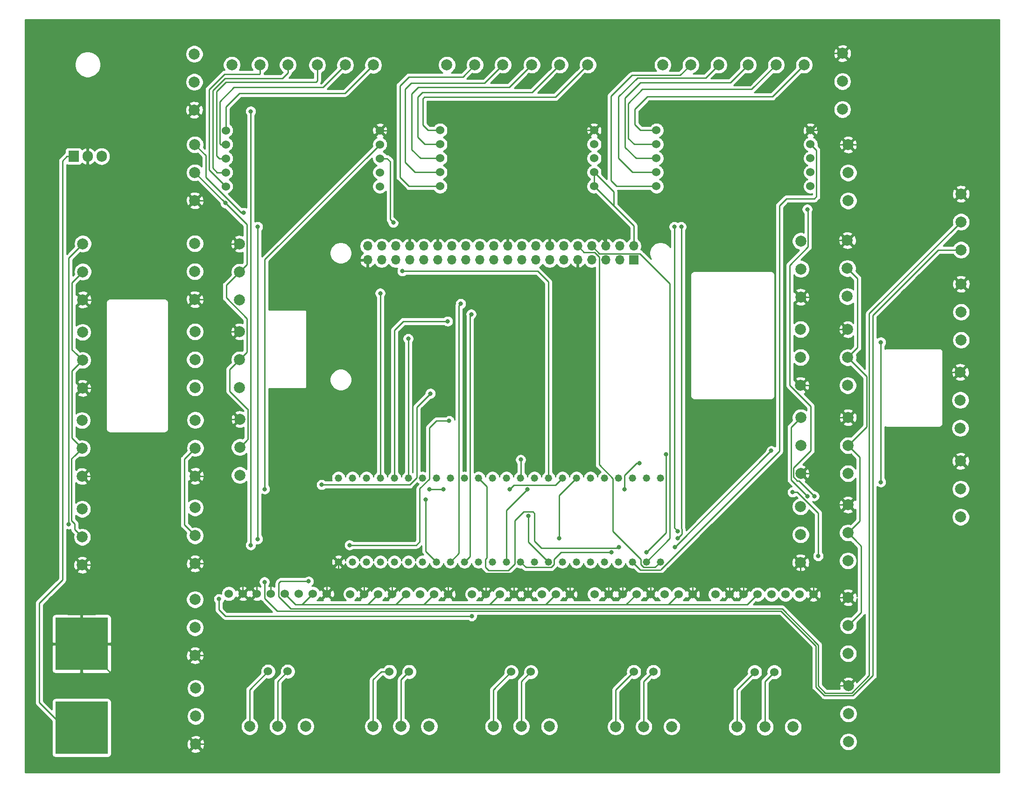
<source format=gbr>
G04 #@! TF.GenerationSoftware,KiCad,Pcbnew,(5.1.6)-1*
G04 #@! TF.CreationDate,2020-11-29T20:56:03-05:00*
G04 #@! TF.ProjectId,CaelusPCB,4361656c-7573-4504-9342-2e6b69636164,rev?*
G04 #@! TF.SameCoordinates,Original*
G04 #@! TF.FileFunction,Copper,L1,Top*
G04 #@! TF.FilePolarity,Positive*
%FSLAX46Y46*%
G04 Gerber Fmt 4.6, Leading zero omitted, Abs format (unit mm)*
G04 Created by KiCad (PCBNEW (5.1.6)-1) date 2020-11-29 20:56:03*
%MOMM*%
%LPD*%
G01*
G04 APERTURE LIST*
G04 #@! TA.AperFunction,ComponentPad*
%ADD10C,1.320800*%
G04 #@! TD*
G04 #@! TA.AperFunction,ComponentPad*
%ADD11C,2.000000*%
G04 #@! TD*
G04 #@! TA.AperFunction,ComponentPad*
%ADD12C,1.524000*%
G04 #@! TD*
G04 #@! TA.AperFunction,ComponentPad*
%ADD13O,1.700000X1.700000*%
G04 #@! TD*
G04 #@! TA.AperFunction,ComponentPad*
%ADD14R,1.700000X1.700000*%
G04 #@! TD*
G04 #@! TA.AperFunction,SMDPad,CuDef*
%ADD15R,9.525000X9.525000*%
G04 #@! TD*
G04 #@! TA.AperFunction,ComponentPad*
%ADD16R,1.905000X2.000000*%
G04 #@! TD*
G04 #@! TA.AperFunction,ComponentPad*
%ADD17O,1.905000X2.000000*%
G04 #@! TD*
G04 #@! TA.AperFunction,ViaPad*
%ADD18C,0.800000*%
G04 #@! TD*
G04 #@! TA.AperFunction,Conductor*
%ADD19C,0.250000*%
G04 #@! TD*
G04 #@! TA.AperFunction,Conductor*
%ADD20C,0.254000*%
G04 #@! TD*
G04 APERTURE END LIST*
D10*
X182910000Y-142120000D03*
X180370000Y-142120000D03*
X177830000Y-142120000D03*
X175290000Y-142120000D03*
X172750000Y-142120000D03*
X170210000Y-142120000D03*
X167670000Y-142120000D03*
X165130000Y-142120000D03*
X162590000Y-142120000D03*
X160050000Y-142120000D03*
X157510000Y-142120000D03*
X154970000Y-142120000D03*
X152430000Y-142120000D03*
X149890000Y-142120000D03*
X147350000Y-142120000D03*
X144810000Y-142120000D03*
X142270000Y-142120000D03*
X139730000Y-142120000D03*
X137190000Y-142120000D03*
X134650000Y-142120000D03*
X132110000Y-142120000D03*
X129570000Y-142120000D03*
X127030000Y-142120000D03*
X124490000Y-142120000D03*
X182910000Y-126880000D03*
X180370000Y-126880000D03*
X177830000Y-126880000D03*
X175290000Y-126880000D03*
X172750000Y-126880000D03*
X170210000Y-126880000D03*
X167670000Y-126880000D03*
X165130000Y-126880000D03*
X162590000Y-126880000D03*
X160050000Y-126880000D03*
X157510000Y-126880000D03*
X154970000Y-126880000D03*
X152430000Y-126880000D03*
X149890000Y-126880000D03*
X147350000Y-126880000D03*
X144810000Y-126880000D03*
X142270000Y-126880000D03*
X139730000Y-126880000D03*
X137190000Y-126880000D03*
X134650000Y-126880000D03*
X132110000Y-126880000D03*
X129570000Y-126880000D03*
X127030000Y-126880000D03*
X124490000Y-126880000D03*
D11*
X237440000Y-75320000D03*
X237440000Y-80400000D03*
X237440000Y-85480000D03*
D12*
X181633000Y-162072000D03*
X178077000Y-162072000D03*
X170965000Y-147975000D03*
X173505000Y-147975000D03*
X176045000Y-147975000D03*
X178585000Y-147975000D03*
X181125000Y-147975000D03*
X183665000Y-147975000D03*
X186205000Y-147975000D03*
X188745000Y-147975000D03*
D13*
X172970000Y-84785000D03*
X175510000Y-87325000D03*
X160270000Y-87325000D03*
X160270000Y-84785000D03*
X175510000Y-84785000D03*
X172970000Y-87325000D03*
X178050000Y-84785000D03*
D14*
X178050000Y-87325000D03*
D13*
X150110000Y-87325000D03*
X150110000Y-84785000D03*
X165350000Y-87325000D03*
X165350000Y-84785000D03*
X145030000Y-87325000D03*
X145030000Y-84785000D03*
X162810000Y-87325000D03*
X162810000Y-84785000D03*
X167890000Y-87325000D03*
X167890000Y-84785000D03*
X155190000Y-87325000D03*
X155190000Y-84785000D03*
X132330000Y-87325000D03*
X132330000Y-84785000D03*
X137410000Y-87325000D03*
X137410000Y-84785000D03*
X134870000Y-87325000D03*
X134870000Y-84785000D03*
X157730000Y-87325000D03*
X157730000Y-84785000D03*
X139950000Y-87325000D03*
X139950000Y-84785000D03*
X170430000Y-87325000D03*
X170430000Y-84785000D03*
X142490000Y-87325000D03*
X142490000Y-84785000D03*
X152650000Y-87325000D03*
X152650000Y-84785000D03*
X147570000Y-87325000D03*
X147570000Y-84785000D03*
X129790000Y-87325000D03*
X129790000Y-84785000D03*
D11*
X208365000Y-94035000D03*
X208365000Y-88955000D03*
X208365000Y-83875000D03*
X216890000Y-110085000D03*
X216890000Y-105005000D03*
X216890000Y-99925000D03*
X216815000Y-83750000D03*
X216815000Y-88830000D03*
X216815000Y-93910000D03*
D15*
X77910000Y-172230000D03*
X77910000Y-156990000D03*
D12*
X144425000Y-147955000D03*
X141885000Y-147955000D03*
X139345000Y-147955000D03*
X136805000Y-147955000D03*
X134265000Y-147955000D03*
X131725000Y-147955000D03*
X129185000Y-147955000D03*
X126645000Y-147955000D03*
X133757000Y-162052000D03*
X137313000Y-162052000D03*
D11*
X140955000Y-171975000D03*
X135875000Y-171975000D03*
X130795000Y-171975000D03*
D16*
X76460000Y-68500000D03*
D17*
X79000000Y-68500000D03*
X81540000Y-68500000D03*
D11*
X98350000Y-60080000D03*
X98350000Y-55000000D03*
X98350000Y-49920000D03*
X98450000Y-66370000D03*
X98450000Y-71450000D03*
X98450000Y-76530000D03*
X98475000Y-159105000D03*
X98475000Y-154025000D03*
X98475000Y-148945000D03*
X98600000Y-165045000D03*
X98600000Y-170125000D03*
X98600000Y-175205000D03*
X78125000Y-94530000D03*
X78125000Y-89450000D03*
X78125000Y-84370000D03*
X78075000Y-100420000D03*
X78075000Y-105500000D03*
X78075000Y-110580000D03*
X77975000Y-126580000D03*
X77975000Y-121500000D03*
X77975000Y-116420000D03*
X78025000Y-142680000D03*
X78025000Y-137600000D03*
X78025000Y-132520000D03*
D12*
X159413000Y-162082000D03*
X155857000Y-162082000D03*
X148745000Y-147985000D03*
X151285000Y-147985000D03*
X153825000Y-147985000D03*
X156365000Y-147985000D03*
X158905000Y-147985000D03*
X161445000Y-147985000D03*
X163985000Y-147985000D03*
X166525000Y-147985000D03*
D11*
X152595000Y-171975000D03*
X157675000Y-171975000D03*
X162755000Y-171975000D03*
X215925000Y-49820000D03*
X215925000Y-54900000D03*
X215925000Y-59980000D03*
X216975000Y-76555000D03*
X216975000Y-71475000D03*
X216975000Y-66395000D03*
X216960000Y-158740000D03*
X216960000Y-153660000D03*
X216960000Y-148580000D03*
X217000000Y-164600000D03*
X217000000Y-169680000D03*
X217000000Y-174760000D03*
X237450000Y-101840000D03*
X237450000Y-96760000D03*
X237450000Y-91680000D03*
X237310000Y-107670000D03*
X237310000Y-112750000D03*
X237310000Y-117830000D03*
X237370000Y-133970000D03*
X237370000Y-128890000D03*
X237370000Y-123810000D03*
D12*
X210675000Y-148015000D03*
X208135000Y-148015000D03*
X205595000Y-148015000D03*
X203055000Y-148015000D03*
X200515000Y-148015000D03*
X197975000Y-148015000D03*
X195435000Y-148015000D03*
X192895000Y-148015000D03*
X200007000Y-162112000D03*
X203563000Y-162112000D03*
D11*
X196795000Y-172075000D03*
X201875000Y-172075000D03*
X206955000Y-172075000D03*
X174795000Y-172025000D03*
X179875000Y-172025000D03*
X184955000Y-172025000D03*
D12*
X122395000Y-147895000D03*
X119855000Y-147895000D03*
X117315000Y-147895000D03*
X114775000Y-147895000D03*
X112235000Y-147895000D03*
X109695000Y-147895000D03*
X107155000Y-147895000D03*
X104615000Y-147895000D03*
X111727000Y-161992000D03*
X115283000Y-161992000D03*
D11*
X108395000Y-171975000D03*
X113475000Y-171975000D03*
X118555000Y-171975000D03*
X154330000Y-51890000D03*
X149250000Y-51890000D03*
X144170000Y-51890000D03*
D12*
X142940000Y-66310000D03*
X142940000Y-68850000D03*
X142940000Y-71390000D03*
X142930000Y-73930000D03*
X142940000Y-63770000D03*
X170880000Y-63770000D03*
X170880000Y-66310000D03*
X170880000Y-68850000D03*
X170880000Y-71390000D03*
X170880000Y-73930000D03*
D11*
X159570000Y-51890000D03*
X164650000Y-51890000D03*
X169730000Y-51890000D03*
X98450000Y-84320000D03*
X98450000Y-89400000D03*
X98450000Y-94480000D03*
X98475000Y-110480000D03*
X98475000Y-105400000D03*
X98475000Y-100320000D03*
X98475000Y-132270000D03*
X98475000Y-137350000D03*
X98475000Y-142430000D03*
X98525000Y-126530000D03*
X98525000Y-121450000D03*
X98525000Y-116370000D03*
X106550000Y-110480000D03*
X106550000Y-105400000D03*
X106550000Y-100320000D03*
X106550000Y-84395000D03*
X106550000Y-89475000D03*
X106550000Y-94555000D03*
X106600000Y-116220000D03*
X106600000Y-121300000D03*
X106600000Y-126380000D03*
X208340000Y-142235000D03*
X208340000Y-137155000D03*
X208340000Y-132075000D03*
X193480000Y-51900000D03*
X188400000Y-51900000D03*
X183320000Y-51900000D03*
D12*
X210130000Y-73930000D03*
X210130000Y-71390000D03*
X210130000Y-68850000D03*
X210130000Y-66310000D03*
X210130000Y-63770000D03*
X182190000Y-63770000D03*
X182180000Y-73930000D03*
X182190000Y-71390000D03*
X182190000Y-68850000D03*
X182190000Y-66310000D03*
D11*
X198820000Y-51900000D03*
X203900000Y-51900000D03*
X208980000Y-51900000D03*
X216940000Y-115900000D03*
X216940000Y-120980000D03*
X216940000Y-126060000D03*
X216915000Y-141910000D03*
X216915000Y-136830000D03*
X216915000Y-131750000D03*
X208365000Y-115900000D03*
X208365000Y-120980000D03*
X208365000Y-126060000D03*
X208340000Y-99900000D03*
X208340000Y-104980000D03*
X208340000Y-110060000D03*
X115330000Y-51890000D03*
X110250000Y-51890000D03*
X105170000Y-51890000D03*
D12*
X104070000Y-66340000D03*
X104070000Y-68880000D03*
X104070000Y-71420000D03*
X104060000Y-73960000D03*
X104070000Y-63800000D03*
X132010000Y-63800000D03*
X132010000Y-66340000D03*
X132010000Y-68880000D03*
X132010000Y-71420000D03*
X132010000Y-73960000D03*
D11*
X120650000Y-51930000D03*
X125730000Y-51930000D03*
X130810000Y-51930000D03*
D18*
X118745000Y-90170000D03*
X103987500Y-76987500D03*
X108585000Y-60325000D03*
X108585000Y-139065000D03*
X126515000Y-139065000D03*
X144590000Y-116500000D03*
X157570000Y-123550000D03*
X107315000Y-78740000D03*
X109855000Y-81280000D03*
X109855000Y-137975000D03*
X75565000Y-135255000D03*
X140335000Y-130810000D03*
X158985001Y-133749999D03*
X146685000Y-95250000D03*
X148590000Y-97155000D03*
X158750000Y-128905000D03*
X222885000Y-127635000D03*
X222885000Y-102235000D03*
X183895001Y-122555000D03*
X180340000Y-140335000D03*
X173990000Y-140335000D03*
X209550000Y-78105000D03*
X210820000Y-130175000D03*
X186690000Y-81280000D03*
X186055000Y-137795000D03*
X185420000Y-81280000D03*
X186055000Y-136525000D03*
X141190000Y-111560000D03*
X121460000Y-128110000D03*
X111125000Y-128905000D03*
X140970000Y-128905000D03*
X143510000Y-128905000D03*
X155575000Y-128905000D03*
X134455000Y-80515000D03*
X136070000Y-89320000D03*
X209550000Y-130175000D03*
X175370000Y-139420000D03*
X185550000Y-139420000D03*
X203020000Y-121950000D03*
X206880000Y-129460000D03*
X211520000Y-141040000D03*
X179120000Y-124210000D03*
X176390000Y-128960000D03*
X137160000Y-101600000D03*
X144320000Y-98440000D03*
X132080000Y-93345000D03*
X102820000Y-148850000D03*
X148670000Y-151970000D03*
X164510000Y-137790000D03*
X119080000Y-145650000D03*
X111090000Y-145760000D03*
D19*
X77910000Y-172230000D02*
X74780000Y-172230000D01*
X74780000Y-172230000D02*
X70220000Y-167670000D01*
X70220000Y-157190000D02*
X70220000Y-156990000D01*
X70220000Y-167670000D02*
X70220000Y-156990000D01*
X70220000Y-156990000D02*
X70220000Y-149600000D01*
X74425000Y-69332500D02*
X74425000Y-145395000D01*
X75257500Y-68500000D02*
X74425000Y-69332500D01*
X76460000Y-68500000D02*
X75257500Y-68500000D01*
X70220000Y-149600000D02*
X74425000Y-145395000D01*
X122395000Y-147895000D02*
X122395000Y-144215000D01*
X104615000Y-145035000D02*
X105435000Y-144215000D01*
X107155000Y-144245000D02*
X107185000Y-144215000D01*
X107155000Y-147895000D02*
X107155000Y-144245000D01*
X105435000Y-144215000D02*
X107185000Y-144215000D01*
X109695000Y-144285000D02*
X109765000Y-144215000D01*
X109695000Y-147895000D02*
X109695000Y-144285000D01*
X107185000Y-144215000D02*
X109765000Y-144215000D01*
X112235000Y-144305000D02*
X112145000Y-144215000D01*
X112235000Y-147895000D02*
X112235000Y-144305000D01*
X109765000Y-144215000D02*
X112145000Y-144215000D01*
X126645000Y-142505000D02*
X127030000Y-142120000D01*
X122117000Y-144215000D02*
X122395000Y-144215000D01*
X208985000Y-144215000D02*
X210675000Y-145905000D01*
X124490000Y-144128000D02*
X124403000Y-144215000D01*
X124490000Y-142120000D02*
X124490000Y-144128000D01*
X122117000Y-144215000D02*
X124403000Y-144215000D01*
X129185000Y-147955000D02*
X129185000Y-144259000D01*
X129185000Y-144259000D02*
X129229000Y-144215000D01*
X124403000Y-144215000D02*
X129229000Y-144215000D01*
X134265000Y-144259000D02*
X134309000Y-144215000D01*
X134265000Y-147955000D02*
X134265000Y-144259000D01*
X129229000Y-144215000D02*
X134309000Y-144215000D01*
X144425000Y-144259000D02*
X144469000Y-144215000D01*
X144425000Y-147955000D02*
X144425000Y-144259000D01*
X134309000Y-144215000D02*
X144469000Y-144215000D01*
X144469000Y-144215000D02*
X148647000Y-144215000D01*
X151285000Y-144427000D02*
X151073000Y-144215000D01*
X151285000Y-147985000D02*
X151285000Y-144427000D01*
X148647000Y-144215000D02*
X151073000Y-144215000D01*
X156365000Y-144313000D02*
X156267000Y-144215000D01*
X156365000Y-147985000D02*
X156365000Y-144313000D01*
X151073000Y-144215000D02*
X156267000Y-144215000D01*
X158905000Y-144257000D02*
X158947000Y-144215000D01*
X158905000Y-147985000D02*
X158905000Y-144257000D01*
X156267000Y-144215000D02*
X158947000Y-144215000D01*
X166525000Y-147985000D02*
X166525000Y-144257000D01*
X166525000Y-144257000D02*
X166567000Y-144215000D01*
X158947000Y-144215000D02*
X166567000Y-144215000D01*
X170965000Y-144295000D02*
X170885000Y-144215000D01*
X166567000Y-144215000D02*
X170885000Y-144215000D01*
X173505000Y-144295000D02*
X173425000Y-144215000D01*
X173505000Y-147975000D02*
X173505000Y-144295000D01*
X170885000Y-144215000D02*
X173425000Y-144215000D01*
X176045000Y-144249000D02*
X176079000Y-144215000D01*
X176045000Y-147975000D02*
X176045000Y-144249000D01*
X173425000Y-144215000D02*
X176079000Y-144215000D01*
X181125000Y-144389000D02*
X181299000Y-144215000D01*
X181125000Y-147975000D02*
X181125000Y-144389000D01*
X176079000Y-144215000D02*
X181299000Y-144215000D01*
X188745000Y-144249000D02*
X188779000Y-144215000D01*
X188745000Y-147975000D02*
X188745000Y-144249000D01*
X181299000Y-144215000D02*
X188779000Y-144215000D01*
X192895000Y-144267000D02*
X192843000Y-144215000D01*
X188779000Y-144215000D02*
X192843000Y-144215000D01*
X195435000Y-144303000D02*
X195523000Y-144215000D01*
X195435000Y-148015000D02*
X195435000Y-144303000D01*
X192843000Y-144215000D02*
X195523000Y-144215000D01*
X197975000Y-144267000D02*
X197923000Y-144215000D01*
X197975000Y-148015000D02*
X197975000Y-144267000D01*
X195523000Y-144215000D02*
X197923000Y-144215000D01*
X213259000Y-66395000D02*
X212598000Y-67056000D01*
X213513000Y-65685000D02*
X213513000Y-66395000D01*
X211598000Y-63770000D02*
X213513000Y-65685000D01*
X213513000Y-66395000D02*
X213259000Y-66395000D01*
X216975000Y-66395000D02*
X213513000Y-66395000D01*
X210675000Y-146449000D02*
X210675000Y-148015000D01*
X210675000Y-145905000D02*
X210675000Y-146449000D01*
X212668000Y-83750000D02*
X212598000Y-83820000D01*
X216815000Y-83750000D02*
X212668000Y-83750000D01*
X212598000Y-67056000D02*
X212598000Y-83820000D01*
X212543000Y-94035000D02*
X212598000Y-93980000D01*
X208365000Y-94035000D02*
X212543000Y-94035000D01*
X212598000Y-83820000D02*
X212598000Y-93980000D01*
X212749000Y-99925000D02*
X212598000Y-100076000D01*
X216890000Y-99925000D02*
X212749000Y-99925000D01*
X212598000Y-93980000D02*
X212598000Y-100076000D01*
X212520000Y-110060000D02*
X212598000Y-109982000D01*
X208340000Y-110060000D02*
X212520000Y-110060000D01*
X212598000Y-100076000D02*
X212598000Y-109982000D01*
X212674000Y-115900000D02*
X212598000Y-115824000D01*
X216940000Y-115900000D02*
X212674000Y-115900000D01*
X212598000Y-109982000D02*
X212598000Y-115824000D01*
X212420000Y-126060000D02*
X212598000Y-126238000D01*
X208365000Y-126060000D02*
X212420000Y-126060000D01*
X212598000Y-115824000D02*
X212598000Y-126238000D01*
X212674000Y-131750000D02*
X212598000Y-131826000D01*
X216915000Y-131750000D02*
X212674000Y-131750000D01*
X212598000Y-126238000D02*
X212598000Y-131826000D01*
X208340000Y-144212000D02*
X208337000Y-144215000D01*
X208340000Y-142235000D02*
X208340000Y-144212000D01*
X208337000Y-144215000D02*
X208985000Y-144215000D01*
X197923000Y-144215000D02*
X208337000Y-144215000D01*
X213876000Y-164600000D02*
X217000000Y-164600000D01*
X212598000Y-163322000D02*
X213876000Y-164600000D01*
X212608000Y-148580000D02*
X212598000Y-148590000D01*
X216960000Y-148580000D02*
X212608000Y-148580000D01*
X212598000Y-148590000D02*
X212598000Y-163322000D01*
X212489000Y-146449000D02*
X212598000Y-146558000D01*
X210675000Y-146449000D02*
X212489000Y-146449000D01*
X212598000Y-146558000D02*
X212598000Y-148590000D01*
X212598000Y-131826000D02*
X212598000Y-146558000D01*
X215925000Y-49820000D02*
X214086000Y-49820000D01*
X211344000Y-52562000D02*
X211344000Y-63770000D01*
X214086000Y-49820000D02*
X211344000Y-52562000D01*
X211344000Y-63770000D02*
X211598000Y-63770000D01*
X210130000Y-63770000D02*
X211344000Y-63770000D01*
X98600000Y-175205000D02*
X100893000Y-175205000D01*
X100893000Y-116776998D02*
X102108000Y-115561998D01*
X101168000Y-76530000D02*
X98450000Y-76530000D01*
X102108000Y-77470000D02*
X101168000Y-76530000D01*
X102175000Y-84395000D02*
X102108000Y-84328000D01*
X102108000Y-84328000D02*
X102108000Y-77470000D01*
X106550000Y-84395000D02*
X102175000Y-84395000D01*
X102100000Y-94480000D02*
X102108000Y-94488000D01*
X98450000Y-94480000D02*
X102100000Y-94480000D01*
X102108000Y-94488000D02*
X102108000Y-84328000D01*
X102118000Y-100320000D02*
X102108000Y-100330000D01*
X106550000Y-100320000D02*
X102118000Y-100320000D01*
X102108000Y-100330000D02*
X102108000Y-94488000D01*
X106600000Y-116220000D02*
X104536000Y-116220000D01*
X102870000Y-114554000D02*
X102108000Y-114554000D01*
X104536000Y-116220000D02*
X102870000Y-114554000D01*
X102108000Y-114554000D02*
X102108000Y-100330000D01*
X102108000Y-115561998D02*
X102108000Y-114554000D01*
X100876000Y-126530000D02*
X100893000Y-126547000D01*
X98525000Y-126530000D02*
X100876000Y-126530000D01*
X100893000Y-126547000D02*
X100893000Y-116776998D01*
X100884000Y-142430000D02*
X100893000Y-142439000D01*
X98475000Y-142430000D02*
X100884000Y-142430000D01*
X100893000Y-142439000D02*
X100893000Y-126547000D01*
X100847000Y-159105000D02*
X100893000Y-159059000D01*
X98475000Y-159105000D02*
X100847000Y-159105000D01*
X98350000Y-60080000D02*
X95504000Y-62926000D01*
X95504000Y-73584000D02*
X98450000Y-76530000D01*
X95504000Y-62926000D02*
X95504000Y-73584000D01*
X132010000Y-63800000D02*
X133396000Y-63800000D01*
X133396000Y-63800000D02*
X134620000Y-65024000D01*
X134620000Y-65024000D02*
X134620000Y-79502000D01*
X137410000Y-82292000D02*
X137410000Y-82800000D01*
X137410000Y-82800000D02*
X137410000Y-84785000D01*
X172970000Y-84070000D02*
X172970000Y-84785000D01*
X171700000Y-82800000D02*
X172970000Y-84070000D01*
X142490000Y-84785000D02*
X142490000Y-82800000D01*
X137410000Y-82800000D02*
X142490000Y-82800000D01*
X155190000Y-84785000D02*
X155190000Y-82800000D01*
X142490000Y-82800000D02*
X155190000Y-82800000D01*
X162810000Y-84785000D02*
X162810000Y-82800000D01*
X162810000Y-82800000D02*
X171700000Y-82800000D01*
X112145000Y-144215000D02*
X116643000Y-144215000D01*
X134620000Y-81788000D02*
X135763000Y-80645000D01*
X120396000Y-81788000D02*
X134620000Y-81788000D01*
X135763000Y-80645000D02*
X137410000Y-82292000D01*
X134620000Y-79502000D02*
X135763000Y-80645000D01*
X100893000Y-174951000D02*
X100893000Y-159059000D01*
X100893000Y-175205000D02*
X100893000Y-174951000D01*
X78125000Y-94530000D02*
X79798000Y-94530000D01*
X79798000Y-94530000D02*
X81788000Y-96520000D01*
X80586000Y-142680000D02*
X78025000Y-142680000D01*
X81788000Y-141478000D02*
X80586000Y-142680000D01*
X81700000Y-126580000D02*
X81788000Y-126492000D01*
X77975000Y-126580000D02*
X81700000Y-126580000D01*
X81788000Y-126492000D02*
X81788000Y-141478000D01*
X81698000Y-110580000D02*
X81788000Y-110490000D01*
X78075000Y-110580000D02*
X81698000Y-110580000D01*
X81788000Y-110490000D02*
X81788000Y-126492000D01*
X81788000Y-96520000D02*
X81788000Y-110490000D01*
X80586000Y-142680000D02*
X80586000Y-143832000D01*
X170880000Y-63770000D02*
X162544000Y-63770000D01*
X156460000Y-69854000D02*
X156460000Y-82800000D01*
X162544000Y-63770000D02*
X156460000Y-69854000D01*
X156460000Y-82800000D02*
X162810000Y-82800000D01*
X155190000Y-82800000D02*
X156460000Y-82800000D01*
X237450000Y-91680000D02*
X236124999Y-93005001D01*
X118782000Y-83402000D02*
X118782000Y-90133000D01*
X118782000Y-90133000D02*
X118745000Y-90170000D01*
X118782000Y-83402000D02*
X120396000Y-81788000D01*
X118745000Y-144205000D02*
X118755000Y-144215000D01*
X118745000Y-90170000D02*
X118745000Y-144205000D01*
X116643000Y-144215000D02*
X118755000Y-144215000D01*
X118755000Y-144215000D02*
X122117000Y-144215000D01*
D20*
X237310000Y-107670000D02*
X235530000Y-107670000D01*
X235530000Y-107670000D02*
X234640000Y-108560000D01*
X234640000Y-121080000D02*
X237370000Y-123810000D01*
X234640000Y-108560000D02*
X234640000Y-121080000D01*
X234640000Y-94490000D02*
X234640000Y-108560000D01*
X236124999Y-93005001D02*
X234640000Y-94490000D01*
X81789000Y-145035000D02*
X81622000Y-144868000D01*
D19*
X80586000Y-143832000D02*
X81622000Y-144868000D01*
D20*
X104615000Y-145035000D02*
X81789000Y-145035000D01*
D19*
X100893000Y-145343000D02*
X100893000Y-142439000D01*
D20*
X100893000Y-146083000D02*
X104563000Y-146083000D01*
D19*
X100893000Y-146083000D02*
X100893000Y-145343000D01*
X100893000Y-159059000D02*
X100893000Y-146083000D01*
X77910000Y-156990000D02*
X77910000Y-150830000D01*
X81789000Y-146951000D02*
X81789000Y-145035000D01*
X77910000Y-150830000D02*
X81789000Y-146951000D01*
X100893000Y-177147000D02*
X100893000Y-174951000D01*
X100893000Y-177147000D02*
X96477000Y-177147000D01*
X96477000Y-177147000D02*
X85990000Y-166660000D01*
X85990000Y-165070000D02*
X77910000Y-156990000D01*
X85990000Y-166660000D02*
X85990000Y-165070000D01*
X79000000Y-68500000D02*
X79000000Y-73340000D01*
X79244000Y-73584000D02*
X95504000Y-73584000D01*
X79000000Y-73340000D02*
X79244000Y-73584000D01*
X104615000Y-146031000D02*
X104563000Y-146083000D01*
X104615000Y-145035000D02*
X104615000Y-146031000D01*
X217230000Y-66140000D02*
X216975000Y-66395000D01*
X228515000Y-66395000D02*
X229500000Y-67380000D01*
X237440000Y-75320000D02*
X229500000Y-67380000D01*
X216975000Y-66395000D02*
X228515000Y-66395000D01*
X114775000Y-147895000D02*
X116740000Y-149860000D01*
X117890000Y-149860000D02*
X119855000Y-147895000D01*
X116740000Y-149860000D02*
X117890000Y-149860000D01*
X129820000Y-149860000D02*
X131725000Y-147955000D01*
X117890000Y-149860000D02*
X129820000Y-149860000D01*
X134900000Y-149860000D02*
X136805000Y-147955000D01*
X141885000Y-147955000D02*
X139980000Y-149860000D01*
X129820000Y-149860000D02*
X134600000Y-149860000D01*
X134600000Y-149860000D02*
X134900000Y-149860000D01*
X151950000Y-149860000D02*
X139870000Y-149860000D01*
X153825000Y-147985000D02*
X151950000Y-149860000D01*
X139980000Y-149860000D02*
X139870000Y-149860000D01*
X139870000Y-149860000D02*
X134600000Y-149860000D01*
X163985000Y-147985000D02*
X162110000Y-149860000D01*
X176700000Y-149860000D02*
X161860000Y-149860000D01*
X162110000Y-149860000D02*
X161860000Y-149860000D01*
X161860000Y-149860000D02*
X151950000Y-149860000D01*
X178585000Y-147975000D02*
X176755000Y-149805000D01*
X176755000Y-149805000D02*
X176700000Y-149860000D01*
X186205000Y-147975000D02*
X184480000Y-149700000D01*
X184480000Y-149700000D02*
X184375000Y-149805000D01*
X178050000Y-84785000D02*
X178050000Y-81100000D01*
X170880000Y-73930000D02*
X170880000Y-71390000D01*
X98525000Y-121450000D02*
X96520000Y-123455000D01*
X96520000Y-135395000D02*
X98475000Y-137350000D01*
X96520000Y-123455000D02*
X96520000Y-135395000D01*
X216915000Y-136830000D02*
X219075000Y-134670000D01*
X219075000Y-123115000D02*
X216940000Y-120980000D01*
X219075000Y-134670000D02*
X219075000Y-123115000D01*
X216890000Y-105005000D02*
X220345000Y-108460000D01*
X220345000Y-117575000D02*
X216940000Y-120980000D01*
X220345000Y-108460000D02*
X220345000Y-117575000D01*
X218660010Y-103234990D02*
X216890000Y-105005000D01*
X218660010Y-90675010D02*
X218660010Y-103234990D01*
X216815000Y-88830000D02*
X218660010Y-90675010D01*
X218285001Y-152334999D02*
X216960000Y-153660000D01*
X216915000Y-136830000D02*
X218285001Y-138200001D01*
X76649999Y-122825001D02*
X77975000Y-121500000D01*
X78025000Y-137600000D02*
X76649999Y-136224999D01*
X76649999Y-106925001D02*
X78075000Y-105500000D01*
X76749999Y-90825001D02*
X78125000Y-89450000D01*
X107925001Y-114275001D02*
X104775000Y-111125000D01*
X104775000Y-107175000D02*
X106550000Y-105400000D01*
X104775000Y-111125000D02*
X104775000Y-107175000D01*
X107875001Y-88149999D02*
X106550000Y-89475000D01*
X103987500Y-76987500D02*
X107875001Y-80875001D01*
X98450000Y-71450000D02*
X103987500Y-76987500D01*
X178050000Y-81100000D02*
X174675000Y-77725000D01*
X174675000Y-77725000D02*
X170880000Y-73930000D01*
D20*
X174410000Y-77460000D02*
X174675000Y-77725000D01*
D19*
X174410000Y-74920000D02*
X170880000Y-71390000D01*
D20*
X174410000Y-74920000D02*
X174410000Y-77460000D01*
X218285001Y-138200001D02*
X218290001Y-138200001D01*
X218290001Y-138200001D02*
X219350000Y-139260000D01*
X219350000Y-151270000D02*
X218285001Y-152334999D01*
X219350000Y-139260000D02*
X219350000Y-151270000D01*
X198725000Y-149805000D02*
X199060000Y-149470000D01*
D19*
X199060000Y-149470000D02*
X198830000Y-149700000D01*
D20*
X198670000Y-149860000D02*
X199460000Y-149070000D01*
X176700000Y-149860000D02*
X198670000Y-149860000D01*
D19*
X200515000Y-148015000D02*
X199460000Y-149070000D01*
X199460000Y-149070000D02*
X199060000Y-149470000D01*
D20*
X76649999Y-122825001D02*
X76644999Y-122825001D01*
X76090000Y-134624118D02*
X76649999Y-135184117D01*
X76649999Y-135184117D02*
X76649999Y-136224999D01*
X76090000Y-123385000D02*
X76090000Y-134624118D01*
X76649999Y-122825001D02*
X76090000Y-123385000D01*
X76749999Y-90825001D02*
X76749999Y-90840001D01*
X76749999Y-90840001D02*
X76170000Y-91420000D01*
X76170000Y-103595000D02*
X76917500Y-104342500D01*
X76170000Y-91420000D02*
X76170000Y-103595000D01*
D19*
X78075000Y-105500000D02*
X76917500Y-104342500D01*
D20*
X76649999Y-106925001D02*
X76644999Y-106925001D01*
X76644999Y-106925001D02*
X76120000Y-107450000D01*
X76120000Y-119645000D02*
X76807500Y-120332500D01*
X76120000Y-107450000D02*
X76120000Y-119645000D01*
D19*
X77975000Y-121500000D02*
X76807500Y-120332500D01*
D20*
X107931001Y-88093999D02*
X107875001Y-88149999D01*
X107931001Y-82291001D02*
X107931001Y-88093999D01*
X107875001Y-80875001D02*
X107875001Y-82235001D01*
X107875001Y-82235001D02*
X107931001Y-82291001D01*
X107925001Y-114275001D02*
X108060000Y-114410000D01*
X108060000Y-119840000D02*
X107800000Y-120100000D01*
X108060000Y-114410000D02*
X108060000Y-119840000D01*
D19*
X106600000Y-121300000D02*
X107800000Y-120100000D01*
X107800000Y-120100000D02*
X107925001Y-119974999D01*
X106550000Y-105400000D02*
X107765000Y-104185000D01*
D20*
X107931001Y-97961001D02*
X107931001Y-104018999D01*
X107931001Y-104018999D02*
X107765000Y-104185000D01*
X106550000Y-89475000D02*
X104150000Y-91875000D01*
X104150000Y-94180000D02*
X107931001Y-97961001D01*
X104150000Y-91875000D02*
X104150000Y-94180000D01*
D19*
X181924599Y-143105401D02*
X182910000Y-142120000D01*
X179384599Y-142592993D02*
X179897007Y-143105401D01*
X179897007Y-143105401D02*
X181924599Y-143105401D01*
X179384599Y-141647007D02*
X179384599Y-142592993D01*
X174304599Y-136567007D02*
X179384599Y-141647007D01*
X174304599Y-126976205D02*
X174304599Y-136567007D01*
X171794999Y-124466605D02*
X174304599Y-126976205D01*
X171794999Y-86786409D02*
X171794999Y-124466605D01*
X170968591Y-85960001D02*
X171794999Y-86786409D01*
X169065001Y-85960001D02*
X170968591Y-85960001D01*
X167890000Y-84785000D02*
X169065001Y-85960001D01*
X184620001Y-137869999D02*
X180370000Y-142120000D01*
X184620001Y-91609999D02*
X184620001Y-137869999D01*
X179160001Y-86149999D02*
X184620001Y-91609999D01*
X171794999Y-86149999D02*
X179160001Y-86149999D01*
X170430000Y-84785000D02*
X171794999Y-86149999D01*
X130795000Y-171975000D02*
X130795000Y-163505000D01*
X132248000Y-162052000D02*
X133757000Y-162052000D01*
X130795000Y-163505000D02*
X132248000Y-162052000D01*
X135875000Y-163490000D02*
X137313000Y-162052000D01*
X135875000Y-171975000D02*
X135875000Y-163490000D01*
X108585000Y-60325000D02*
X108585000Y-139065000D01*
X126515000Y-139065000D02*
X129255000Y-139065000D01*
X129255000Y-139065000D02*
X138645000Y-139065000D01*
X138645000Y-139065000D02*
X139257007Y-138452993D01*
X139257007Y-128811387D02*
X140990000Y-127078394D01*
X139257007Y-138452993D02*
X139257007Y-128811387D01*
X140990000Y-127078394D02*
X140990000Y-117770000D01*
X140990000Y-117770000D02*
X142260000Y-116500000D01*
X142260000Y-116500000D02*
X144590000Y-116500000D01*
X144590000Y-116500000D02*
X144590000Y-116500000D01*
X157570000Y-126820000D02*
X157510000Y-126880000D01*
X157570000Y-123550000D02*
X157570000Y-126820000D01*
X107231238Y-78740000D02*
X107315000Y-78740000D01*
X109855000Y-81280000D02*
X109855000Y-137975000D01*
D20*
X98450000Y-66370000D02*
X100440000Y-68360000D01*
X106895882Y-78740000D02*
X107315000Y-78740000D01*
X100440000Y-72284118D02*
X106895882Y-78740000D01*
X100440000Y-68360000D02*
X100440000Y-72284118D01*
D19*
X75565000Y-86930000D02*
X75565000Y-135255000D01*
X78125000Y-84370000D02*
X75565000Y-86930000D01*
X140335000Y-140185000D02*
X142270000Y-142120000D01*
X140335000Y-130810000D02*
X140335000Y-140185000D01*
X158985001Y-138515001D02*
X162590000Y-142120000D01*
X158985001Y-133749999D02*
X158985001Y-133749999D01*
X158985001Y-133749999D02*
X158985001Y-138515001D01*
X157675000Y-163820000D02*
X159413000Y-162082000D01*
X157675000Y-171975000D02*
X157675000Y-163820000D01*
X152595000Y-165344000D02*
X155857000Y-162082000D01*
X152595000Y-171975000D02*
X152595000Y-165344000D01*
X146364599Y-140565401D02*
X144810000Y-142120000D01*
X146364599Y-126050401D02*
X146364599Y-140565401D01*
X146364599Y-95570401D02*
X146685000Y-95250000D01*
X146364599Y-126050401D02*
X146364599Y-95570401D01*
X148335401Y-141134599D02*
X148335401Y-125349599D01*
X147350000Y-142120000D02*
X148335401Y-141134599D01*
X148335401Y-97409599D02*
X148590000Y-97155000D01*
X148335401Y-125349599D02*
X148335401Y-97409599D01*
X154970000Y-142120000D02*
X154970000Y-132745000D01*
X158750000Y-128965000D02*
X158750000Y-128905000D01*
X154970000Y-132745000D02*
X158750000Y-128965000D01*
X222885000Y-127635000D02*
X222885000Y-102235000D01*
X183895401Y-136779599D02*
X180340000Y-140335000D01*
X183895401Y-122555400D02*
X183895401Y-136779599D01*
X183895001Y-122555000D02*
X183895401Y-122555400D01*
X158495401Y-143105401D02*
X157510000Y-142120000D01*
X163575401Y-142592993D02*
X163062993Y-143105401D01*
X163062993Y-143105401D02*
X158495401Y-143105401D01*
X163575401Y-141647007D02*
X163575401Y-142592993D01*
X164887408Y-140335000D02*
X163575401Y-141647007D01*
X173990000Y-140335000D02*
X164887408Y-140335000D01*
X196795000Y-165324000D02*
X200007000Y-162112000D01*
X196795000Y-172075000D02*
X196795000Y-165324000D01*
X201875000Y-163800000D02*
X203563000Y-162112000D01*
X201875000Y-172075000D02*
X201875000Y-163800000D01*
X179875000Y-163830000D02*
X181633000Y-162072000D01*
X179875000Y-172025000D02*
X179875000Y-163830000D01*
X174795000Y-165354000D02*
X178077000Y-162072000D01*
X174795000Y-172025000D02*
X174795000Y-165354000D01*
X108395000Y-165324000D02*
X111727000Y-161992000D01*
X108395000Y-171975000D02*
X108395000Y-165324000D01*
X113475000Y-163800000D02*
X115283000Y-161992000D01*
X113475000Y-171975000D02*
X113475000Y-163800000D01*
X211217001Y-67397001D02*
X210130000Y-66310000D01*
X211217001Y-74451761D02*
X211217001Y-67397001D01*
X204470000Y-119559632D02*
X204470000Y-78740000D01*
X179265410Y-143555410D02*
X182932984Y-143555410D01*
X177830000Y-142120000D02*
X179265410Y-143555410D01*
X211217001Y-74451761D02*
X211217001Y-75802999D01*
X211217001Y-75802999D02*
X210820000Y-76200000D01*
X210820000Y-76200000D02*
X205740000Y-76200000D01*
X205740000Y-76200000D02*
X204470000Y-77470000D01*
X204470000Y-77470000D02*
X204470000Y-78740000D01*
X204470000Y-122018394D02*
X182978394Y-143510000D01*
X204470000Y-119559632D02*
X204470000Y-122018394D01*
X209690001Y-78245001D02*
X209690001Y-84949999D01*
X209550000Y-78105000D02*
X209690001Y-78245001D01*
X209690001Y-84949999D02*
X206375000Y-88265000D01*
X206375000Y-110056002D02*
X210185000Y-113866002D01*
X206375000Y-88265000D02*
X206375000Y-110056002D01*
X210185000Y-113866002D02*
X210185000Y-121920000D01*
X207039999Y-125065001D02*
X207039999Y-126696001D01*
X210185000Y-121920000D02*
X207039999Y-125065001D01*
X208030001Y-127385001D02*
X210820000Y-130175000D01*
X207728999Y-127385001D02*
X208030001Y-127385001D01*
X207039999Y-126696001D02*
X207728999Y-127385001D01*
X186780001Y-136176999D02*
X186780001Y-137069999D01*
X186690000Y-136086998D02*
X186780001Y-136176999D01*
X186780001Y-137069999D02*
X186055000Y-137795000D01*
X186690000Y-81280000D02*
X186690000Y-136086998D01*
X185420000Y-135890000D02*
X186055000Y-136525000D01*
X185420000Y-81280000D02*
X185420000Y-135890000D01*
X138744599Y-126783795D02*
X137418394Y-128110000D01*
X141190000Y-111560000D02*
X138744599Y-114005401D01*
X138744599Y-114005401D02*
X138744599Y-126783795D01*
X137418394Y-128110000D02*
X121460000Y-128110000D01*
X121460000Y-128110000D02*
X121460000Y-128110000D01*
X111125000Y-87225000D02*
X111125000Y-128905000D01*
X132010000Y-66340000D02*
X111125000Y-87225000D01*
X140970000Y-128905000D02*
X143510000Y-128905000D01*
X163830001Y-128179999D02*
X165130000Y-126880000D01*
X156300001Y-128179999D02*
X163830001Y-128179999D01*
X155575000Y-128905000D02*
X156300001Y-128179999D01*
X132010000Y-68880000D02*
X133300000Y-68880000D01*
X133300000Y-68880000D02*
X133850000Y-69430000D01*
X133850000Y-69430000D02*
X133850000Y-79910000D01*
X134455000Y-80515000D02*
X134470000Y-80530000D01*
X133850000Y-79910000D02*
X134455000Y-80515000D01*
X136070000Y-89320000D02*
X160610000Y-89320000D01*
X162590000Y-91300000D02*
X162590000Y-126880000D01*
X160610000Y-89320000D02*
X162590000Y-91300000D01*
X206589990Y-117675010D02*
X206589990Y-127214990D01*
X206589990Y-127214990D02*
X209550000Y-130175000D01*
X208365000Y-115900000D02*
X206589990Y-117675010D01*
X149890000Y-126880000D02*
X151444599Y-128434599D01*
X156524599Y-134595401D02*
X158095002Y-133024998D01*
X175370000Y-139420000D02*
X175370000Y-139420000D01*
X185550000Y-139420000D02*
X203020000Y-121950000D01*
X203020000Y-121950000D02*
X203020000Y-121950000D01*
X207761998Y-129460000D02*
X211520000Y-133218002D01*
X206880000Y-129460000D02*
X207761998Y-129460000D01*
X211520000Y-133218002D02*
X211520000Y-141040000D01*
X211520000Y-141040000D02*
X211520000Y-141040000D01*
D20*
X156468599Y-134651401D02*
X156524599Y-134595401D01*
X151444599Y-141395401D02*
X151160000Y-141680000D01*
X151160000Y-143100000D02*
X151768990Y-143708990D01*
X155281010Y-143708990D02*
X156468599Y-142521401D01*
X151444599Y-128434599D02*
X151444599Y-141395401D01*
X151768990Y-143708990D02*
X155281010Y-143708990D01*
X156468599Y-142521401D02*
X156468599Y-134651401D01*
X151160000Y-141680000D02*
X151160000Y-143100000D01*
D19*
X158095002Y-133024998D02*
X159774998Y-133024998D01*
X160070000Y-133320000D02*
X160070000Y-138320000D01*
X159774998Y-133024998D02*
X160070000Y-133320000D01*
X175180001Y-139609999D02*
X175370000Y-139420000D01*
X161359999Y-139609999D02*
X175180001Y-139609999D01*
X160070000Y-138320000D02*
X161359999Y-139609999D01*
X178554315Y-124210000D02*
X176390000Y-126374315D01*
X179120000Y-124210000D02*
X178554315Y-124210000D01*
X176390000Y-126374315D02*
X176390000Y-128960000D01*
X176390000Y-128960000D02*
X176390000Y-128960000D01*
X137160000Y-126850000D02*
X137190000Y-126880000D01*
X137160000Y-101600000D02*
X137160000Y-126850000D01*
X144320000Y-98440000D02*
X136260000Y-98440000D01*
X134650000Y-100050000D02*
X134650000Y-126880000D01*
X136260000Y-98440000D02*
X134650000Y-100050000D01*
X132080000Y-126850000D02*
X132110000Y-126880000D01*
X132080000Y-93345000D02*
X132080000Y-126850000D01*
X154330000Y-51890000D02*
X151020000Y-55200000D01*
X151020000Y-55200000D02*
X137670000Y-55200000D01*
X137670000Y-55200000D02*
X136590000Y-56280000D01*
X136590000Y-56280000D02*
X136590000Y-69580000D01*
X138400000Y-71390000D02*
X142940000Y-71390000D01*
X136590000Y-69580000D02*
X138400000Y-71390000D01*
X149250000Y-51890000D02*
X147080000Y-54060000D01*
X147080000Y-54060000D02*
X137270000Y-54060000D01*
X137270000Y-54060000D02*
X135650000Y-55680000D01*
X135650000Y-55680000D02*
X135650000Y-72270000D01*
X137310000Y-73930000D02*
X142930000Y-73930000D01*
X135650000Y-72270000D02*
X137310000Y-73930000D01*
X164650000Y-51890000D02*
X159640000Y-56900000D01*
X159640000Y-56900000D02*
X139750000Y-56900000D01*
X139750000Y-56900000D02*
X138890000Y-57760000D01*
X138890000Y-57760000D02*
X138890000Y-65020000D01*
X140180000Y-66310000D02*
X142940000Y-66310000D01*
X138890000Y-65020000D02*
X140180000Y-66310000D01*
X159570000Y-51890000D02*
X155490000Y-55970000D01*
X155490000Y-55970000D02*
X138970000Y-55970000D01*
X138970000Y-55970000D02*
X137790000Y-57150000D01*
X137790000Y-57150000D02*
X137790000Y-67280000D01*
X139360000Y-68850000D02*
X142940000Y-68850000D01*
X137790000Y-67280000D02*
X139360000Y-68850000D01*
X169730000Y-51890000D02*
X163850000Y-57770000D01*
X140110000Y-57770000D02*
X139810000Y-58070000D01*
X163850000Y-57770000D02*
X140110000Y-57770000D01*
X139810000Y-58070000D02*
X139810000Y-62820000D01*
X140760000Y-63770000D02*
X142940000Y-63770000D01*
X139810000Y-62820000D02*
X140760000Y-63770000D01*
X191139990Y-54240010D02*
X178749990Y-54240010D01*
X193480000Y-51900000D02*
X191139990Y-54240010D01*
X178749990Y-54240010D02*
X175330000Y-57660000D01*
X175330000Y-57660000D02*
X175330000Y-68870000D01*
X177850000Y-71390000D02*
X182190000Y-71390000D01*
X175330000Y-68870000D02*
X177850000Y-71390000D01*
X186510000Y-53790000D02*
X177720000Y-53790000D01*
X177720000Y-53790000D02*
X173930000Y-57580000D01*
X173930000Y-57580000D02*
X173930000Y-72930000D01*
X174930000Y-73930000D02*
X182180000Y-73930000D01*
X173930000Y-72930000D02*
X174930000Y-73930000D01*
X186510000Y-53790000D02*
X188400000Y-51900000D01*
X208980000Y-51900000D02*
X203210000Y-57670000D01*
X203210000Y-57670000D02*
X180560000Y-57670000D01*
X180560000Y-57670000D02*
X178260000Y-59970000D01*
X178260000Y-59970000D02*
X178260000Y-62740000D01*
X179290000Y-63770000D02*
X182190000Y-63770000D01*
X178260000Y-62740000D02*
X179290000Y-63770000D01*
X198820000Y-51900000D02*
X195600000Y-55120000D01*
X195600000Y-55120000D02*
X179230000Y-55120000D01*
X179230000Y-55120000D02*
X176480000Y-57870000D01*
X176480000Y-57870000D02*
X176480000Y-66840000D01*
X178490000Y-68850000D02*
X182190000Y-68850000D01*
X176480000Y-66840000D02*
X178490000Y-68850000D01*
X203900000Y-51900000D02*
X199460000Y-56340000D01*
X199460000Y-56340000D02*
X179650000Y-56340000D01*
X177090000Y-58900000D02*
X177090000Y-65270000D01*
X179650000Y-56340000D02*
X177090000Y-58900000D01*
X178130000Y-66310000D02*
X182190000Y-66310000D01*
X177090000Y-65270000D02*
X178130000Y-66310000D01*
X115330000Y-51890000D02*
X115330000Y-53350000D01*
X115330000Y-53350000D02*
X114340000Y-54340000D01*
X114340000Y-54340000D02*
X103880000Y-54340000D01*
X103880000Y-54340000D02*
X101680000Y-56540000D01*
X101680000Y-56540000D02*
X101680000Y-70640000D01*
X102460000Y-71420000D02*
X104070000Y-71420000D01*
X101680000Y-70640000D02*
X102460000Y-71420000D01*
X110250000Y-51890000D02*
X110250000Y-53480000D01*
X110250000Y-53480000D02*
X110160000Y-53570000D01*
X110160000Y-53570000D02*
X103840000Y-53570000D01*
X103840000Y-53570000D02*
X101020000Y-56390000D01*
X101020000Y-70920000D02*
X104060000Y-73960000D01*
X101020000Y-56390000D02*
X101020000Y-70920000D01*
X102820000Y-148850000D02*
X102820000Y-150820000D01*
X102820000Y-150820000D02*
X103970000Y-151970000D01*
X103970000Y-151970000D02*
X148670000Y-151970000D01*
X148670000Y-151970000D02*
X148670000Y-151970000D01*
X164510000Y-130040000D02*
X167670000Y-126880000D01*
X164510000Y-137790000D02*
X164510000Y-130040000D01*
X217636001Y-165925001D02*
X212835001Y-165925001D01*
X220795009Y-162765993D02*
X217636001Y-165925001D01*
X237440000Y-80400000D02*
X220795009Y-97044991D01*
X220795009Y-97044991D02*
X220795009Y-162765993D01*
X212835001Y-165925001D02*
X211530000Y-164620000D01*
X211530000Y-164620000D02*
X211530000Y-157180000D01*
X211530000Y-157180000D02*
X204970000Y-150620000D01*
X113687999Y-148416761D02*
X113687999Y-145952001D01*
X204970000Y-150620000D02*
X115891238Y-150620000D01*
X115891238Y-150620000D02*
X113687999Y-148416761D01*
X113687999Y-145952001D02*
X113990000Y-145650000D01*
X113990000Y-145650000D02*
X119080000Y-145650000D01*
X119080000Y-145650000D02*
X119080000Y-145650000D01*
X237440000Y-85480000D02*
X233310000Y-85480000D01*
X233310000Y-85480000D02*
X221450000Y-97340000D01*
X212648600Y-166375010D02*
X211079990Y-164806400D01*
X221450000Y-97340000D02*
X221450000Y-162747412D01*
X217822401Y-166375011D02*
X212648600Y-166375010D01*
X221450000Y-162747412D02*
X217822401Y-166375011D01*
X211079990Y-164806400D02*
X211079990Y-157366400D01*
X211079990Y-157366400D02*
X204783600Y-151070010D01*
X113435250Y-151070010D02*
X111090000Y-148724760D01*
X204783600Y-151070010D02*
X113435250Y-151070010D01*
X111090000Y-148724760D02*
X111090000Y-145760000D01*
X111090000Y-145760000D02*
X111090000Y-145760000D01*
X125730000Y-51930000D02*
X121660000Y-56000000D01*
X121660000Y-56000000D02*
X105550000Y-56000000D01*
X102982999Y-58567001D02*
X102982999Y-66162999D01*
X105550000Y-56000000D02*
X102982999Y-58567001D01*
X103160000Y-66340000D02*
X104070000Y-66340000D01*
X102982999Y-66162999D02*
X103160000Y-66340000D01*
X120650000Y-51930000D02*
X120650000Y-54780000D01*
X120650000Y-54780000D02*
X120430000Y-55000000D01*
X120430000Y-55000000D02*
X104120000Y-55000000D01*
X104120000Y-55000000D02*
X102400000Y-56720000D01*
X102400000Y-56720000D02*
X102400000Y-68390000D01*
X102890000Y-68880000D02*
X104070000Y-68880000D01*
X102400000Y-68390000D02*
X102890000Y-68880000D01*
X130810000Y-51930000D02*
X125680000Y-57060000D01*
X125680000Y-57060000D02*
X106550000Y-57060000D01*
X104070000Y-59540000D02*
X104070000Y-63800000D01*
X106550000Y-57060000D02*
X104070000Y-59540000D01*
D20*
G36*
X244340000Y-180340000D02*
G01*
X67660000Y-180340000D01*
X67660000Y-149600000D01*
X69456324Y-149600000D01*
X69460001Y-149637332D01*
X69460000Y-156952667D01*
X69460000Y-157227332D01*
X69460001Y-157227342D01*
X69460000Y-167632678D01*
X69456324Y-167670000D01*
X69460000Y-167707322D01*
X69460000Y-167707332D01*
X69470997Y-167818985D01*
X69514454Y-167962246D01*
X69585026Y-168094276D01*
X69624871Y-168142826D01*
X69679999Y-168210001D01*
X69709003Y-168233804D01*
X72509428Y-171034230D01*
X72509428Y-176992500D01*
X72521688Y-177116982D01*
X72557998Y-177236680D01*
X72616963Y-177346994D01*
X72696315Y-177443685D01*
X72793006Y-177523037D01*
X72903320Y-177582002D01*
X73023018Y-177618312D01*
X73147500Y-177630572D01*
X82672500Y-177630572D01*
X82796982Y-177618312D01*
X82916680Y-177582002D01*
X83026994Y-177523037D01*
X83123685Y-177443685D01*
X83203037Y-177346994D01*
X83262002Y-177236680D01*
X83298312Y-177116982D01*
X83310572Y-176992500D01*
X83310572Y-176340413D01*
X97644192Y-176340413D01*
X97739956Y-176604814D01*
X98029571Y-176745704D01*
X98341108Y-176827384D01*
X98662595Y-176846718D01*
X98981675Y-176802961D01*
X99286088Y-176697795D01*
X99460044Y-176604814D01*
X99555808Y-176340413D01*
X98600000Y-175384605D01*
X97644192Y-176340413D01*
X83310572Y-176340413D01*
X83310572Y-175267595D01*
X96958282Y-175267595D01*
X97002039Y-175586675D01*
X97107205Y-175891088D01*
X97200186Y-176065044D01*
X97464587Y-176160808D01*
X98420395Y-175205000D01*
X98779605Y-175205000D01*
X99735413Y-176160808D01*
X99999814Y-176065044D01*
X100140704Y-175775429D01*
X100222384Y-175463892D01*
X100241718Y-175142405D01*
X100197961Y-174823325D01*
X100120452Y-174598967D01*
X215365000Y-174598967D01*
X215365000Y-174921033D01*
X215427832Y-175236912D01*
X215551082Y-175534463D01*
X215730013Y-175802252D01*
X215957748Y-176029987D01*
X216225537Y-176208918D01*
X216523088Y-176332168D01*
X216838967Y-176395000D01*
X217161033Y-176395000D01*
X217476912Y-176332168D01*
X217774463Y-176208918D01*
X218042252Y-176029987D01*
X218269987Y-175802252D01*
X218448918Y-175534463D01*
X218572168Y-175236912D01*
X218635000Y-174921033D01*
X218635000Y-174598967D01*
X218572168Y-174283088D01*
X218448918Y-173985537D01*
X218269987Y-173717748D01*
X218042252Y-173490013D01*
X217774463Y-173311082D01*
X217476912Y-173187832D01*
X217161033Y-173125000D01*
X216838967Y-173125000D01*
X216523088Y-173187832D01*
X216225537Y-173311082D01*
X215957748Y-173490013D01*
X215730013Y-173717748D01*
X215551082Y-173985537D01*
X215427832Y-174283088D01*
X215365000Y-174598967D01*
X100120452Y-174598967D01*
X100092795Y-174518912D01*
X99999814Y-174344956D01*
X99735413Y-174249192D01*
X98779605Y-175205000D01*
X98420395Y-175205000D01*
X97464587Y-174249192D01*
X97200186Y-174344956D01*
X97059296Y-174634571D01*
X96977616Y-174946108D01*
X96958282Y-175267595D01*
X83310572Y-175267595D01*
X83310572Y-174069587D01*
X97644192Y-174069587D01*
X98600000Y-175025395D01*
X99555808Y-174069587D01*
X99460044Y-173805186D01*
X99170429Y-173664296D01*
X98858892Y-173582616D01*
X98537405Y-173563282D01*
X98218325Y-173607039D01*
X97913912Y-173712205D01*
X97739956Y-173805186D01*
X97644192Y-174069587D01*
X83310572Y-174069587D01*
X83310572Y-171813967D01*
X106760000Y-171813967D01*
X106760000Y-172136033D01*
X106822832Y-172451912D01*
X106946082Y-172749463D01*
X107125013Y-173017252D01*
X107352748Y-173244987D01*
X107620537Y-173423918D01*
X107918088Y-173547168D01*
X108233967Y-173610000D01*
X108556033Y-173610000D01*
X108871912Y-173547168D01*
X109169463Y-173423918D01*
X109437252Y-173244987D01*
X109664987Y-173017252D01*
X109843918Y-172749463D01*
X109967168Y-172451912D01*
X110030000Y-172136033D01*
X110030000Y-171813967D01*
X111840000Y-171813967D01*
X111840000Y-172136033D01*
X111902832Y-172451912D01*
X112026082Y-172749463D01*
X112205013Y-173017252D01*
X112432748Y-173244987D01*
X112700537Y-173423918D01*
X112998088Y-173547168D01*
X113313967Y-173610000D01*
X113636033Y-173610000D01*
X113951912Y-173547168D01*
X114249463Y-173423918D01*
X114517252Y-173244987D01*
X114744987Y-173017252D01*
X114923918Y-172749463D01*
X115047168Y-172451912D01*
X115110000Y-172136033D01*
X115110000Y-171813967D01*
X116920000Y-171813967D01*
X116920000Y-172136033D01*
X116982832Y-172451912D01*
X117106082Y-172749463D01*
X117285013Y-173017252D01*
X117512748Y-173244987D01*
X117780537Y-173423918D01*
X118078088Y-173547168D01*
X118393967Y-173610000D01*
X118716033Y-173610000D01*
X119031912Y-173547168D01*
X119329463Y-173423918D01*
X119597252Y-173244987D01*
X119824987Y-173017252D01*
X120003918Y-172749463D01*
X120127168Y-172451912D01*
X120190000Y-172136033D01*
X120190000Y-171813967D01*
X129160000Y-171813967D01*
X129160000Y-172136033D01*
X129222832Y-172451912D01*
X129346082Y-172749463D01*
X129525013Y-173017252D01*
X129752748Y-173244987D01*
X130020537Y-173423918D01*
X130318088Y-173547168D01*
X130633967Y-173610000D01*
X130956033Y-173610000D01*
X131271912Y-173547168D01*
X131569463Y-173423918D01*
X131837252Y-173244987D01*
X132064987Y-173017252D01*
X132243918Y-172749463D01*
X132367168Y-172451912D01*
X132430000Y-172136033D01*
X132430000Y-171813967D01*
X134240000Y-171813967D01*
X134240000Y-172136033D01*
X134302832Y-172451912D01*
X134426082Y-172749463D01*
X134605013Y-173017252D01*
X134832748Y-173244987D01*
X135100537Y-173423918D01*
X135398088Y-173547168D01*
X135713967Y-173610000D01*
X136036033Y-173610000D01*
X136351912Y-173547168D01*
X136649463Y-173423918D01*
X136917252Y-173244987D01*
X137144987Y-173017252D01*
X137323918Y-172749463D01*
X137447168Y-172451912D01*
X137510000Y-172136033D01*
X137510000Y-171813967D01*
X139320000Y-171813967D01*
X139320000Y-172136033D01*
X139382832Y-172451912D01*
X139506082Y-172749463D01*
X139685013Y-173017252D01*
X139912748Y-173244987D01*
X140180537Y-173423918D01*
X140478088Y-173547168D01*
X140793967Y-173610000D01*
X141116033Y-173610000D01*
X141431912Y-173547168D01*
X141729463Y-173423918D01*
X141997252Y-173244987D01*
X142224987Y-173017252D01*
X142403918Y-172749463D01*
X142527168Y-172451912D01*
X142590000Y-172136033D01*
X142590000Y-171813967D01*
X150960000Y-171813967D01*
X150960000Y-172136033D01*
X151022832Y-172451912D01*
X151146082Y-172749463D01*
X151325013Y-173017252D01*
X151552748Y-173244987D01*
X151820537Y-173423918D01*
X152118088Y-173547168D01*
X152433967Y-173610000D01*
X152756033Y-173610000D01*
X153071912Y-173547168D01*
X153369463Y-173423918D01*
X153637252Y-173244987D01*
X153864987Y-173017252D01*
X154043918Y-172749463D01*
X154167168Y-172451912D01*
X154230000Y-172136033D01*
X154230000Y-171813967D01*
X156040000Y-171813967D01*
X156040000Y-172136033D01*
X156102832Y-172451912D01*
X156226082Y-172749463D01*
X156405013Y-173017252D01*
X156632748Y-173244987D01*
X156900537Y-173423918D01*
X157198088Y-173547168D01*
X157513967Y-173610000D01*
X157836033Y-173610000D01*
X158151912Y-173547168D01*
X158449463Y-173423918D01*
X158717252Y-173244987D01*
X158944987Y-173017252D01*
X159123918Y-172749463D01*
X159247168Y-172451912D01*
X159310000Y-172136033D01*
X159310000Y-171813967D01*
X161120000Y-171813967D01*
X161120000Y-172136033D01*
X161182832Y-172451912D01*
X161306082Y-172749463D01*
X161485013Y-173017252D01*
X161712748Y-173244987D01*
X161980537Y-173423918D01*
X162278088Y-173547168D01*
X162593967Y-173610000D01*
X162916033Y-173610000D01*
X163231912Y-173547168D01*
X163529463Y-173423918D01*
X163797252Y-173244987D01*
X164024987Y-173017252D01*
X164203918Y-172749463D01*
X164327168Y-172451912D01*
X164390000Y-172136033D01*
X164390000Y-171863967D01*
X173160000Y-171863967D01*
X173160000Y-172186033D01*
X173222832Y-172501912D01*
X173346082Y-172799463D01*
X173525013Y-173067252D01*
X173752748Y-173294987D01*
X174020537Y-173473918D01*
X174318088Y-173597168D01*
X174633967Y-173660000D01*
X174956033Y-173660000D01*
X175271912Y-173597168D01*
X175569463Y-173473918D01*
X175837252Y-173294987D01*
X176064987Y-173067252D01*
X176243918Y-172799463D01*
X176367168Y-172501912D01*
X176430000Y-172186033D01*
X176430000Y-171863967D01*
X178240000Y-171863967D01*
X178240000Y-172186033D01*
X178302832Y-172501912D01*
X178426082Y-172799463D01*
X178605013Y-173067252D01*
X178832748Y-173294987D01*
X179100537Y-173473918D01*
X179398088Y-173597168D01*
X179713967Y-173660000D01*
X180036033Y-173660000D01*
X180351912Y-173597168D01*
X180649463Y-173473918D01*
X180917252Y-173294987D01*
X181144987Y-173067252D01*
X181323918Y-172799463D01*
X181447168Y-172501912D01*
X181510000Y-172186033D01*
X181510000Y-171863967D01*
X183320000Y-171863967D01*
X183320000Y-172186033D01*
X183382832Y-172501912D01*
X183506082Y-172799463D01*
X183685013Y-173067252D01*
X183912748Y-173294987D01*
X184180537Y-173473918D01*
X184478088Y-173597168D01*
X184793967Y-173660000D01*
X185116033Y-173660000D01*
X185431912Y-173597168D01*
X185729463Y-173473918D01*
X185997252Y-173294987D01*
X186224987Y-173067252D01*
X186403918Y-172799463D01*
X186527168Y-172501912D01*
X186590000Y-172186033D01*
X186590000Y-171913967D01*
X195160000Y-171913967D01*
X195160000Y-172236033D01*
X195222832Y-172551912D01*
X195346082Y-172849463D01*
X195525013Y-173117252D01*
X195752748Y-173344987D01*
X196020537Y-173523918D01*
X196318088Y-173647168D01*
X196633967Y-173710000D01*
X196956033Y-173710000D01*
X197271912Y-173647168D01*
X197569463Y-173523918D01*
X197837252Y-173344987D01*
X198064987Y-173117252D01*
X198243918Y-172849463D01*
X198367168Y-172551912D01*
X198430000Y-172236033D01*
X198430000Y-171913967D01*
X200240000Y-171913967D01*
X200240000Y-172236033D01*
X200302832Y-172551912D01*
X200426082Y-172849463D01*
X200605013Y-173117252D01*
X200832748Y-173344987D01*
X201100537Y-173523918D01*
X201398088Y-173647168D01*
X201713967Y-173710000D01*
X202036033Y-173710000D01*
X202351912Y-173647168D01*
X202649463Y-173523918D01*
X202917252Y-173344987D01*
X203144987Y-173117252D01*
X203323918Y-172849463D01*
X203447168Y-172551912D01*
X203510000Y-172236033D01*
X203510000Y-171913967D01*
X205320000Y-171913967D01*
X205320000Y-172236033D01*
X205382832Y-172551912D01*
X205506082Y-172849463D01*
X205685013Y-173117252D01*
X205912748Y-173344987D01*
X206180537Y-173523918D01*
X206478088Y-173647168D01*
X206793967Y-173710000D01*
X207116033Y-173710000D01*
X207431912Y-173647168D01*
X207729463Y-173523918D01*
X207997252Y-173344987D01*
X208224987Y-173117252D01*
X208403918Y-172849463D01*
X208527168Y-172551912D01*
X208590000Y-172236033D01*
X208590000Y-171913967D01*
X208527168Y-171598088D01*
X208403918Y-171300537D01*
X208224987Y-171032748D01*
X207997252Y-170805013D01*
X207729463Y-170626082D01*
X207431912Y-170502832D01*
X207116033Y-170440000D01*
X206793967Y-170440000D01*
X206478088Y-170502832D01*
X206180537Y-170626082D01*
X205912748Y-170805013D01*
X205685013Y-171032748D01*
X205506082Y-171300537D01*
X205382832Y-171598088D01*
X205320000Y-171913967D01*
X203510000Y-171913967D01*
X203447168Y-171598088D01*
X203323918Y-171300537D01*
X203144987Y-171032748D01*
X202917252Y-170805013D01*
X202649463Y-170626082D01*
X202635000Y-170620091D01*
X202635000Y-169518967D01*
X215365000Y-169518967D01*
X215365000Y-169841033D01*
X215427832Y-170156912D01*
X215551082Y-170454463D01*
X215730013Y-170722252D01*
X215957748Y-170949987D01*
X216225537Y-171128918D01*
X216523088Y-171252168D01*
X216838967Y-171315000D01*
X217161033Y-171315000D01*
X217476912Y-171252168D01*
X217774463Y-171128918D01*
X218042252Y-170949987D01*
X218269987Y-170722252D01*
X218448918Y-170454463D01*
X218572168Y-170156912D01*
X218635000Y-169841033D01*
X218635000Y-169518967D01*
X218572168Y-169203088D01*
X218448918Y-168905537D01*
X218269987Y-168637748D01*
X218042252Y-168410013D01*
X217774463Y-168231082D01*
X217476912Y-168107832D01*
X217161033Y-168045000D01*
X216838967Y-168045000D01*
X216523088Y-168107832D01*
X216225537Y-168231082D01*
X215957748Y-168410013D01*
X215730013Y-168637748D01*
X215551082Y-168905537D01*
X215427832Y-169203088D01*
X215365000Y-169518967D01*
X202635000Y-169518967D01*
X202635000Y-164114801D01*
X203271430Y-163478372D01*
X203425408Y-163509000D01*
X203700592Y-163509000D01*
X203970490Y-163455314D01*
X204224727Y-163350005D01*
X204453535Y-163197120D01*
X204648120Y-163002535D01*
X204801005Y-162773727D01*
X204906314Y-162519490D01*
X204960000Y-162249592D01*
X204960000Y-161974408D01*
X204906314Y-161704510D01*
X204801005Y-161450273D01*
X204648120Y-161221465D01*
X204453535Y-161026880D01*
X204224727Y-160873995D01*
X203970490Y-160768686D01*
X203700592Y-160715000D01*
X203425408Y-160715000D01*
X203155510Y-160768686D01*
X202901273Y-160873995D01*
X202672465Y-161026880D01*
X202477880Y-161221465D01*
X202324995Y-161450273D01*
X202219686Y-161704510D01*
X202166000Y-161974408D01*
X202166000Y-162249592D01*
X202196628Y-162403570D01*
X201363998Y-163236201D01*
X201335000Y-163259999D01*
X201311202Y-163288997D01*
X201311201Y-163288998D01*
X201240026Y-163375724D01*
X201169454Y-163507754D01*
X201160354Y-163537754D01*
X201128068Y-163644192D01*
X201125998Y-163651015D01*
X201111324Y-163800000D01*
X201115001Y-163837332D01*
X201115000Y-170620091D01*
X201100537Y-170626082D01*
X200832748Y-170805013D01*
X200605013Y-171032748D01*
X200426082Y-171300537D01*
X200302832Y-171598088D01*
X200240000Y-171913967D01*
X198430000Y-171913967D01*
X198367168Y-171598088D01*
X198243918Y-171300537D01*
X198064987Y-171032748D01*
X197837252Y-170805013D01*
X197569463Y-170626082D01*
X197555000Y-170620091D01*
X197555000Y-165638801D01*
X199715430Y-163478372D01*
X199869408Y-163509000D01*
X200144592Y-163509000D01*
X200414490Y-163455314D01*
X200668727Y-163350005D01*
X200897535Y-163197120D01*
X201092120Y-163002535D01*
X201245005Y-162773727D01*
X201350314Y-162519490D01*
X201404000Y-162249592D01*
X201404000Y-161974408D01*
X201350314Y-161704510D01*
X201245005Y-161450273D01*
X201092120Y-161221465D01*
X200897535Y-161026880D01*
X200668727Y-160873995D01*
X200414490Y-160768686D01*
X200144592Y-160715000D01*
X199869408Y-160715000D01*
X199599510Y-160768686D01*
X199345273Y-160873995D01*
X199116465Y-161026880D01*
X198921880Y-161221465D01*
X198768995Y-161450273D01*
X198663686Y-161704510D01*
X198610000Y-161974408D01*
X198610000Y-162249592D01*
X198640628Y-162403570D01*
X196283998Y-164760201D01*
X196255000Y-164783999D01*
X196231202Y-164812997D01*
X196231201Y-164812998D01*
X196160026Y-164899724D01*
X196089454Y-165031754D01*
X196069163Y-165098647D01*
X196049036Y-165165001D01*
X196045998Y-165175015D01*
X196031324Y-165324000D01*
X196035001Y-165361332D01*
X196035000Y-170620091D01*
X196020537Y-170626082D01*
X195752748Y-170805013D01*
X195525013Y-171032748D01*
X195346082Y-171300537D01*
X195222832Y-171598088D01*
X195160000Y-171913967D01*
X186590000Y-171913967D01*
X186590000Y-171863967D01*
X186527168Y-171548088D01*
X186403918Y-171250537D01*
X186224987Y-170982748D01*
X185997252Y-170755013D01*
X185729463Y-170576082D01*
X185431912Y-170452832D01*
X185116033Y-170390000D01*
X184793967Y-170390000D01*
X184478088Y-170452832D01*
X184180537Y-170576082D01*
X183912748Y-170755013D01*
X183685013Y-170982748D01*
X183506082Y-171250537D01*
X183382832Y-171548088D01*
X183320000Y-171863967D01*
X181510000Y-171863967D01*
X181447168Y-171548088D01*
X181323918Y-171250537D01*
X181144987Y-170982748D01*
X180917252Y-170755013D01*
X180649463Y-170576082D01*
X180635000Y-170570091D01*
X180635000Y-164144801D01*
X181341430Y-163438372D01*
X181495408Y-163469000D01*
X181770592Y-163469000D01*
X182040490Y-163415314D01*
X182294727Y-163310005D01*
X182523535Y-163157120D01*
X182718120Y-162962535D01*
X182871005Y-162733727D01*
X182976314Y-162479490D01*
X183030000Y-162209592D01*
X183030000Y-161934408D01*
X182976314Y-161664510D01*
X182871005Y-161410273D01*
X182718120Y-161181465D01*
X182523535Y-160986880D01*
X182294727Y-160833995D01*
X182040490Y-160728686D01*
X181770592Y-160675000D01*
X181495408Y-160675000D01*
X181225510Y-160728686D01*
X180971273Y-160833995D01*
X180742465Y-160986880D01*
X180547880Y-161181465D01*
X180394995Y-161410273D01*
X180289686Y-161664510D01*
X180236000Y-161934408D01*
X180236000Y-162209592D01*
X180266628Y-162363570D01*
X179363998Y-163266201D01*
X179335000Y-163289999D01*
X179311202Y-163318997D01*
X179311201Y-163318998D01*
X179240026Y-163405724D01*
X179169454Y-163537754D01*
X179151761Y-163596082D01*
X179129032Y-163671014D01*
X179125998Y-163681015D01*
X179111324Y-163830000D01*
X179115001Y-163867332D01*
X179115000Y-170570091D01*
X179100537Y-170576082D01*
X178832748Y-170755013D01*
X178605013Y-170982748D01*
X178426082Y-171250537D01*
X178302832Y-171548088D01*
X178240000Y-171863967D01*
X176430000Y-171863967D01*
X176367168Y-171548088D01*
X176243918Y-171250537D01*
X176064987Y-170982748D01*
X175837252Y-170755013D01*
X175569463Y-170576082D01*
X175555000Y-170570091D01*
X175555000Y-165668801D01*
X177785430Y-163438372D01*
X177939408Y-163469000D01*
X178214592Y-163469000D01*
X178484490Y-163415314D01*
X178738727Y-163310005D01*
X178967535Y-163157120D01*
X179162120Y-162962535D01*
X179315005Y-162733727D01*
X179420314Y-162479490D01*
X179474000Y-162209592D01*
X179474000Y-161934408D01*
X179420314Y-161664510D01*
X179315005Y-161410273D01*
X179162120Y-161181465D01*
X178967535Y-160986880D01*
X178738727Y-160833995D01*
X178484490Y-160728686D01*
X178214592Y-160675000D01*
X177939408Y-160675000D01*
X177669510Y-160728686D01*
X177415273Y-160833995D01*
X177186465Y-160986880D01*
X176991880Y-161181465D01*
X176838995Y-161410273D01*
X176733686Y-161664510D01*
X176680000Y-161934408D01*
X176680000Y-162209592D01*
X176710628Y-162363570D01*
X174283998Y-164790201D01*
X174255000Y-164813999D01*
X174231202Y-164842997D01*
X174231201Y-164842998D01*
X174160026Y-164929724D01*
X174089454Y-165061754D01*
X174068449Y-165131002D01*
X174045998Y-165205014D01*
X174041077Y-165254974D01*
X174031324Y-165354000D01*
X174035001Y-165391332D01*
X174035000Y-170570091D01*
X174020537Y-170576082D01*
X173752748Y-170755013D01*
X173525013Y-170982748D01*
X173346082Y-171250537D01*
X173222832Y-171548088D01*
X173160000Y-171863967D01*
X164390000Y-171863967D01*
X164390000Y-171813967D01*
X164327168Y-171498088D01*
X164203918Y-171200537D01*
X164024987Y-170932748D01*
X163797252Y-170705013D01*
X163529463Y-170526082D01*
X163231912Y-170402832D01*
X162916033Y-170340000D01*
X162593967Y-170340000D01*
X162278088Y-170402832D01*
X161980537Y-170526082D01*
X161712748Y-170705013D01*
X161485013Y-170932748D01*
X161306082Y-171200537D01*
X161182832Y-171498088D01*
X161120000Y-171813967D01*
X159310000Y-171813967D01*
X159247168Y-171498088D01*
X159123918Y-171200537D01*
X158944987Y-170932748D01*
X158717252Y-170705013D01*
X158449463Y-170526082D01*
X158435000Y-170520091D01*
X158435000Y-164134801D01*
X159121430Y-163448372D01*
X159275408Y-163479000D01*
X159550592Y-163479000D01*
X159820490Y-163425314D01*
X160074727Y-163320005D01*
X160303535Y-163167120D01*
X160498120Y-162972535D01*
X160651005Y-162743727D01*
X160756314Y-162489490D01*
X160810000Y-162219592D01*
X160810000Y-161944408D01*
X160756314Y-161674510D01*
X160651005Y-161420273D01*
X160498120Y-161191465D01*
X160303535Y-160996880D01*
X160074727Y-160843995D01*
X159820490Y-160738686D01*
X159550592Y-160685000D01*
X159275408Y-160685000D01*
X159005510Y-160738686D01*
X158751273Y-160843995D01*
X158522465Y-160996880D01*
X158327880Y-161191465D01*
X158174995Y-161420273D01*
X158069686Y-161674510D01*
X158016000Y-161944408D01*
X158016000Y-162219592D01*
X158046628Y-162373570D01*
X157163998Y-163256201D01*
X157135000Y-163279999D01*
X157111202Y-163308997D01*
X157111201Y-163308998D01*
X157040026Y-163395724D01*
X156969454Y-163527754D01*
X156966421Y-163537754D01*
X156925998Y-163671014D01*
X156915001Y-163782667D01*
X156911324Y-163820000D01*
X156915001Y-163857332D01*
X156915000Y-170520091D01*
X156900537Y-170526082D01*
X156632748Y-170705013D01*
X156405013Y-170932748D01*
X156226082Y-171200537D01*
X156102832Y-171498088D01*
X156040000Y-171813967D01*
X154230000Y-171813967D01*
X154167168Y-171498088D01*
X154043918Y-171200537D01*
X153864987Y-170932748D01*
X153637252Y-170705013D01*
X153369463Y-170526082D01*
X153355000Y-170520091D01*
X153355000Y-165658801D01*
X155565430Y-163448372D01*
X155719408Y-163479000D01*
X155994592Y-163479000D01*
X156264490Y-163425314D01*
X156518727Y-163320005D01*
X156747535Y-163167120D01*
X156942120Y-162972535D01*
X157095005Y-162743727D01*
X157200314Y-162489490D01*
X157254000Y-162219592D01*
X157254000Y-161944408D01*
X157200314Y-161674510D01*
X157095005Y-161420273D01*
X156942120Y-161191465D01*
X156747535Y-160996880D01*
X156518727Y-160843995D01*
X156264490Y-160738686D01*
X155994592Y-160685000D01*
X155719408Y-160685000D01*
X155449510Y-160738686D01*
X155195273Y-160843995D01*
X154966465Y-160996880D01*
X154771880Y-161191465D01*
X154618995Y-161420273D01*
X154513686Y-161674510D01*
X154460000Y-161944408D01*
X154460000Y-162219592D01*
X154490628Y-162373570D01*
X152083998Y-164780201D01*
X152055000Y-164803999D01*
X152031202Y-164832997D01*
X152031201Y-164832998D01*
X151960026Y-164919724D01*
X151889454Y-165051754D01*
X151886421Y-165061754D01*
X151851767Y-165175998D01*
X151845998Y-165195015D01*
X151831324Y-165344000D01*
X151835001Y-165381332D01*
X151835000Y-170520091D01*
X151820537Y-170526082D01*
X151552748Y-170705013D01*
X151325013Y-170932748D01*
X151146082Y-171200537D01*
X151022832Y-171498088D01*
X150960000Y-171813967D01*
X142590000Y-171813967D01*
X142527168Y-171498088D01*
X142403918Y-171200537D01*
X142224987Y-170932748D01*
X141997252Y-170705013D01*
X141729463Y-170526082D01*
X141431912Y-170402832D01*
X141116033Y-170340000D01*
X140793967Y-170340000D01*
X140478088Y-170402832D01*
X140180537Y-170526082D01*
X139912748Y-170705013D01*
X139685013Y-170932748D01*
X139506082Y-171200537D01*
X139382832Y-171498088D01*
X139320000Y-171813967D01*
X137510000Y-171813967D01*
X137447168Y-171498088D01*
X137323918Y-171200537D01*
X137144987Y-170932748D01*
X136917252Y-170705013D01*
X136649463Y-170526082D01*
X136635000Y-170520091D01*
X136635000Y-163804801D01*
X137021430Y-163418372D01*
X137175408Y-163449000D01*
X137450592Y-163449000D01*
X137720490Y-163395314D01*
X137974727Y-163290005D01*
X138203535Y-163137120D01*
X138398120Y-162942535D01*
X138551005Y-162713727D01*
X138656314Y-162459490D01*
X138710000Y-162189592D01*
X138710000Y-161914408D01*
X138656314Y-161644510D01*
X138551005Y-161390273D01*
X138398120Y-161161465D01*
X138203535Y-160966880D01*
X137974727Y-160813995D01*
X137720490Y-160708686D01*
X137450592Y-160655000D01*
X137175408Y-160655000D01*
X136905510Y-160708686D01*
X136651273Y-160813995D01*
X136422465Y-160966880D01*
X136227880Y-161161465D01*
X136074995Y-161390273D01*
X135969686Y-161644510D01*
X135916000Y-161914408D01*
X135916000Y-162189592D01*
X135946628Y-162343570D01*
X135363998Y-162926201D01*
X135335000Y-162949999D01*
X135311202Y-162978997D01*
X135311201Y-162978998D01*
X135240026Y-163065724D01*
X135169454Y-163197754D01*
X135150573Y-163259999D01*
X135125998Y-163341014D01*
X135120093Y-163400967D01*
X135111324Y-163490000D01*
X135115001Y-163527332D01*
X135115000Y-170520091D01*
X135100537Y-170526082D01*
X134832748Y-170705013D01*
X134605013Y-170932748D01*
X134426082Y-171200537D01*
X134302832Y-171498088D01*
X134240000Y-171813967D01*
X132430000Y-171813967D01*
X132367168Y-171498088D01*
X132243918Y-171200537D01*
X132064987Y-170932748D01*
X131837252Y-170705013D01*
X131569463Y-170526082D01*
X131555000Y-170520091D01*
X131555000Y-163819801D01*
X132562802Y-162812000D01*
X132584659Y-162812000D01*
X132671880Y-162942535D01*
X132866465Y-163137120D01*
X133095273Y-163290005D01*
X133349510Y-163395314D01*
X133619408Y-163449000D01*
X133894592Y-163449000D01*
X134164490Y-163395314D01*
X134418727Y-163290005D01*
X134647535Y-163137120D01*
X134842120Y-162942535D01*
X134995005Y-162713727D01*
X135100314Y-162459490D01*
X135154000Y-162189592D01*
X135154000Y-161914408D01*
X135100314Y-161644510D01*
X134995005Y-161390273D01*
X134842120Y-161161465D01*
X134647535Y-160966880D01*
X134418727Y-160813995D01*
X134164490Y-160708686D01*
X133894592Y-160655000D01*
X133619408Y-160655000D01*
X133349510Y-160708686D01*
X133095273Y-160813995D01*
X132866465Y-160966880D01*
X132671880Y-161161465D01*
X132584659Y-161292000D01*
X132285322Y-161292000D01*
X132247999Y-161288324D01*
X132210676Y-161292000D01*
X132210667Y-161292000D01*
X132099014Y-161302997D01*
X131955753Y-161346454D01*
X131823724Y-161417026D01*
X131707999Y-161511999D01*
X131684201Y-161540997D01*
X130283998Y-162941201D01*
X130255000Y-162964999D01*
X130231202Y-162993997D01*
X130231201Y-162993998D01*
X130160026Y-163080724D01*
X130089454Y-163212754D01*
X130066327Y-163288998D01*
X130045998Y-163356014D01*
X130036840Y-163449000D01*
X130031324Y-163505000D01*
X130035001Y-163542332D01*
X130035000Y-170520091D01*
X130020537Y-170526082D01*
X129752748Y-170705013D01*
X129525013Y-170932748D01*
X129346082Y-171200537D01*
X129222832Y-171498088D01*
X129160000Y-171813967D01*
X120190000Y-171813967D01*
X120127168Y-171498088D01*
X120003918Y-171200537D01*
X119824987Y-170932748D01*
X119597252Y-170705013D01*
X119329463Y-170526082D01*
X119031912Y-170402832D01*
X118716033Y-170340000D01*
X118393967Y-170340000D01*
X118078088Y-170402832D01*
X117780537Y-170526082D01*
X117512748Y-170705013D01*
X117285013Y-170932748D01*
X117106082Y-171200537D01*
X116982832Y-171498088D01*
X116920000Y-171813967D01*
X115110000Y-171813967D01*
X115047168Y-171498088D01*
X114923918Y-171200537D01*
X114744987Y-170932748D01*
X114517252Y-170705013D01*
X114249463Y-170526082D01*
X114235000Y-170520091D01*
X114235000Y-164114801D01*
X114991430Y-163358372D01*
X115145408Y-163389000D01*
X115420592Y-163389000D01*
X115690490Y-163335314D01*
X115944727Y-163230005D01*
X116173535Y-163077120D01*
X116368120Y-162882535D01*
X116521005Y-162653727D01*
X116626314Y-162399490D01*
X116680000Y-162129592D01*
X116680000Y-161854408D01*
X116626314Y-161584510D01*
X116521005Y-161330273D01*
X116368120Y-161101465D01*
X116173535Y-160906880D01*
X115944727Y-160753995D01*
X115690490Y-160648686D01*
X115420592Y-160595000D01*
X115145408Y-160595000D01*
X114875510Y-160648686D01*
X114621273Y-160753995D01*
X114392465Y-160906880D01*
X114197880Y-161101465D01*
X114044995Y-161330273D01*
X113939686Y-161584510D01*
X113886000Y-161854408D01*
X113886000Y-162129592D01*
X113916628Y-162283570D01*
X112963998Y-163236201D01*
X112935000Y-163259999D01*
X112911202Y-163288997D01*
X112911201Y-163288998D01*
X112840026Y-163375724D01*
X112769454Y-163507754D01*
X112760354Y-163537754D01*
X112728068Y-163644192D01*
X112725998Y-163651015D01*
X112711324Y-163800000D01*
X112715001Y-163837332D01*
X112715000Y-170520091D01*
X112700537Y-170526082D01*
X112432748Y-170705013D01*
X112205013Y-170932748D01*
X112026082Y-171200537D01*
X111902832Y-171498088D01*
X111840000Y-171813967D01*
X110030000Y-171813967D01*
X109967168Y-171498088D01*
X109843918Y-171200537D01*
X109664987Y-170932748D01*
X109437252Y-170705013D01*
X109169463Y-170526082D01*
X109155000Y-170520091D01*
X109155000Y-165638801D01*
X111435430Y-163358372D01*
X111589408Y-163389000D01*
X111864592Y-163389000D01*
X112134490Y-163335314D01*
X112388727Y-163230005D01*
X112617535Y-163077120D01*
X112812120Y-162882535D01*
X112965005Y-162653727D01*
X113070314Y-162399490D01*
X113124000Y-162129592D01*
X113124000Y-161854408D01*
X113070314Y-161584510D01*
X112965005Y-161330273D01*
X112812120Y-161101465D01*
X112617535Y-160906880D01*
X112388727Y-160753995D01*
X112134490Y-160648686D01*
X111864592Y-160595000D01*
X111589408Y-160595000D01*
X111319510Y-160648686D01*
X111065273Y-160753995D01*
X110836465Y-160906880D01*
X110641880Y-161101465D01*
X110488995Y-161330273D01*
X110383686Y-161584510D01*
X110330000Y-161854408D01*
X110330000Y-162129592D01*
X110360628Y-162283570D01*
X107883998Y-164760201D01*
X107855000Y-164783999D01*
X107831202Y-164812997D01*
X107831201Y-164812998D01*
X107760026Y-164899724D01*
X107689454Y-165031754D01*
X107669163Y-165098647D01*
X107649036Y-165165001D01*
X107645998Y-165175015D01*
X107631324Y-165324000D01*
X107635001Y-165361332D01*
X107635000Y-170520091D01*
X107620537Y-170526082D01*
X107352748Y-170705013D01*
X107125013Y-170932748D01*
X106946082Y-171200537D01*
X106822832Y-171498088D01*
X106760000Y-171813967D01*
X83310572Y-171813967D01*
X83310572Y-169963967D01*
X96965000Y-169963967D01*
X96965000Y-170286033D01*
X97027832Y-170601912D01*
X97151082Y-170899463D01*
X97330013Y-171167252D01*
X97557748Y-171394987D01*
X97825537Y-171573918D01*
X98123088Y-171697168D01*
X98438967Y-171760000D01*
X98761033Y-171760000D01*
X99076912Y-171697168D01*
X99374463Y-171573918D01*
X99642252Y-171394987D01*
X99869987Y-171167252D01*
X100048918Y-170899463D01*
X100172168Y-170601912D01*
X100235000Y-170286033D01*
X100235000Y-169963967D01*
X100172168Y-169648088D01*
X100048918Y-169350537D01*
X99869987Y-169082748D01*
X99642252Y-168855013D01*
X99374463Y-168676082D01*
X99076912Y-168552832D01*
X98761033Y-168490000D01*
X98438967Y-168490000D01*
X98123088Y-168552832D01*
X97825537Y-168676082D01*
X97557748Y-168855013D01*
X97330013Y-169082748D01*
X97151082Y-169350537D01*
X97027832Y-169648088D01*
X96965000Y-169963967D01*
X83310572Y-169963967D01*
X83310572Y-167467500D01*
X83298312Y-167343018D01*
X83262002Y-167223320D01*
X83203037Y-167113006D01*
X83123685Y-167016315D01*
X83026994Y-166936963D01*
X82916680Y-166877998D01*
X82796982Y-166841688D01*
X82672500Y-166829428D01*
X73147500Y-166829428D01*
X73023018Y-166841688D01*
X72903320Y-166877998D01*
X72793006Y-166936963D01*
X72696315Y-167016315D01*
X72616963Y-167113006D01*
X72557998Y-167223320D01*
X72521688Y-167343018D01*
X72509428Y-167467500D01*
X72509428Y-168884627D01*
X70980000Y-167355199D01*
X70980000Y-164883967D01*
X96965000Y-164883967D01*
X96965000Y-165206033D01*
X97027832Y-165521912D01*
X97151082Y-165819463D01*
X97330013Y-166087252D01*
X97557748Y-166314987D01*
X97825537Y-166493918D01*
X98123088Y-166617168D01*
X98438967Y-166680000D01*
X98761033Y-166680000D01*
X99076912Y-166617168D01*
X99374463Y-166493918D01*
X99642252Y-166314987D01*
X99869987Y-166087252D01*
X100048918Y-165819463D01*
X100172168Y-165521912D01*
X100235000Y-165206033D01*
X100235000Y-164883967D01*
X100172168Y-164568088D01*
X100048918Y-164270537D01*
X99869987Y-164002748D01*
X99642252Y-163775013D01*
X99374463Y-163596082D01*
X99076912Y-163472832D01*
X98761033Y-163410000D01*
X98438967Y-163410000D01*
X98123088Y-163472832D01*
X97825537Y-163596082D01*
X97557748Y-163775013D01*
X97330013Y-164002748D01*
X97151082Y-164270537D01*
X97027832Y-164568088D01*
X96965000Y-164883967D01*
X70980000Y-164883967D01*
X70980000Y-161752500D01*
X72509428Y-161752500D01*
X72521688Y-161876982D01*
X72557998Y-161996680D01*
X72616963Y-162106994D01*
X72696315Y-162203685D01*
X72793006Y-162283037D01*
X72903320Y-162342002D01*
X73023018Y-162378312D01*
X73147500Y-162390572D01*
X77624250Y-162387500D01*
X77783000Y-162228750D01*
X77783000Y-157117000D01*
X78037000Y-157117000D01*
X78037000Y-162228750D01*
X78195750Y-162387500D01*
X82672500Y-162390572D01*
X82796982Y-162378312D01*
X82916680Y-162342002D01*
X83026994Y-162283037D01*
X83123685Y-162203685D01*
X83203037Y-162106994D01*
X83262002Y-161996680D01*
X83298312Y-161876982D01*
X83310572Y-161752500D01*
X83309535Y-160240413D01*
X97519192Y-160240413D01*
X97614956Y-160504814D01*
X97904571Y-160645704D01*
X98216108Y-160727384D01*
X98537595Y-160746718D01*
X98856675Y-160702961D01*
X99161088Y-160597795D01*
X99335044Y-160504814D01*
X99430808Y-160240413D01*
X98475000Y-159284605D01*
X97519192Y-160240413D01*
X83309535Y-160240413D01*
X83308799Y-159167595D01*
X96833282Y-159167595D01*
X96877039Y-159486675D01*
X96982205Y-159791088D01*
X97075186Y-159965044D01*
X97339587Y-160060808D01*
X98295395Y-159105000D01*
X98654605Y-159105000D01*
X99610413Y-160060808D01*
X99874814Y-159965044D01*
X100015704Y-159675429D01*
X100097384Y-159363892D01*
X100116718Y-159042405D01*
X100072961Y-158723325D01*
X99967795Y-158418912D01*
X99874814Y-158244956D01*
X99610413Y-158149192D01*
X98654605Y-159105000D01*
X98295395Y-159105000D01*
X97339587Y-158149192D01*
X97075186Y-158244956D01*
X96934296Y-158534571D01*
X96852616Y-158846108D01*
X96833282Y-159167595D01*
X83308799Y-159167595D01*
X83307977Y-157969587D01*
X97519192Y-157969587D01*
X98475000Y-158925395D01*
X99430808Y-157969587D01*
X99335044Y-157705186D01*
X99045429Y-157564296D01*
X98733892Y-157482616D01*
X98412405Y-157463282D01*
X98093325Y-157507039D01*
X97788912Y-157612205D01*
X97614956Y-157705186D01*
X97519192Y-157969587D01*
X83307977Y-157969587D01*
X83307500Y-157275750D01*
X83148750Y-157117000D01*
X78037000Y-157117000D01*
X77783000Y-157117000D01*
X72671250Y-157117000D01*
X72512500Y-157275750D01*
X72509428Y-161752500D01*
X70980000Y-161752500D01*
X70980000Y-152227500D01*
X72509428Y-152227500D01*
X72512500Y-156704250D01*
X72671250Y-156863000D01*
X77783000Y-156863000D01*
X77783000Y-151751250D01*
X78037000Y-151751250D01*
X78037000Y-156863000D01*
X83148750Y-156863000D01*
X83307500Y-156704250D01*
X83309449Y-153863967D01*
X96840000Y-153863967D01*
X96840000Y-154186033D01*
X96902832Y-154501912D01*
X97026082Y-154799463D01*
X97205013Y-155067252D01*
X97432748Y-155294987D01*
X97700537Y-155473918D01*
X97998088Y-155597168D01*
X98313967Y-155660000D01*
X98636033Y-155660000D01*
X98951912Y-155597168D01*
X99249463Y-155473918D01*
X99517252Y-155294987D01*
X99744987Y-155067252D01*
X99923918Y-154799463D01*
X100047168Y-154501912D01*
X100110000Y-154186033D01*
X100110000Y-153863967D01*
X100047168Y-153548088D01*
X99923918Y-153250537D01*
X99744987Y-152982748D01*
X99517252Y-152755013D01*
X99249463Y-152576082D01*
X98951912Y-152452832D01*
X98636033Y-152390000D01*
X98313967Y-152390000D01*
X97998088Y-152452832D01*
X97700537Y-152576082D01*
X97432748Y-152755013D01*
X97205013Y-152982748D01*
X97026082Y-153250537D01*
X96902832Y-153548088D01*
X96840000Y-153863967D01*
X83309449Y-153863967D01*
X83310572Y-152227500D01*
X83298312Y-152103018D01*
X83262002Y-151983320D01*
X83203037Y-151873006D01*
X83123685Y-151776315D01*
X83026994Y-151696963D01*
X82916680Y-151637998D01*
X82796982Y-151601688D01*
X82672500Y-151589428D01*
X78195750Y-151592500D01*
X78037000Y-151751250D01*
X77783000Y-151751250D01*
X77624250Y-151592500D01*
X73147500Y-151589428D01*
X73023018Y-151601688D01*
X72903320Y-151637998D01*
X72793006Y-151696963D01*
X72696315Y-151776315D01*
X72616963Y-151873006D01*
X72557998Y-151983320D01*
X72521688Y-152103018D01*
X72509428Y-152227500D01*
X70980000Y-152227500D01*
X70980000Y-149914801D01*
X72110834Y-148783967D01*
X96840000Y-148783967D01*
X96840000Y-149106033D01*
X96902832Y-149421912D01*
X97026082Y-149719463D01*
X97205013Y-149987252D01*
X97432748Y-150214987D01*
X97700537Y-150393918D01*
X97998088Y-150517168D01*
X98313967Y-150580000D01*
X98636033Y-150580000D01*
X98951912Y-150517168D01*
X99249463Y-150393918D01*
X99517252Y-150214987D01*
X99744987Y-149987252D01*
X99923918Y-149719463D01*
X100047168Y-149421912D01*
X100110000Y-149106033D01*
X100110000Y-148783967D01*
X100102858Y-148748061D01*
X101785000Y-148748061D01*
X101785000Y-148951939D01*
X101824774Y-149151898D01*
X101902795Y-149340256D01*
X102016063Y-149509774D01*
X102060000Y-149553711D01*
X102060001Y-150782668D01*
X102056324Y-150820000D01*
X102060001Y-150857333D01*
X102070998Y-150968986D01*
X102084180Y-151012442D01*
X102114454Y-151112246D01*
X102185026Y-151244276D01*
X102256201Y-151331002D01*
X102280000Y-151360001D01*
X102308998Y-151383799D01*
X103406201Y-152481003D01*
X103429999Y-152510001D01*
X103458997Y-152533799D01*
X103545724Y-152604974D01*
X103677753Y-152675546D01*
X103821014Y-152719003D01*
X103970000Y-152733677D01*
X104007333Y-152730000D01*
X147966289Y-152730000D01*
X148010226Y-152773937D01*
X148179744Y-152887205D01*
X148368102Y-152965226D01*
X148568061Y-153005000D01*
X148771939Y-153005000D01*
X148971898Y-152965226D01*
X149160256Y-152887205D01*
X149329774Y-152773937D01*
X149473937Y-152629774D01*
X149587205Y-152460256D01*
X149665226Y-152271898D01*
X149705000Y-152071939D01*
X149705000Y-151868061D01*
X149697431Y-151830010D01*
X204468799Y-151830010D01*
X210319991Y-157681203D01*
X210319990Y-164769078D01*
X210316314Y-164806400D01*
X210319990Y-164843722D01*
X210319990Y-164843732D01*
X210330987Y-164955385D01*
X210360220Y-165051754D01*
X210374444Y-165098646D01*
X210445016Y-165230676D01*
X210464957Y-165254974D01*
X210539989Y-165346401D01*
X210568993Y-165370204D01*
X212084805Y-166886017D01*
X212108599Y-166915010D01*
X212137592Y-166938804D01*
X212137597Y-166938809D01*
X212224324Y-167009984D01*
X212356353Y-167080556D01*
X212499614Y-167124013D01*
X212648600Y-167138687D01*
X212685943Y-167135009D01*
X217785078Y-167135011D01*
X217822401Y-167138687D01*
X217859723Y-167135011D01*
X217859733Y-167135011D01*
X217971386Y-167124014D01*
X218114647Y-167080557D01*
X218114651Y-167080555D01*
X218246677Y-167009985D01*
X218333403Y-166938810D01*
X218333404Y-166938809D01*
X218362401Y-166915012D01*
X218386199Y-166886014D01*
X221961003Y-163311211D01*
X221990001Y-163287413D01*
X222084974Y-163171688D01*
X222155546Y-163039659D01*
X222199003Y-162896398D01*
X222210000Y-162784745D01*
X222210000Y-162784737D01*
X222213676Y-162747412D01*
X222210000Y-162710087D01*
X222210000Y-133808967D01*
X235735000Y-133808967D01*
X235735000Y-134131033D01*
X235797832Y-134446912D01*
X235921082Y-134744463D01*
X236100013Y-135012252D01*
X236327748Y-135239987D01*
X236595537Y-135418918D01*
X236893088Y-135542168D01*
X237208967Y-135605000D01*
X237531033Y-135605000D01*
X237846912Y-135542168D01*
X238144463Y-135418918D01*
X238412252Y-135239987D01*
X238639987Y-135012252D01*
X238818918Y-134744463D01*
X238942168Y-134446912D01*
X239005000Y-134131033D01*
X239005000Y-133808967D01*
X238942168Y-133493088D01*
X238818918Y-133195537D01*
X238639987Y-132927748D01*
X238412252Y-132700013D01*
X238144463Y-132521082D01*
X237846912Y-132397832D01*
X237531033Y-132335000D01*
X237208967Y-132335000D01*
X236893088Y-132397832D01*
X236595537Y-132521082D01*
X236327748Y-132700013D01*
X236100013Y-132927748D01*
X235921082Y-133195537D01*
X235797832Y-133493088D01*
X235735000Y-133808967D01*
X222210000Y-133808967D01*
X222210000Y-128728967D01*
X235735000Y-128728967D01*
X235735000Y-129051033D01*
X235797832Y-129366912D01*
X235921082Y-129664463D01*
X236100013Y-129932252D01*
X236327748Y-130159987D01*
X236595537Y-130338918D01*
X236893088Y-130462168D01*
X237208967Y-130525000D01*
X237531033Y-130525000D01*
X237846912Y-130462168D01*
X238144463Y-130338918D01*
X238412252Y-130159987D01*
X238639987Y-129932252D01*
X238818918Y-129664463D01*
X238942168Y-129366912D01*
X239005000Y-129051033D01*
X239005000Y-128728967D01*
X238942168Y-128413088D01*
X238818918Y-128115537D01*
X238639987Y-127847748D01*
X238412252Y-127620013D01*
X238144463Y-127441082D01*
X237846912Y-127317832D01*
X237531033Y-127255000D01*
X237208967Y-127255000D01*
X236893088Y-127317832D01*
X236595537Y-127441082D01*
X236327748Y-127620013D01*
X236100013Y-127847748D01*
X235921082Y-128115537D01*
X235797832Y-128413088D01*
X235735000Y-128728967D01*
X222210000Y-128728967D01*
X222210000Y-128423711D01*
X222225226Y-128438937D01*
X222394744Y-128552205D01*
X222583102Y-128630226D01*
X222783061Y-128670000D01*
X222986939Y-128670000D01*
X223186898Y-128630226D01*
X223375256Y-128552205D01*
X223544774Y-128438937D01*
X223688937Y-128294774D01*
X223802205Y-128125256D01*
X223880226Y-127936898D01*
X223920000Y-127736939D01*
X223920000Y-127533061D01*
X223880226Y-127333102D01*
X223802205Y-127144744D01*
X223688937Y-126975226D01*
X223645000Y-126931289D01*
X223645000Y-124945413D01*
X236414192Y-124945413D01*
X236509956Y-125209814D01*
X236799571Y-125350704D01*
X237111108Y-125432384D01*
X237432595Y-125451718D01*
X237751675Y-125407961D01*
X238056088Y-125302795D01*
X238230044Y-125209814D01*
X238325808Y-124945413D01*
X237370000Y-123989605D01*
X236414192Y-124945413D01*
X223645000Y-124945413D01*
X223645000Y-123872595D01*
X235728282Y-123872595D01*
X235772039Y-124191675D01*
X235877205Y-124496088D01*
X235970186Y-124670044D01*
X236234587Y-124765808D01*
X237190395Y-123810000D01*
X237549605Y-123810000D01*
X238505413Y-124765808D01*
X238769814Y-124670044D01*
X238910704Y-124380429D01*
X238992384Y-124068892D01*
X239011718Y-123747405D01*
X238967961Y-123428325D01*
X238862795Y-123123912D01*
X238769814Y-122949956D01*
X238505413Y-122854192D01*
X237549605Y-123810000D01*
X237190395Y-123810000D01*
X236234587Y-122854192D01*
X235970186Y-122949956D01*
X235829296Y-123239571D01*
X235747616Y-123551108D01*
X235728282Y-123872595D01*
X223645000Y-123872595D01*
X223645000Y-122674587D01*
X236414192Y-122674587D01*
X237370000Y-123630395D01*
X238325808Y-122674587D01*
X238230044Y-122410186D01*
X237940429Y-122269296D01*
X237628892Y-122187616D01*
X237307405Y-122168282D01*
X236988325Y-122212039D01*
X236683912Y-122317205D01*
X236509956Y-122410186D01*
X236414192Y-122674587D01*
X223645000Y-122674587D01*
X223645000Y-117668967D01*
X235675000Y-117668967D01*
X235675000Y-117991033D01*
X235737832Y-118306912D01*
X235861082Y-118604463D01*
X236040013Y-118872252D01*
X236267748Y-119099987D01*
X236535537Y-119278918D01*
X236833088Y-119402168D01*
X237148967Y-119465000D01*
X237471033Y-119465000D01*
X237786912Y-119402168D01*
X238084463Y-119278918D01*
X238352252Y-119099987D01*
X238579987Y-118872252D01*
X238758918Y-118604463D01*
X238882168Y-118306912D01*
X238945000Y-117991033D01*
X238945000Y-117668967D01*
X238882168Y-117353088D01*
X238758918Y-117055537D01*
X238579987Y-116787748D01*
X238352252Y-116560013D01*
X238084463Y-116381082D01*
X237786912Y-116257832D01*
X237471033Y-116195000D01*
X237148967Y-116195000D01*
X236833088Y-116257832D01*
X236535537Y-116381082D01*
X236267748Y-116560013D01*
X236040013Y-116787748D01*
X235861082Y-117055537D01*
X235737832Y-117353088D01*
X235675000Y-117668967D01*
X223645000Y-117668967D01*
X223645000Y-117558614D01*
X223746207Y-117612710D01*
X223870617Y-117650450D01*
X224000000Y-117663193D01*
X224032419Y-117660000D01*
X233467581Y-117660000D01*
X233500000Y-117663193D01*
X233532419Y-117660000D01*
X233629383Y-117650450D01*
X233753793Y-117612710D01*
X233868450Y-117551425D01*
X233968948Y-117468948D01*
X234051425Y-117368450D01*
X234112710Y-117253793D01*
X234150450Y-117129383D01*
X234163193Y-117000000D01*
X234160000Y-116967581D01*
X234160000Y-112588967D01*
X235675000Y-112588967D01*
X235675000Y-112911033D01*
X235737832Y-113226912D01*
X235861082Y-113524463D01*
X236040013Y-113792252D01*
X236267748Y-114019987D01*
X236535537Y-114198918D01*
X236833088Y-114322168D01*
X237148967Y-114385000D01*
X237471033Y-114385000D01*
X237786912Y-114322168D01*
X238084463Y-114198918D01*
X238352252Y-114019987D01*
X238579987Y-113792252D01*
X238758918Y-113524463D01*
X238882168Y-113226912D01*
X238945000Y-112911033D01*
X238945000Y-112588967D01*
X238882168Y-112273088D01*
X238758918Y-111975537D01*
X238579987Y-111707748D01*
X238352252Y-111480013D01*
X238084463Y-111301082D01*
X237786912Y-111177832D01*
X237471033Y-111115000D01*
X237148967Y-111115000D01*
X236833088Y-111177832D01*
X236535537Y-111301082D01*
X236267748Y-111480013D01*
X236040013Y-111707748D01*
X235861082Y-111975537D01*
X235737832Y-112273088D01*
X235675000Y-112588967D01*
X234160000Y-112588967D01*
X234160000Y-108805413D01*
X236354192Y-108805413D01*
X236449956Y-109069814D01*
X236739571Y-109210704D01*
X237051108Y-109292384D01*
X237372595Y-109311718D01*
X237691675Y-109267961D01*
X237996088Y-109162795D01*
X238170044Y-109069814D01*
X238265808Y-108805413D01*
X237310000Y-107849605D01*
X236354192Y-108805413D01*
X234160000Y-108805413D01*
X234160000Y-107732595D01*
X235668282Y-107732595D01*
X235712039Y-108051675D01*
X235817205Y-108356088D01*
X235910186Y-108530044D01*
X236174587Y-108625808D01*
X237130395Y-107670000D01*
X237489605Y-107670000D01*
X238445413Y-108625808D01*
X238709814Y-108530044D01*
X238850704Y-108240429D01*
X238932384Y-107928892D01*
X238951718Y-107607405D01*
X238907961Y-107288325D01*
X238802795Y-106983912D01*
X238709814Y-106809956D01*
X238445413Y-106714192D01*
X237489605Y-107670000D01*
X237130395Y-107670000D01*
X236174587Y-106714192D01*
X235910186Y-106809956D01*
X235769296Y-107099571D01*
X235687616Y-107411108D01*
X235668282Y-107732595D01*
X234160000Y-107732595D01*
X234160000Y-106534587D01*
X236354192Y-106534587D01*
X237310000Y-107490395D01*
X238265808Y-106534587D01*
X238170044Y-106270186D01*
X237880429Y-106129296D01*
X237568892Y-106047616D01*
X237247405Y-106028282D01*
X236928325Y-106072039D01*
X236623912Y-106177205D01*
X236449956Y-106270186D01*
X236354192Y-106534587D01*
X234160000Y-106534587D01*
X234160000Y-104032419D01*
X234163193Y-104000000D01*
X234150450Y-103870617D01*
X234112710Y-103746207D01*
X234051425Y-103631550D01*
X233968948Y-103531052D01*
X233868450Y-103448575D01*
X233753793Y-103387290D01*
X233629383Y-103349550D01*
X233532419Y-103340000D01*
X233500000Y-103336807D01*
X233467581Y-103340000D01*
X224032419Y-103340000D01*
X224000000Y-103336807D01*
X223967581Y-103340000D01*
X223870617Y-103349550D01*
X223746207Y-103387290D01*
X223645000Y-103441386D01*
X223645000Y-102938711D01*
X223688937Y-102894774D01*
X223802205Y-102725256D01*
X223880226Y-102536898D01*
X223920000Y-102336939D01*
X223920000Y-102133061D01*
X223880226Y-101933102D01*
X223802205Y-101744744D01*
X223758255Y-101678967D01*
X235815000Y-101678967D01*
X235815000Y-102001033D01*
X235877832Y-102316912D01*
X236001082Y-102614463D01*
X236180013Y-102882252D01*
X236407748Y-103109987D01*
X236675537Y-103288918D01*
X236973088Y-103412168D01*
X237288967Y-103475000D01*
X237611033Y-103475000D01*
X237926912Y-103412168D01*
X238224463Y-103288918D01*
X238492252Y-103109987D01*
X238719987Y-102882252D01*
X238898918Y-102614463D01*
X239022168Y-102316912D01*
X239085000Y-102001033D01*
X239085000Y-101678967D01*
X239022168Y-101363088D01*
X238898918Y-101065537D01*
X238719987Y-100797748D01*
X238492252Y-100570013D01*
X238224463Y-100391082D01*
X237926912Y-100267832D01*
X237611033Y-100205000D01*
X237288967Y-100205000D01*
X236973088Y-100267832D01*
X236675537Y-100391082D01*
X236407748Y-100570013D01*
X236180013Y-100797748D01*
X236001082Y-101065537D01*
X235877832Y-101363088D01*
X235815000Y-101678967D01*
X223758255Y-101678967D01*
X223688937Y-101575226D01*
X223544774Y-101431063D01*
X223375256Y-101317795D01*
X223186898Y-101239774D01*
X222986939Y-101200000D01*
X222783061Y-101200000D01*
X222583102Y-101239774D01*
X222394744Y-101317795D01*
X222225226Y-101431063D01*
X222210000Y-101446289D01*
X222210000Y-97654801D01*
X223265834Y-96598967D01*
X235815000Y-96598967D01*
X235815000Y-96921033D01*
X235877832Y-97236912D01*
X236001082Y-97534463D01*
X236180013Y-97802252D01*
X236407748Y-98029987D01*
X236675537Y-98208918D01*
X236973088Y-98332168D01*
X237288967Y-98395000D01*
X237611033Y-98395000D01*
X237926912Y-98332168D01*
X238224463Y-98208918D01*
X238492252Y-98029987D01*
X238719987Y-97802252D01*
X238898918Y-97534463D01*
X239022168Y-97236912D01*
X239085000Y-96921033D01*
X239085000Y-96598967D01*
X239022168Y-96283088D01*
X238898918Y-95985537D01*
X238719987Y-95717748D01*
X238492252Y-95490013D01*
X238224463Y-95311082D01*
X237926912Y-95187832D01*
X237611033Y-95125000D01*
X237288967Y-95125000D01*
X236973088Y-95187832D01*
X236675537Y-95311082D01*
X236407748Y-95490013D01*
X236180013Y-95717748D01*
X236001082Y-95985537D01*
X235877832Y-96283088D01*
X235815000Y-96598967D01*
X223265834Y-96598967D01*
X227049388Y-92815413D01*
X236494192Y-92815413D01*
X236589956Y-93079814D01*
X236879571Y-93220704D01*
X237191108Y-93302384D01*
X237512595Y-93321718D01*
X237831675Y-93277961D01*
X238136088Y-93172795D01*
X238310044Y-93079814D01*
X238405808Y-92815413D01*
X237450000Y-91859605D01*
X236494192Y-92815413D01*
X227049388Y-92815413D01*
X228122206Y-91742595D01*
X235808282Y-91742595D01*
X235852039Y-92061675D01*
X235957205Y-92366088D01*
X236050186Y-92540044D01*
X236314587Y-92635808D01*
X237270395Y-91680000D01*
X237629605Y-91680000D01*
X238585413Y-92635808D01*
X238849814Y-92540044D01*
X238990704Y-92250429D01*
X239072384Y-91938892D01*
X239091718Y-91617405D01*
X239047961Y-91298325D01*
X238942795Y-90993912D01*
X238849814Y-90819956D01*
X238585413Y-90724192D01*
X237629605Y-91680000D01*
X237270395Y-91680000D01*
X236314587Y-90724192D01*
X236050186Y-90819956D01*
X235909296Y-91109571D01*
X235827616Y-91421108D01*
X235808282Y-91742595D01*
X228122206Y-91742595D01*
X229320214Y-90544587D01*
X236494192Y-90544587D01*
X237450000Y-91500395D01*
X238405808Y-90544587D01*
X238310044Y-90280186D01*
X238020429Y-90139296D01*
X237708892Y-90057616D01*
X237387405Y-90038282D01*
X237068325Y-90082039D01*
X236763912Y-90187205D01*
X236589956Y-90280186D01*
X236494192Y-90544587D01*
X229320214Y-90544587D01*
X233624802Y-86240000D01*
X235985091Y-86240000D01*
X235991082Y-86254463D01*
X236170013Y-86522252D01*
X236397748Y-86749987D01*
X236665537Y-86928918D01*
X236963088Y-87052168D01*
X237278967Y-87115000D01*
X237601033Y-87115000D01*
X237916912Y-87052168D01*
X238214463Y-86928918D01*
X238482252Y-86749987D01*
X238709987Y-86522252D01*
X238888918Y-86254463D01*
X239012168Y-85956912D01*
X239075000Y-85641033D01*
X239075000Y-85318967D01*
X239012168Y-85003088D01*
X238888918Y-84705537D01*
X238709987Y-84437748D01*
X238482252Y-84210013D01*
X238214463Y-84031082D01*
X237916912Y-83907832D01*
X237601033Y-83845000D01*
X237278967Y-83845000D01*
X236963088Y-83907832D01*
X236665537Y-84031082D01*
X236397748Y-84210013D01*
X236170013Y-84437748D01*
X235991082Y-84705537D01*
X235985091Y-84720000D01*
X234194802Y-84720000D01*
X236948625Y-81966177D01*
X236963088Y-81972168D01*
X237278967Y-82035000D01*
X237601033Y-82035000D01*
X237916912Y-81972168D01*
X238214463Y-81848918D01*
X238482252Y-81669987D01*
X238709987Y-81442252D01*
X238888918Y-81174463D01*
X239012168Y-80876912D01*
X239075000Y-80561033D01*
X239075000Y-80238967D01*
X239012168Y-79923088D01*
X238888918Y-79625537D01*
X238709987Y-79357748D01*
X238482252Y-79130013D01*
X238214463Y-78951082D01*
X237916912Y-78827832D01*
X237601033Y-78765000D01*
X237278967Y-78765000D01*
X236963088Y-78827832D01*
X236665537Y-78951082D01*
X236397748Y-79130013D01*
X236170013Y-79357748D01*
X235991082Y-79625537D01*
X235867832Y-79923088D01*
X235805000Y-80238967D01*
X235805000Y-80561033D01*
X235867832Y-80876912D01*
X235873823Y-80891375D01*
X220284012Y-96481187D01*
X220255008Y-96504990D01*
X220199880Y-96572165D01*
X220160035Y-96620715D01*
X220138718Y-96660596D01*
X220089463Y-96752745D01*
X220046006Y-96896006D01*
X220035009Y-97007659D01*
X220035009Y-97007669D01*
X220031333Y-97044991D01*
X220035009Y-97082313D01*
X220035009Y-107075207D01*
X218456177Y-105496376D01*
X218462168Y-105481912D01*
X218525000Y-105166033D01*
X218525000Y-104843967D01*
X218462168Y-104528088D01*
X218456177Y-104513625D01*
X219171013Y-103798789D01*
X219200011Y-103774991D01*
X219255378Y-103707526D01*
X219294984Y-103659267D01*
X219365556Y-103527237D01*
X219380050Y-103479455D01*
X219409013Y-103383976D01*
X219420010Y-103272323D01*
X219420010Y-103272314D01*
X219423686Y-103234991D01*
X219420010Y-103197668D01*
X219420010Y-90712332D01*
X219423686Y-90675009D01*
X219420010Y-90637686D01*
X219420010Y-90637677D01*
X219409013Y-90526024D01*
X219365556Y-90382763D01*
X219294984Y-90250734D01*
X219200011Y-90135009D01*
X219171014Y-90111212D01*
X218381177Y-89321375D01*
X218387168Y-89306912D01*
X218450000Y-88991033D01*
X218450000Y-88668967D01*
X218387168Y-88353088D01*
X218263918Y-88055537D01*
X218084987Y-87787748D01*
X217857252Y-87560013D01*
X217589463Y-87381082D01*
X217291912Y-87257832D01*
X216976033Y-87195000D01*
X216653967Y-87195000D01*
X216338088Y-87257832D01*
X216040537Y-87381082D01*
X215772748Y-87560013D01*
X215545013Y-87787748D01*
X215366082Y-88055537D01*
X215242832Y-88353088D01*
X215180000Y-88668967D01*
X215180000Y-88991033D01*
X215242832Y-89306912D01*
X215366082Y-89604463D01*
X215545013Y-89872252D01*
X215772748Y-90099987D01*
X216040537Y-90278918D01*
X216338088Y-90402168D01*
X216653967Y-90465000D01*
X216976033Y-90465000D01*
X217291912Y-90402168D01*
X217306375Y-90396177D01*
X217900010Y-90989812D01*
X217900010Y-92682771D01*
X217857252Y-92640013D01*
X217589463Y-92461082D01*
X217291912Y-92337832D01*
X216976033Y-92275000D01*
X216653967Y-92275000D01*
X216338088Y-92337832D01*
X216040537Y-92461082D01*
X215772748Y-92640013D01*
X215545013Y-92867748D01*
X215366082Y-93135537D01*
X215242832Y-93433088D01*
X215180000Y-93748967D01*
X215180000Y-94071033D01*
X215242832Y-94386912D01*
X215366082Y-94684463D01*
X215545013Y-94952252D01*
X215772748Y-95179987D01*
X216040537Y-95358918D01*
X216338088Y-95482168D01*
X216653967Y-95545000D01*
X216976033Y-95545000D01*
X217291912Y-95482168D01*
X217589463Y-95358918D01*
X217857252Y-95179987D01*
X217900010Y-95137229D01*
X217900011Y-98735381D01*
X217845807Y-98789585D01*
X217750044Y-98525186D01*
X217460429Y-98384296D01*
X217148892Y-98302616D01*
X216827405Y-98283282D01*
X216508325Y-98327039D01*
X216203912Y-98432205D01*
X216029956Y-98525186D01*
X215934192Y-98789587D01*
X216890000Y-99745395D01*
X216904143Y-99731253D01*
X217083748Y-99910858D01*
X217069605Y-99925000D01*
X217083748Y-99939143D01*
X216904143Y-100118748D01*
X216890000Y-100104605D01*
X215934192Y-101060413D01*
X216029956Y-101324814D01*
X216319571Y-101465704D01*
X216631108Y-101547384D01*
X216952595Y-101566718D01*
X217271675Y-101522961D01*
X217576088Y-101417795D01*
X217750044Y-101324814D01*
X217845807Y-101060415D01*
X217900011Y-101114619D01*
X217900011Y-102920187D01*
X217381375Y-103438823D01*
X217366912Y-103432832D01*
X217051033Y-103370000D01*
X216728967Y-103370000D01*
X216413088Y-103432832D01*
X216115537Y-103556082D01*
X215847748Y-103735013D01*
X215620013Y-103962748D01*
X215441082Y-104230537D01*
X215317832Y-104528088D01*
X215255000Y-104843967D01*
X215255000Y-105166033D01*
X215317832Y-105481912D01*
X215441082Y-105779463D01*
X215620013Y-106047252D01*
X215847748Y-106274987D01*
X216115537Y-106453918D01*
X216413088Y-106577168D01*
X216728967Y-106640000D01*
X217051033Y-106640000D01*
X217366912Y-106577168D01*
X217381376Y-106571177D01*
X219585000Y-108774802D01*
X219585001Y-117260197D01*
X217431376Y-119413823D01*
X217416912Y-119407832D01*
X217101033Y-119345000D01*
X216778967Y-119345000D01*
X216463088Y-119407832D01*
X216165537Y-119531082D01*
X215897748Y-119710013D01*
X215670013Y-119937748D01*
X215491082Y-120205537D01*
X215367832Y-120503088D01*
X215305000Y-120818967D01*
X215305000Y-121141033D01*
X215367832Y-121456912D01*
X215491082Y-121754463D01*
X215670013Y-122022252D01*
X215897748Y-122249987D01*
X216165537Y-122428918D01*
X216463088Y-122552168D01*
X216778967Y-122615000D01*
X217101033Y-122615000D01*
X217416912Y-122552168D01*
X217431376Y-122546177D01*
X218315001Y-123429803D01*
X218315001Y-125174912D01*
X218209987Y-125017748D01*
X217982252Y-124790013D01*
X217714463Y-124611082D01*
X217416912Y-124487832D01*
X217101033Y-124425000D01*
X216778967Y-124425000D01*
X216463088Y-124487832D01*
X216165537Y-124611082D01*
X215897748Y-124790013D01*
X215670013Y-125017748D01*
X215491082Y-125285537D01*
X215367832Y-125583088D01*
X215305000Y-125898967D01*
X215305000Y-126221033D01*
X215367832Y-126536912D01*
X215491082Y-126834463D01*
X215670013Y-127102252D01*
X215897748Y-127329987D01*
X216165537Y-127508918D01*
X216463088Y-127632168D01*
X216778967Y-127695000D01*
X217101033Y-127695000D01*
X217416912Y-127632168D01*
X217714463Y-127508918D01*
X217982252Y-127329987D01*
X218209987Y-127102252D01*
X218315001Y-126945088D01*
X218315000Y-130890305D01*
X218314814Y-130889956D01*
X218050413Y-130794192D01*
X217094605Y-131750000D01*
X218050413Y-132705808D01*
X218314814Y-132610044D01*
X218315000Y-132609661D01*
X218315000Y-134355198D01*
X217406376Y-135263823D01*
X217391912Y-135257832D01*
X217076033Y-135195000D01*
X216753967Y-135195000D01*
X216438088Y-135257832D01*
X216140537Y-135381082D01*
X215872748Y-135560013D01*
X215645013Y-135787748D01*
X215466082Y-136055537D01*
X215342832Y-136353088D01*
X215280000Y-136668967D01*
X215280000Y-136991033D01*
X215342832Y-137306912D01*
X215466082Y-137604463D01*
X215645013Y-137872252D01*
X215872748Y-138099987D01*
X216140537Y-138278918D01*
X216438088Y-138402168D01*
X216753967Y-138465000D01*
X217076033Y-138465000D01*
X217391912Y-138402168D01*
X217406375Y-138396177D01*
X217706775Y-138696577D01*
X217743579Y-138741423D01*
X217800537Y-138788167D01*
X218588000Y-139575631D01*
X218588001Y-148417378D01*
X218557961Y-148198325D01*
X218452795Y-147893912D01*
X218359814Y-147719956D01*
X218095413Y-147624192D01*
X217139605Y-148580000D01*
X218095413Y-149535808D01*
X218359814Y-149440044D01*
X218500704Y-149150429D01*
X218582384Y-148838892D01*
X218588001Y-148745496D01*
X218588001Y-150954368D01*
X217719722Y-151822648D01*
X217706783Y-151838414D01*
X217451375Y-152093823D01*
X217436912Y-152087832D01*
X217121033Y-152025000D01*
X216798967Y-152025000D01*
X216483088Y-152087832D01*
X216185537Y-152211082D01*
X215917748Y-152390013D01*
X215690013Y-152617748D01*
X215511082Y-152885537D01*
X215387832Y-153183088D01*
X215325000Y-153498967D01*
X215325000Y-153821033D01*
X215387832Y-154136912D01*
X215511082Y-154434463D01*
X215690013Y-154702252D01*
X215917748Y-154929987D01*
X216185537Y-155108918D01*
X216483088Y-155232168D01*
X216798967Y-155295000D01*
X217121033Y-155295000D01*
X217436912Y-155232168D01*
X217734463Y-155108918D01*
X218002252Y-154929987D01*
X218229987Y-154702252D01*
X218408918Y-154434463D01*
X218532168Y-154136912D01*
X218595000Y-153821033D01*
X218595000Y-153498967D01*
X218532168Y-153183088D01*
X218526177Y-153168625D01*
X218781586Y-152913217D01*
X218797352Y-152900278D01*
X219862352Y-151835279D01*
X219891422Y-151811422D01*
X219986645Y-151695392D01*
X220035010Y-151604908D01*
X220035010Y-162451190D01*
X218513206Y-163972994D01*
X218492795Y-163913912D01*
X218399814Y-163739956D01*
X218135413Y-163644192D01*
X217179605Y-164600000D01*
X217193748Y-164614143D01*
X217014143Y-164793748D01*
X217000000Y-164779605D01*
X216985858Y-164793748D01*
X216806253Y-164614143D01*
X216820395Y-164600000D01*
X215864587Y-163644192D01*
X215600186Y-163739956D01*
X215459296Y-164029571D01*
X215377616Y-164341108D01*
X215358282Y-164662595D01*
X215402039Y-164981675D01*
X215465373Y-165165001D01*
X213149803Y-165165001D01*
X212290000Y-164305199D01*
X212290000Y-163464587D01*
X216044192Y-163464587D01*
X217000000Y-164420395D01*
X217955808Y-163464587D01*
X217860044Y-163200186D01*
X217570429Y-163059296D01*
X217258892Y-162977616D01*
X216937405Y-162958282D01*
X216618325Y-163002039D01*
X216313912Y-163107205D01*
X216139956Y-163200186D01*
X216044192Y-163464587D01*
X212290000Y-163464587D01*
X212290000Y-158578967D01*
X215325000Y-158578967D01*
X215325000Y-158901033D01*
X215387832Y-159216912D01*
X215511082Y-159514463D01*
X215690013Y-159782252D01*
X215917748Y-160009987D01*
X216185537Y-160188918D01*
X216483088Y-160312168D01*
X216798967Y-160375000D01*
X217121033Y-160375000D01*
X217436912Y-160312168D01*
X217734463Y-160188918D01*
X218002252Y-160009987D01*
X218229987Y-159782252D01*
X218408918Y-159514463D01*
X218532168Y-159216912D01*
X218595000Y-158901033D01*
X218595000Y-158578967D01*
X218532168Y-158263088D01*
X218408918Y-157965537D01*
X218229987Y-157697748D01*
X218002252Y-157470013D01*
X217734463Y-157291082D01*
X217436912Y-157167832D01*
X217121033Y-157105000D01*
X216798967Y-157105000D01*
X216483088Y-157167832D01*
X216185537Y-157291082D01*
X215917748Y-157470013D01*
X215690013Y-157697748D01*
X215511082Y-157965537D01*
X215387832Y-158263088D01*
X215325000Y-158578967D01*
X212290000Y-158578967D01*
X212290000Y-157217323D01*
X212293676Y-157180000D01*
X212290000Y-157142677D01*
X212290000Y-157142667D01*
X212279003Y-157031014D01*
X212235546Y-156887753D01*
X212202751Y-156826399D01*
X212164974Y-156755723D01*
X212093799Y-156668997D01*
X212070001Y-156639999D01*
X212041003Y-156616201D01*
X205533804Y-150109003D01*
X205510001Y-150079999D01*
X205394276Y-149985026D01*
X205262247Y-149914454D01*
X205118986Y-149870997D01*
X205007333Y-149860000D01*
X205007322Y-149860000D01*
X204970000Y-149856324D01*
X204932678Y-149860000D01*
X199747630Y-149860000D01*
X199892217Y-149715413D01*
X216004192Y-149715413D01*
X216099956Y-149979814D01*
X216389571Y-150120704D01*
X216701108Y-150202384D01*
X217022595Y-150221718D01*
X217341675Y-150177961D01*
X217646088Y-150072795D01*
X217820044Y-149979814D01*
X217915808Y-149715413D01*
X216960000Y-148759605D01*
X216004192Y-149715413D01*
X199892217Y-149715413D01*
X200025279Y-149582351D01*
X200038227Y-149566574D01*
X200223429Y-149381372D01*
X200377408Y-149412000D01*
X200652592Y-149412000D01*
X200922490Y-149358314D01*
X201176727Y-149253005D01*
X201405535Y-149100120D01*
X201600120Y-148905535D01*
X201753005Y-148676727D01*
X201785000Y-148599485D01*
X201816995Y-148676727D01*
X201969880Y-148905535D01*
X202164465Y-149100120D01*
X202393273Y-149253005D01*
X202647510Y-149358314D01*
X202917408Y-149412000D01*
X203192592Y-149412000D01*
X203462490Y-149358314D01*
X203716727Y-149253005D01*
X203945535Y-149100120D01*
X204140120Y-148905535D01*
X204293005Y-148676727D01*
X204325000Y-148599485D01*
X204356995Y-148676727D01*
X204509880Y-148905535D01*
X204704465Y-149100120D01*
X204933273Y-149253005D01*
X205187510Y-149358314D01*
X205457408Y-149412000D01*
X205732592Y-149412000D01*
X206002490Y-149358314D01*
X206256727Y-149253005D01*
X206485535Y-149100120D01*
X206680120Y-148905535D01*
X206833005Y-148676727D01*
X206865000Y-148599485D01*
X206896995Y-148676727D01*
X207049880Y-148905535D01*
X207244465Y-149100120D01*
X207473273Y-149253005D01*
X207727510Y-149358314D01*
X207997408Y-149412000D01*
X208272592Y-149412000D01*
X208542490Y-149358314D01*
X208796727Y-149253005D01*
X209025535Y-149100120D01*
X209145090Y-148980565D01*
X209889040Y-148980565D01*
X209956020Y-149220656D01*
X210205048Y-149337756D01*
X210472135Y-149404023D01*
X210747017Y-149416910D01*
X211019133Y-149375922D01*
X211278023Y-149282636D01*
X211393980Y-149220656D01*
X211460960Y-148980565D01*
X210675000Y-148194605D01*
X209889040Y-148980565D01*
X209145090Y-148980565D01*
X209220120Y-148905535D01*
X209373005Y-148676727D01*
X209402692Y-148605057D01*
X209407364Y-148618023D01*
X209469344Y-148733980D01*
X209709435Y-148800960D01*
X210495395Y-148015000D01*
X210854605Y-148015000D01*
X211640565Y-148800960D01*
X211880656Y-148733980D01*
X211923627Y-148642595D01*
X215318282Y-148642595D01*
X215362039Y-148961675D01*
X215467205Y-149266088D01*
X215560186Y-149440044D01*
X215824587Y-149535808D01*
X216780395Y-148580000D01*
X215824587Y-147624192D01*
X215560186Y-147719956D01*
X215419296Y-148009571D01*
X215337616Y-148321108D01*
X215318282Y-148642595D01*
X211923627Y-148642595D01*
X211997756Y-148484952D01*
X212064023Y-148217865D01*
X212076910Y-147942983D01*
X212035922Y-147670867D01*
X211954387Y-147444587D01*
X216004192Y-147444587D01*
X216960000Y-148400395D01*
X217915808Y-147444587D01*
X217820044Y-147180186D01*
X217530429Y-147039296D01*
X217218892Y-146957616D01*
X216897405Y-146938282D01*
X216578325Y-146982039D01*
X216273912Y-147087205D01*
X216099956Y-147180186D01*
X216004192Y-147444587D01*
X211954387Y-147444587D01*
X211942636Y-147411977D01*
X211880656Y-147296020D01*
X211640565Y-147229040D01*
X210854605Y-148015000D01*
X210495395Y-148015000D01*
X209709435Y-147229040D01*
X209469344Y-147296020D01*
X209405515Y-147431760D01*
X209373005Y-147353273D01*
X209220120Y-147124465D01*
X209145090Y-147049435D01*
X209889040Y-147049435D01*
X210675000Y-147835395D01*
X211460960Y-147049435D01*
X211393980Y-146809344D01*
X211144952Y-146692244D01*
X210877865Y-146625977D01*
X210602983Y-146613090D01*
X210330867Y-146654078D01*
X210071977Y-146747364D01*
X209956020Y-146809344D01*
X209889040Y-147049435D01*
X209145090Y-147049435D01*
X209025535Y-146929880D01*
X208796727Y-146776995D01*
X208542490Y-146671686D01*
X208272592Y-146618000D01*
X207997408Y-146618000D01*
X207727510Y-146671686D01*
X207473273Y-146776995D01*
X207244465Y-146929880D01*
X207049880Y-147124465D01*
X206896995Y-147353273D01*
X206865000Y-147430515D01*
X206833005Y-147353273D01*
X206680120Y-147124465D01*
X206485535Y-146929880D01*
X206256727Y-146776995D01*
X206002490Y-146671686D01*
X205732592Y-146618000D01*
X205457408Y-146618000D01*
X205187510Y-146671686D01*
X204933273Y-146776995D01*
X204704465Y-146929880D01*
X204509880Y-147124465D01*
X204356995Y-147353273D01*
X204325000Y-147430515D01*
X204293005Y-147353273D01*
X204140120Y-147124465D01*
X203945535Y-146929880D01*
X203716727Y-146776995D01*
X203462490Y-146671686D01*
X203192592Y-146618000D01*
X202917408Y-146618000D01*
X202647510Y-146671686D01*
X202393273Y-146776995D01*
X202164465Y-146929880D01*
X201969880Y-147124465D01*
X201816995Y-147353273D01*
X201785000Y-147430515D01*
X201753005Y-147353273D01*
X201600120Y-147124465D01*
X201405535Y-146929880D01*
X201176727Y-146776995D01*
X200922490Y-146671686D01*
X200652592Y-146618000D01*
X200377408Y-146618000D01*
X200107510Y-146671686D01*
X199853273Y-146776995D01*
X199624465Y-146929880D01*
X199429880Y-147124465D01*
X199276995Y-147353273D01*
X199247308Y-147424943D01*
X199242636Y-147411977D01*
X199180656Y-147296020D01*
X198940565Y-147229040D01*
X198154605Y-148015000D01*
X198168748Y-148029143D01*
X197989143Y-148208748D01*
X197975000Y-148194605D01*
X197189040Y-148980565D01*
X197221802Y-149098000D01*
X196188198Y-149098000D01*
X196220960Y-148980565D01*
X195435000Y-148194605D01*
X194649040Y-148980565D01*
X194681802Y-149098000D01*
X193787655Y-149098000D01*
X193980120Y-148905535D01*
X194133005Y-148676727D01*
X194162692Y-148605057D01*
X194167364Y-148618023D01*
X194229344Y-148733980D01*
X194469435Y-148800960D01*
X195255395Y-148015000D01*
X195614605Y-148015000D01*
X196400565Y-148800960D01*
X196640656Y-148733980D01*
X196702079Y-148603356D01*
X196707364Y-148618023D01*
X196769344Y-148733980D01*
X197009435Y-148800960D01*
X197795395Y-148015000D01*
X197009435Y-147229040D01*
X196769344Y-147296020D01*
X196707921Y-147426644D01*
X196702636Y-147411977D01*
X196640656Y-147296020D01*
X196400565Y-147229040D01*
X195614605Y-148015000D01*
X195255395Y-148015000D01*
X194469435Y-147229040D01*
X194229344Y-147296020D01*
X194165515Y-147431760D01*
X194133005Y-147353273D01*
X193980120Y-147124465D01*
X193905090Y-147049435D01*
X194649040Y-147049435D01*
X195435000Y-147835395D01*
X196220960Y-147049435D01*
X197189040Y-147049435D01*
X197975000Y-147835395D01*
X198760960Y-147049435D01*
X198693980Y-146809344D01*
X198444952Y-146692244D01*
X198177865Y-146625977D01*
X197902983Y-146613090D01*
X197630867Y-146654078D01*
X197371977Y-146747364D01*
X197256020Y-146809344D01*
X197189040Y-147049435D01*
X196220960Y-147049435D01*
X196153980Y-146809344D01*
X195904952Y-146692244D01*
X195637865Y-146625977D01*
X195362983Y-146613090D01*
X195090867Y-146654078D01*
X194831977Y-146747364D01*
X194716020Y-146809344D01*
X194649040Y-147049435D01*
X193905090Y-147049435D01*
X193785535Y-146929880D01*
X193556727Y-146776995D01*
X193302490Y-146671686D01*
X193032592Y-146618000D01*
X192757408Y-146618000D01*
X192487510Y-146671686D01*
X192233273Y-146776995D01*
X192004465Y-146929880D01*
X191809880Y-147124465D01*
X191656995Y-147353273D01*
X191551686Y-147607510D01*
X191498000Y-147877408D01*
X191498000Y-148152592D01*
X191551686Y-148422490D01*
X191656995Y-148676727D01*
X191809880Y-148905535D01*
X192002345Y-149098000D01*
X189487039Y-149098000D01*
X189530960Y-148940565D01*
X188745000Y-148154605D01*
X187959040Y-148940565D01*
X188002961Y-149098000D01*
X187038844Y-149098000D01*
X187095535Y-149060120D01*
X187290120Y-148865535D01*
X187443005Y-148636727D01*
X187472692Y-148565057D01*
X187477364Y-148578023D01*
X187539344Y-148693980D01*
X187779435Y-148760960D01*
X188565395Y-147975000D01*
X188924605Y-147975000D01*
X189710565Y-148760960D01*
X189950656Y-148693980D01*
X190067756Y-148444952D01*
X190134023Y-148177865D01*
X190146910Y-147902983D01*
X190105922Y-147630867D01*
X190012636Y-147371977D01*
X189950656Y-147256020D01*
X189710565Y-147189040D01*
X188924605Y-147975000D01*
X188565395Y-147975000D01*
X187779435Y-147189040D01*
X187539344Y-147256020D01*
X187475515Y-147391760D01*
X187443005Y-147313273D01*
X187290120Y-147084465D01*
X187215090Y-147009435D01*
X187959040Y-147009435D01*
X188745000Y-147795395D01*
X189530960Y-147009435D01*
X189463980Y-146769344D01*
X189214952Y-146652244D01*
X188947865Y-146585977D01*
X188672983Y-146573090D01*
X188400867Y-146614078D01*
X188141977Y-146707364D01*
X188026020Y-146769344D01*
X187959040Y-147009435D01*
X187215090Y-147009435D01*
X187095535Y-146889880D01*
X186866727Y-146736995D01*
X186612490Y-146631686D01*
X186342592Y-146578000D01*
X186067408Y-146578000D01*
X185797510Y-146631686D01*
X185543273Y-146736995D01*
X185314465Y-146889880D01*
X185119880Y-147084465D01*
X184966995Y-147313273D01*
X184935000Y-147390515D01*
X184903005Y-147313273D01*
X184750120Y-147084465D01*
X184555535Y-146889880D01*
X184326727Y-146736995D01*
X184072490Y-146631686D01*
X183802592Y-146578000D01*
X183527408Y-146578000D01*
X183257510Y-146631686D01*
X183003273Y-146736995D01*
X182774465Y-146889880D01*
X182579880Y-147084465D01*
X182426995Y-147313273D01*
X182397308Y-147384943D01*
X182392636Y-147371977D01*
X182330656Y-147256020D01*
X182090565Y-147189040D01*
X181304605Y-147975000D01*
X182090565Y-148760960D01*
X182330656Y-148693980D01*
X182394485Y-148558240D01*
X182426995Y-148636727D01*
X182579880Y-148865535D01*
X182774465Y-149060120D01*
X182831156Y-149098000D01*
X181867039Y-149098000D01*
X181910960Y-148940565D01*
X181125000Y-148154605D01*
X180339040Y-148940565D01*
X180382961Y-149098000D01*
X179418844Y-149098000D01*
X179475535Y-149060120D01*
X179670120Y-148865535D01*
X179823005Y-148636727D01*
X179852692Y-148565057D01*
X179857364Y-148578023D01*
X179919344Y-148693980D01*
X180159435Y-148760960D01*
X180945395Y-147975000D01*
X180159435Y-147189040D01*
X179919344Y-147256020D01*
X179855515Y-147391760D01*
X179823005Y-147313273D01*
X179670120Y-147084465D01*
X179595090Y-147009435D01*
X180339040Y-147009435D01*
X181125000Y-147795395D01*
X181910960Y-147009435D01*
X181843980Y-146769344D01*
X181594952Y-146652244D01*
X181327865Y-146585977D01*
X181052983Y-146573090D01*
X180780867Y-146614078D01*
X180521977Y-146707364D01*
X180406020Y-146769344D01*
X180339040Y-147009435D01*
X179595090Y-147009435D01*
X179475535Y-146889880D01*
X179246727Y-146736995D01*
X178992490Y-146631686D01*
X178722592Y-146578000D01*
X178447408Y-146578000D01*
X178177510Y-146631686D01*
X177923273Y-146736995D01*
X177694465Y-146889880D01*
X177499880Y-147084465D01*
X177346995Y-147313273D01*
X177317308Y-147384943D01*
X177312636Y-147371977D01*
X177250656Y-147256020D01*
X177010565Y-147189040D01*
X176224605Y-147975000D01*
X176238748Y-147989143D01*
X176059143Y-148168748D01*
X176045000Y-148154605D01*
X175259040Y-148940565D01*
X175303519Y-149100000D01*
X174246481Y-149100000D01*
X174290960Y-148940565D01*
X173505000Y-148154605D01*
X172719040Y-148940565D01*
X172763519Y-149100000D01*
X171795851Y-149100000D01*
X171855535Y-149060120D01*
X172050120Y-148865535D01*
X172203005Y-148636727D01*
X172232692Y-148565057D01*
X172237364Y-148578023D01*
X172299344Y-148693980D01*
X172539435Y-148760960D01*
X173325395Y-147975000D01*
X173684605Y-147975000D01*
X174470565Y-148760960D01*
X174710656Y-148693980D01*
X174772079Y-148563356D01*
X174777364Y-148578023D01*
X174839344Y-148693980D01*
X175079435Y-148760960D01*
X175865395Y-147975000D01*
X175079435Y-147189040D01*
X174839344Y-147256020D01*
X174777921Y-147386644D01*
X174772636Y-147371977D01*
X174710656Y-147256020D01*
X174470565Y-147189040D01*
X173684605Y-147975000D01*
X173325395Y-147975000D01*
X172539435Y-147189040D01*
X172299344Y-147256020D01*
X172235515Y-147391760D01*
X172203005Y-147313273D01*
X172050120Y-147084465D01*
X171975090Y-147009435D01*
X172719040Y-147009435D01*
X173505000Y-147795395D01*
X174290960Y-147009435D01*
X175259040Y-147009435D01*
X176045000Y-147795395D01*
X176830960Y-147009435D01*
X176763980Y-146769344D01*
X176514952Y-146652244D01*
X176247865Y-146585977D01*
X175972983Y-146573090D01*
X175700867Y-146614078D01*
X175441977Y-146707364D01*
X175326020Y-146769344D01*
X175259040Y-147009435D01*
X174290960Y-147009435D01*
X174223980Y-146769344D01*
X173974952Y-146652244D01*
X173707865Y-146585977D01*
X173432983Y-146573090D01*
X173160867Y-146614078D01*
X172901977Y-146707364D01*
X172786020Y-146769344D01*
X172719040Y-147009435D01*
X171975090Y-147009435D01*
X171855535Y-146889880D01*
X171626727Y-146736995D01*
X171372490Y-146631686D01*
X171102592Y-146578000D01*
X170827408Y-146578000D01*
X170557510Y-146631686D01*
X170303273Y-146736995D01*
X170074465Y-146889880D01*
X169879880Y-147084465D01*
X169726995Y-147313273D01*
X169621686Y-147567510D01*
X169568000Y-147837408D01*
X169568000Y-148112592D01*
X169621686Y-148382490D01*
X169726995Y-148636727D01*
X169879880Y-148865535D01*
X170074465Y-149060120D01*
X170134149Y-149100000D01*
X167269271Y-149100000D01*
X167310960Y-148950565D01*
X166525000Y-148164605D01*
X165739040Y-148950565D01*
X165780729Y-149100000D01*
X164830817Y-149100000D01*
X164875535Y-149070120D01*
X165070120Y-148875535D01*
X165223005Y-148646727D01*
X165252692Y-148575057D01*
X165257364Y-148588023D01*
X165319344Y-148703980D01*
X165559435Y-148770960D01*
X166345395Y-147985000D01*
X166704605Y-147985000D01*
X167490565Y-148770960D01*
X167730656Y-148703980D01*
X167847756Y-148454952D01*
X167914023Y-148187865D01*
X167926910Y-147912983D01*
X167885922Y-147640867D01*
X167792636Y-147381977D01*
X167730656Y-147266020D01*
X167490565Y-147199040D01*
X166704605Y-147985000D01*
X166345395Y-147985000D01*
X165559435Y-147199040D01*
X165319344Y-147266020D01*
X165255515Y-147401760D01*
X165223005Y-147323273D01*
X165070120Y-147094465D01*
X164995090Y-147019435D01*
X165739040Y-147019435D01*
X166525000Y-147805395D01*
X167310960Y-147019435D01*
X167243980Y-146779344D01*
X166994952Y-146662244D01*
X166727865Y-146595977D01*
X166452983Y-146583090D01*
X166180867Y-146624078D01*
X165921977Y-146717364D01*
X165806020Y-146779344D01*
X165739040Y-147019435D01*
X164995090Y-147019435D01*
X164875535Y-146899880D01*
X164646727Y-146746995D01*
X164392490Y-146641686D01*
X164122592Y-146588000D01*
X163847408Y-146588000D01*
X163577510Y-146641686D01*
X163323273Y-146746995D01*
X163094465Y-146899880D01*
X162899880Y-147094465D01*
X162746995Y-147323273D01*
X162715000Y-147400515D01*
X162683005Y-147323273D01*
X162530120Y-147094465D01*
X162335535Y-146899880D01*
X162106727Y-146746995D01*
X161852490Y-146641686D01*
X161582592Y-146588000D01*
X161307408Y-146588000D01*
X161037510Y-146641686D01*
X160783273Y-146746995D01*
X160554465Y-146899880D01*
X160359880Y-147094465D01*
X160206995Y-147323273D01*
X160177308Y-147394943D01*
X160172636Y-147381977D01*
X160110656Y-147266020D01*
X159870565Y-147199040D01*
X159084605Y-147985000D01*
X159870565Y-148770960D01*
X160110656Y-148703980D01*
X160174485Y-148568240D01*
X160206995Y-148646727D01*
X160359880Y-148875535D01*
X160554465Y-149070120D01*
X160599183Y-149100000D01*
X159649271Y-149100000D01*
X159690960Y-148950565D01*
X158905000Y-148164605D01*
X158119040Y-148950565D01*
X158160729Y-149100000D01*
X157109271Y-149100000D01*
X157150960Y-148950565D01*
X156365000Y-148164605D01*
X155579040Y-148950565D01*
X155620729Y-149100000D01*
X154670817Y-149100000D01*
X154715535Y-149070120D01*
X154910120Y-148875535D01*
X155063005Y-148646727D01*
X155092692Y-148575057D01*
X155097364Y-148588023D01*
X155159344Y-148703980D01*
X155399435Y-148770960D01*
X156185395Y-147985000D01*
X156544605Y-147985000D01*
X157330565Y-148770960D01*
X157570656Y-148703980D01*
X157632079Y-148573356D01*
X157637364Y-148588023D01*
X157699344Y-148703980D01*
X157939435Y-148770960D01*
X158725395Y-147985000D01*
X157939435Y-147199040D01*
X157699344Y-147266020D01*
X157637921Y-147396644D01*
X157632636Y-147381977D01*
X157570656Y-147266020D01*
X157330565Y-147199040D01*
X156544605Y-147985000D01*
X156185395Y-147985000D01*
X155399435Y-147199040D01*
X155159344Y-147266020D01*
X155095515Y-147401760D01*
X155063005Y-147323273D01*
X154910120Y-147094465D01*
X154835090Y-147019435D01*
X155579040Y-147019435D01*
X156365000Y-147805395D01*
X157150960Y-147019435D01*
X158119040Y-147019435D01*
X158905000Y-147805395D01*
X159690960Y-147019435D01*
X159623980Y-146779344D01*
X159374952Y-146662244D01*
X159107865Y-146595977D01*
X158832983Y-146583090D01*
X158560867Y-146624078D01*
X158301977Y-146717364D01*
X158186020Y-146779344D01*
X158119040Y-147019435D01*
X157150960Y-147019435D01*
X157083980Y-146779344D01*
X156834952Y-146662244D01*
X156567865Y-146595977D01*
X156292983Y-146583090D01*
X156020867Y-146624078D01*
X155761977Y-146717364D01*
X155646020Y-146779344D01*
X155579040Y-147019435D01*
X154835090Y-147019435D01*
X154715535Y-146899880D01*
X154486727Y-146746995D01*
X154232490Y-146641686D01*
X153962592Y-146588000D01*
X153687408Y-146588000D01*
X153417510Y-146641686D01*
X153163273Y-146746995D01*
X152934465Y-146899880D01*
X152739880Y-147094465D01*
X152586995Y-147323273D01*
X152557308Y-147394943D01*
X152552636Y-147381977D01*
X152490656Y-147266020D01*
X152250565Y-147199040D01*
X151464605Y-147985000D01*
X151478748Y-147999143D01*
X151299143Y-148178748D01*
X151285000Y-148164605D01*
X150499040Y-148950565D01*
X150540729Y-149100000D01*
X149590817Y-149100000D01*
X149635535Y-149070120D01*
X149830120Y-148875535D01*
X149983005Y-148646727D01*
X150012692Y-148575057D01*
X150017364Y-148588023D01*
X150079344Y-148703980D01*
X150319435Y-148770960D01*
X151105395Y-147985000D01*
X150319435Y-147199040D01*
X150079344Y-147266020D01*
X150015515Y-147401760D01*
X149983005Y-147323273D01*
X149830120Y-147094465D01*
X149755090Y-147019435D01*
X150499040Y-147019435D01*
X151285000Y-147805395D01*
X152070960Y-147019435D01*
X152003980Y-146779344D01*
X151754952Y-146662244D01*
X151487865Y-146595977D01*
X151212983Y-146583090D01*
X150940867Y-146624078D01*
X150681977Y-146717364D01*
X150566020Y-146779344D01*
X150499040Y-147019435D01*
X149755090Y-147019435D01*
X149635535Y-146899880D01*
X149406727Y-146746995D01*
X149152490Y-146641686D01*
X148882592Y-146588000D01*
X148607408Y-146588000D01*
X148337510Y-146641686D01*
X148083273Y-146746995D01*
X147854465Y-146899880D01*
X147659880Y-147094465D01*
X147506995Y-147323273D01*
X147401686Y-147577510D01*
X147348000Y-147847408D01*
X147348000Y-148122592D01*
X147401686Y-148392490D01*
X147506995Y-148646727D01*
X147659880Y-148875535D01*
X147854465Y-149070120D01*
X147899183Y-149100000D01*
X145160902Y-149100000D01*
X145210960Y-148920565D01*
X144425000Y-148134605D01*
X143639040Y-148920565D01*
X143689098Y-149100000D01*
X142685918Y-149100000D01*
X142775535Y-149040120D01*
X142970120Y-148845535D01*
X143123005Y-148616727D01*
X143152692Y-148545057D01*
X143157364Y-148558023D01*
X143219344Y-148673980D01*
X143459435Y-148740960D01*
X144245395Y-147955000D01*
X144604605Y-147955000D01*
X145390565Y-148740960D01*
X145630656Y-148673980D01*
X145747756Y-148424952D01*
X145814023Y-148157865D01*
X145826910Y-147882983D01*
X145785922Y-147610867D01*
X145692636Y-147351977D01*
X145630656Y-147236020D01*
X145390565Y-147169040D01*
X144604605Y-147955000D01*
X144245395Y-147955000D01*
X143459435Y-147169040D01*
X143219344Y-147236020D01*
X143155515Y-147371760D01*
X143123005Y-147293273D01*
X142970120Y-147064465D01*
X142895090Y-146989435D01*
X143639040Y-146989435D01*
X144425000Y-147775395D01*
X145210960Y-146989435D01*
X145143980Y-146749344D01*
X144894952Y-146632244D01*
X144627865Y-146565977D01*
X144352983Y-146553090D01*
X144080867Y-146594078D01*
X143821977Y-146687364D01*
X143706020Y-146749344D01*
X143639040Y-146989435D01*
X142895090Y-146989435D01*
X142775535Y-146869880D01*
X142546727Y-146716995D01*
X142292490Y-146611686D01*
X142022592Y-146558000D01*
X141747408Y-146558000D01*
X141477510Y-146611686D01*
X141223273Y-146716995D01*
X140994465Y-146869880D01*
X140799880Y-147064465D01*
X140646995Y-147293273D01*
X140615000Y-147370515D01*
X140583005Y-147293273D01*
X140430120Y-147064465D01*
X140235535Y-146869880D01*
X140006727Y-146716995D01*
X139752490Y-146611686D01*
X139482592Y-146558000D01*
X139207408Y-146558000D01*
X138937510Y-146611686D01*
X138683273Y-146716995D01*
X138454465Y-146869880D01*
X138259880Y-147064465D01*
X138106995Y-147293273D01*
X138075000Y-147370515D01*
X138043005Y-147293273D01*
X137890120Y-147064465D01*
X137695535Y-146869880D01*
X137466727Y-146716995D01*
X137212490Y-146611686D01*
X136942592Y-146558000D01*
X136667408Y-146558000D01*
X136397510Y-146611686D01*
X136143273Y-146716995D01*
X135914465Y-146869880D01*
X135719880Y-147064465D01*
X135566995Y-147293273D01*
X135537308Y-147364943D01*
X135532636Y-147351977D01*
X135470656Y-147236020D01*
X135230565Y-147169040D01*
X134444605Y-147955000D01*
X134458748Y-147969143D01*
X134279143Y-148148748D01*
X134265000Y-148134605D01*
X133479040Y-148920565D01*
X133529098Y-149100000D01*
X132525918Y-149100000D01*
X132615535Y-149040120D01*
X132810120Y-148845535D01*
X132963005Y-148616727D01*
X132992692Y-148545057D01*
X132997364Y-148558023D01*
X133059344Y-148673980D01*
X133299435Y-148740960D01*
X134085395Y-147955000D01*
X133299435Y-147169040D01*
X133059344Y-147236020D01*
X132995515Y-147371760D01*
X132963005Y-147293273D01*
X132810120Y-147064465D01*
X132735090Y-146989435D01*
X133479040Y-146989435D01*
X134265000Y-147775395D01*
X135050960Y-146989435D01*
X134983980Y-146749344D01*
X134734952Y-146632244D01*
X134467865Y-146565977D01*
X134192983Y-146553090D01*
X133920867Y-146594078D01*
X133661977Y-146687364D01*
X133546020Y-146749344D01*
X133479040Y-146989435D01*
X132735090Y-146989435D01*
X132615535Y-146869880D01*
X132386727Y-146716995D01*
X132132490Y-146611686D01*
X131862592Y-146558000D01*
X131587408Y-146558000D01*
X131317510Y-146611686D01*
X131063273Y-146716995D01*
X130834465Y-146869880D01*
X130639880Y-147064465D01*
X130486995Y-147293273D01*
X130457308Y-147364943D01*
X130452636Y-147351977D01*
X130390656Y-147236020D01*
X130150565Y-147169040D01*
X129364605Y-147955000D01*
X129378748Y-147969143D01*
X129199143Y-148148748D01*
X129185000Y-148134605D01*
X128399040Y-148920565D01*
X128449098Y-149100000D01*
X127445918Y-149100000D01*
X127535535Y-149040120D01*
X127730120Y-148845535D01*
X127883005Y-148616727D01*
X127912692Y-148545057D01*
X127917364Y-148558023D01*
X127979344Y-148673980D01*
X128219435Y-148740960D01*
X129005395Y-147955000D01*
X128219435Y-147169040D01*
X127979344Y-147236020D01*
X127915515Y-147371760D01*
X127883005Y-147293273D01*
X127730120Y-147064465D01*
X127655090Y-146989435D01*
X128399040Y-146989435D01*
X129185000Y-147775395D01*
X129970960Y-146989435D01*
X129903980Y-146749344D01*
X129654952Y-146632244D01*
X129387865Y-146565977D01*
X129112983Y-146553090D01*
X128840867Y-146594078D01*
X128581977Y-146687364D01*
X128466020Y-146749344D01*
X128399040Y-146989435D01*
X127655090Y-146989435D01*
X127535535Y-146869880D01*
X127306727Y-146716995D01*
X127052490Y-146611686D01*
X126782592Y-146558000D01*
X126507408Y-146558000D01*
X126237510Y-146611686D01*
X125983273Y-146716995D01*
X125754465Y-146869880D01*
X125559880Y-147064465D01*
X125406995Y-147293273D01*
X125301686Y-147547510D01*
X125248000Y-147817408D01*
X125248000Y-148092592D01*
X125301686Y-148362490D01*
X125406995Y-148616727D01*
X125559880Y-148845535D01*
X125754465Y-149040120D01*
X125844082Y-149100000D01*
X123114163Y-149100000D01*
X123180960Y-148860565D01*
X122395000Y-148074605D01*
X121609040Y-148860565D01*
X121675837Y-149100000D01*
X120566122Y-149100000D01*
X120745535Y-148980120D01*
X120940120Y-148785535D01*
X121093005Y-148556727D01*
X121122692Y-148485057D01*
X121127364Y-148498023D01*
X121189344Y-148613980D01*
X121429435Y-148680960D01*
X122215395Y-147895000D01*
X122574605Y-147895000D01*
X123360565Y-148680960D01*
X123600656Y-148613980D01*
X123717756Y-148364952D01*
X123784023Y-148097865D01*
X123796910Y-147822983D01*
X123755922Y-147550867D01*
X123662636Y-147291977D01*
X123600656Y-147176020D01*
X123360565Y-147109040D01*
X122574605Y-147895000D01*
X122215395Y-147895000D01*
X121429435Y-147109040D01*
X121189344Y-147176020D01*
X121125515Y-147311760D01*
X121093005Y-147233273D01*
X120940120Y-147004465D01*
X120865090Y-146929435D01*
X121609040Y-146929435D01*
X122395000Y-147715395D01*
X123180960Y-146929435D01*
X123113980Y-146689344D01*
X122864952Y-146572244D01*
X122597865Y-146505977D01*
X122322983Y-146493090D01*
X122050867Y-146534078D01*
X121791977Y-146627364D01*
X121676020Y-146689344D01*
X121609040Y-146929435D01*
X120865090Y-146929435D01*
X120745535Y-146809880D01*
X120516727Y-146656995D01*
X120262490Y-146551686D01*
X119992592Y-146498000D01*
X119717408Y-146498000D01*
X119655357Y-146510343D01*
X119739774Y-146453937D01*
X119883937Y-146309774D01*
X119997205Y-146140256D01*
X120075226Y-145951898D01*
X120115000Y-145751939D01*
X120115000Y-145548061D01*
X120075226Y-145348102D01*
X119997205Y-145159744D01*
X119883937Y-144990226D01*
X119739774Y-144846063D01*
X119570256Y-144732795D01*
X119381898Y-144654774D01*
X119181939Y-144615000D01*
X118978061Y-144615000D01*
X118778102Y-144654774D01*
X118589744Y-144732795D01*
X118420226Y-144846063D01*
X118376289Y-144890000D01*
X114027323Y-144890000D01*
X113990000Y-144886324D01*
X113952677Y-144890000D01*
X113952667Y-144890000D01*
X113841014Y-144900997D01*
X113697753Y-144944454D01*
X113565724Y-145015026D01*
X113449999Y-145109999D01*
X113426196Y-145139003D01*
X113176997Y-145388202D01*
X113147999Y-145412000D01*
X113124201Y-145440998D01*
X113124200Y-145440999D01*
X113053025Y-145527725D01*
X112982453Y-145659755D01*
X112974114Y-145687247D01*
X112938997Y-145803015D01*
X112937395Y-145819277D01*
X112924323Y-145952001D01*
X112928000Y-145989333D01*
X112928000Y-146677127D01*
X112704952Y-146572244D01*
X112437865Y-146505977D01*
X112162983Y-146493090D01*
X111890867Y-146534078D01*
X111850000Y-146548804D01*
X111850000Y-146463711D01*
X111893937Y-146419774D01*
X112007205Y-146250256D01*
X112085226Y-146061898D01*
X112125000Y-145861939D01*
X112125000Y-145658061D01*
X112085226Y-145458102D01*
X112007205Y-145269744D01*
X111893937Y-145100226D01*
X111749774Y-144956063D01*
X111580256Y-144842795D01*
X111391898Y-144764774D01*
X111191939Y-144725000D01*
X110988061Y-144725000D01*
X110788102Y-144764774D01*
X110599744Y-144842795D01*
X110430226Y-144956063D01*
X110286063Y-145100226D01*
X110172795Y-145269744D01*
X110094774Y-145458102D01*
X110055000Y-145658061D01*
X110055000Y-145861939D01*
X110094774Y-146061898D01*
X110172795Y-146250256D01*
X110286063Y-146419774D01*
X110330001Y-146463712D01*
X110330001Y-146649855D01*
X110164952Y-146572244D01*
X109897865Y-146505977D01*
X109622983Y-146493090D01*
X109350867Y-146534078D01*
X109091977Y-146627364D01*
X108976020Y-146689344D01*
X108909040Y-146929435D01*
X109695000Y-147715395D01*
X109709143Y-147701253D01*
X109888748Y-147880858D01*
X109874605Y-147895000D01*
X109888748Y-147909143D01*
X109709143Y-148088748D01*
X109695000Y-148074605D01*
X108909040Y-148860565D01*
X108976020Y-149100656D01*
X109225048Y-149217756D01*
X109492135Y-149284023D01*
X109767017Y-149296910D01*
X110039133Y-149255922D01*
X110298023Y-149162636D01*
X110413980Y-149100656D01*
X110419188Y-149081988D01*
X110455026Y-149149036D01*
X110480976Y-149180656D01*
X110549999Y-149264761D01*
X110579003Y-149288564D01*
X112500438Y-151210000D01*
X104284802Y-151210000D01*
X103580000Y-150505199D01*
X103580000Y-149553711D01*
X103623937Y-149509774D01*
X103737205Y-149340256D01*
X103815226Y-149151898D01*
X103834738Y-149053802D01*
X103953273Y-149133005D01*
X104207510Y-149238314D01*
X104477408Y-149292000D01*
X104752592Y-149292000D01*
X105022490Y-149238314D01*
X105276727Y-149133005D01*
X105505535Y-148980120D01*
X105625090Y-148860565D01*
X106369040Y-148860565D01*
X106436020Y-149100656D01*
X106685048Y-149217756D01*
X106952135Y-149284023D01*
X107227017Y-149296910D01*
X107499133Y-149255922D01*
X107758023Y-149162636D01*
X107873980Y-149100656D01*
X107940960Y-148860565D01*
X107155000Y-148074605D01*
X106369040Y-148860565D01*
X105625090Y-148860565D01*
X105700120Y-148785535D01*
X105853005Y-148556727D01*
X105882692Y-148485057D01*
X105887364Y-148498023D01*
X105949344Y-148613980D01*
X106189435Y-148680960D01*
X106975395Y-147895000D01*
X107334605Y-147895000D01*
X108120565Y-148680960D01*
X108360656Y-148613980D01*
X108422079Y-148483356D01*
X108427364Y-148498023D01*
X108489344Y-148613980D01*
X108729435Y-148680960D01*
X109515395Y-147895000D01*
X108729435Y-147109040D01*
X108489344Y-147176020D01*
X108427921Y-147306644D01*
X108422636Y-147291977D01*
X108360656Y-147176020D01*
X108120565Y-147109040D01*
X107334605Y-147895000D01*
X106975395Y-147895000D01*
X106189435Y-147109040D01*
X105949344Y-147176020D01*
X105885515Y-147311760D01*
X105853005Y-147233273D01*
X105700120Y-147004465D01*
X105625090Y-146929435D01*
X106369040Y-146929435D01*
X107155000Y-147715395D01*
X107940960Y-146929435D01*
X107873980Y-146689344D01*
X107624952Y-146572244D01*
X107357865Y-146505977D01*
X107082983Y-146493090D01*
X106810867Y-146534078D01*
X106551977Y-146627364D01*
X106436020Y-146689344D01*
X106369040Y-146929435D01*
X105625090Y-146929435D01*
X105505535Y-146809880D01*
X105276727Y-146656995D01*
X105022490Y-146551686D01*
X104752592Y-146498000D01*
X104477408Y-146498000D01*
X104207510Y-146551686D01*
X103953273Y-146656995D01*
X103724465Y-146809880D01*
X103529880Y-147004465D01*
X103376995Y-147233273D01*
X103271686Y-147487510D01*
X103218000Y-147757408D01*
X103218000Y-147894581D01*
X103121898Y-147854774D01*
X102921939Y-147815000D01*
X102718061Y-147815000D01*
X102518102Y-147854774D01*
X102329744Y-147932795D01*
X102160226Y-148046063D01*
X102016063Y-148190226D01*
X101902795Y-148359744D01*
X101824774Y-148548102D01*
X101785000Y-148748061D01*
X100102858Y-148748061D01*
X100047168Y-148468088D01*
X99923918Y-148170537D01*
X99744987Y-147902748D01*
X99517252Y-147675013D01*
X99249463Y-147496082D01*
X98951912Y-147372832D01*
X98636033Y-147310000D01*
X98313967Y-147310000D01*
X97998088Y-147372832D01*
X97700537Y-147496082D01*
X97432748Y-147675013D01*
X97205013Y-147902748D01*
X97026082Y-148170537D01*
X96902832Y-148468088D01*
X96840000Y-148783967D01*
X72110834Y-148783967D01*
X74936003Y-145958799D01*
X74965001Y-145935001D01*
X74991332Y-145902917D01*
X75059974Y-145819277D01*
X75130546Y-145687247D01*
X75139399Y-145658061D01*
X75174003Y-145543986D01*
X75185000Y-145432333D01*
X75185000Y-145432324D01*
X75188676Y-145395001D01*
X75185000Y-145357678D01*
X75185000Y-143815413D01*
X77069192Y-143815413D01*
X77164956Y-144079814D01*
X77454571Y-144220704D01*
X77766108Y-144302384D01*
X78087595Y-144321718D01*
X78406675Y-144277961D01*
X78711088Y-144172795D01*
X78885044Y-144079814D01*
X78980808Y-143815413D01*
X78025000Y-142859605D01*
X77069192Y-143815413D01*
X75185000Y-143815413D01*
X75185000Y-142742595D01*
X76383282Y-142742595D01*
X76427039Y-143061675D01*
X76532205Y-143366088D01*
X76625186Y-143540044D01*
X76889587Y-143635808D01*
X77845395Y-142680000D01*
X78204605Y-142680000D01*
X79160413Y-143635808D01*
X79354771Y-143565413D01*
X97519192Y-143565413D01*
X97614956Y-143829814D01*
X97904571Y-143970704D01*
X98216108Y-144052384D01*
X98537595Y-144071718D01*
X98856675Y-144027961D01*
X99161088Y-143922795D01*
X99335044Y-143829814D01*
X99430808Y-143565413D01*
X98475000Y-142609605D01*
X97519192Y-143565413D01*
X79354771Y-143565413D01*
X79424814Y-143540044D01*
X79565704Y-143250429D01*
X79647384Y-142938892D01*
X79666718Y-142617405D01*
X79649603Y-142492595D01*
X96833282Y-142492595D01*
X96877039Y-142811675D01*
X96982205Y-143116088D01*
X97075186Y-143290044D01*
X97339587Y-143385808D01*
X98295395Y-142430000D01*
X98654605Y-142430000D01*
X99610413Y-143385808D01*
X99874814Y-143290044D01*
X100009606Y-143012963D01*
X123776642Y-143012963D01*
X123831294Y-143242697D01*
X124062978Y-143349632D01*
X124311073Y-143409312D01*
X124566044Y-143419446D01*
X124818092Y-143379641D01*
X125057532Y-143291431D01*
X125148706Y-143242697D01*
X125203358Y-143012963D01*
X124490000Y-142299605D01*
X123776642Y-143012963D01*
X100009606Y-143012963D01*
X100015704Y-143000429D01*
X100097384Y-142688892D01*
X100116718Y-142367405D01*
X100093219Y-142196044D01*
X123190554Y-142196044D01*
X123230359Y-142448092D01*
X123318569Y-142687532D01*
X123367303Y-142778706D01*
X123597037Y-142833358D01*
X124310395Y-142120000D01*
X123597037Y-141406642D01*
X123367303Y-141461294D01*
X123260368Y-141692978D01*
X123200688Y-141941073D01*
X123190554Y-142196044D01*
X100093219Y-142196044D01*
X100072961Y-142048325D01*
X99967795Y-141743912D01*
X99874814Y-141569956D01*
X99610413Y-141474192D01*
X98654605Y-142430000D01*
X98295395Y-142430000D01*
X97339587Y-141474192D01*
X97075186Y-141569956D01*
X96934296Y-141859571D01*
X96852616Y-142171108D01*
X96833282Y-142492595D01*
X79649603Y-142492595D01*
X79622961Y-142298325D01*
X79517795Y-141993912D01*
X79424814Y-141819956D01*
X79160413Y-141724192D01*
X78204605Y-142680000D01*
X77845395Y-142680000D01*
X76889587Y-141724192D01*
X76625186Y-141819956D01*
X76484296Y-142109571D01*
X76402616Y-142421108D01*
X76383282Y-142742595D01*
X75185000Y-142742595D01*
X75185000Y-141544587D01*
X77069192Y-141544587D01*
X78025000Y-142500395D01*
X78980808Y-141544587D01*
X78890260Y-141294587D01*
X97519192Y-141294587D01*
X98475000Y-142250395D01*
X99430808Y-141294587D01*
X99406342Y-141227037D01*
X123776642Y-141227037D01*
X124490000Y-141940395D01*
X125203358Y-141227037D01*
X125148706Y-140997303D01*
X124917022Y-140890368D01*
X124668927Y-140830688D01*
X124413956Y-140820554D01*
X124161908Y-140860359D01*
X123922468Y-140948569D01*
X123831294Y-140997303D01*
X123776642Y-141227037D01*
X99406342Y-141227037D01*
X99335044Y-141030186D01*
X99045429Y-140889296D01*
X98733892Y-140807616D01*
X98412405Y-140788282D01*
X98093325Y-140832039D01*
X97788912Y-140937205D01*
X97614956Y-141030186D01*
X97519192Y-141294587D01*
X78890260Y-141294587D01*
X78885044Y-141280186D01*
X78595429Y-141139296D01*
X78283892Y-141057616D01*
X77962405Y-141038282D01*
X77643325Y-141082039D01*
X77338912Y-141187205D01*
X77164956Y-141280186D01*
X77069192Y-141544587D01*
X75185000Y-141544587D01*
X75185000Y-136217875D01*
X75263102Y-136250226D01*
X75463061Y-136290000D01*
X75666939Y-136290000D01*
X75866898Y-136250226D01*
X75887949Y-136241506D01*
X75888000Y-136242025D01*
X75888000Y-136262425D01*
X75899026Y-136374377D01*
X75942598Y-136518014D01*
X76013355Y-136650391D01*
X76108578Y-136766421D01*
X76153424Y-136803225D01*
X76458823Y-137108624D01*
X76452832Y-137123088D01*
X76390000Y-137438967D01*
X76390000Y-137761033D01*
X76452832Y-138076912D01*
X76576082Y-138374463D01*
X76755013Y-138642252D01*
X76982748Y-138869987D01*
X77250537Y-139048918D01*
X77548088Y-139172168D01*
X77863967Y-139235000D01*
X78186033Y-139235000D01*
X78501912Y-139172168D01*
X78799463Y-139048918D01*
X79067252Y-138869987D01*
X79294987Y-138642252D01*
X79473918Y-138374463D01*
X79597168Y-138076912D01*
X79660000Y-137761033D01*
X79660000Y-137438967D01*
X79597168Y-137123088D01*
X79473918Y-136825537D01*
X79294987Y-136557748D01*
X79067252Y-136330013D01*
X78799463Y-136151082D01*
X78501912Y-136027832D01*
X78186033Y-135965000D01*
X77863967Y-135965000D01*
X77548088Y-136027832D01*
X77533624Y-136033823D01*
X77411999Y-135912198D01*
X77411999Y-135221539D01*
X77415685Y-135184116D01*
X77408164Y-135107752D01*
X77400973Y-135034739D01*
X77357401Y-134891102D01*
X77286644Y-134758725D01*
X77191421Y-134642695D01*
X77162351Y-134618839D01*
X76852000Y-134308488D01*
X76852000Y-133659239D01*
X76982748Y-133789987D01*
X77250537Y-133968918D01*
X77548088Y-134092168D01*
X77863967Y-134155000D01*
X78186033Y-134155000D01*
X78501912Y-134092168D01*
X78799463Y-133968918D01*
X79067252Y-133789987D01*
X79294987Y-133562252D01*
X79473918Y-133294463D01*
X79597168Y-132996912D01*
X79660000Y-132681033D01*
X79660000Y-132358967D01*
X79597168Y-132043088D01*
X79473918Y-131745537D01*
X79294987Y-131477748D01*
X79067252Y-131250013D01*
X78799463Y-131071082D01*
X78501912Y-130947832D01*
X78186033Y-130885000D01*
X77863967Y-130885000D01*
X77548088Y-130947832D01*
X77250537Y-131071082D01*
X76982748Y-131250013D01*
X76852000Y-131380761D01*
X76852000Y-127779558D01*
X76903525Y-127831083D01*
X77019193Y-127715415D01*
X77114956Y-127979814D01*
X77404571Y-128120704D01*
X77716108Y-128202384D01*
X78037595Y-128221718D01*
X78356675Y-128177961D01*
X78661088Y-128072795D01*
X78835044Y-127979814D01*
X78930808Y-127715413D01*
X77975000Y-126759605D01*
X77960858Y-126773748D01*
X77781253Y-126594143D01*
X77795395Y-126580000D01*
X78154605Y-126580000D01*
X79110413Y-127535808D01*
X79374814Y-127440044D01*
X79515704Y-127150429D01*
X79597384Y-126838892D01*
X79616718Y-126517405D01*
X79572961Y-126198325D01*
X79467795Y-125893912D01*
X79374814Y-125719956D01*
X79110413Y-125624192D01*
X78154605Y-126580000D01*
X77795395Y-126580000D01*
X77781253Y-126565858D01*
X77960858Y-126386253D01*
X77975000Y-126400395D01*
X78930808Y-125444587D01*
X78835044Y-125180186D01*
X78545429Y-125039296D01*
X78233892Y-124957616D01*
X77912405Y-124938282D01*
X77593325Y-124982039D01*
X77288912Y-125087205D01*
X77114956Y-125180186D01*
X77019193Y-125444585D01*
X76903525Y-125328917D01*
X76852000Y-125380442D01*
X76852000Y-123700630D01*
X77097630Y-123455000D01*
X95756324Y-123455000D01*
X95760000Y-123492322D01*
X95760001Y-135357668D01*
X95756324Y-135395000D01*
X95760001Y-135432333D01*
X95770998Y-135543986D01*
X95771987Y-135547247D01*
X95814454Y-135687246D01*
X95885026Y-135819276D01*
X95944314Y-135891518D01*
X95980000Y-135935001D01*
X96008998Y-135958799D01*
X96908823Y-136858624D01*
X96902832Y-136873088D01*
X96840000Y-137188967D01*
X96840000Y-137511033D01*
X96902832Y-137826912D01*
X97026082Y-138124463D01*
X97205013Y-138392252D01*
X97432748Y-138619987D01*
X97700537Y-138798918D01*
X97998088Y-138922168D01*
X98313967Y-138985000D01*
X98636033Y-138985000D01*
X98951912Y-138922168D01*
X99249463Y-138798918D01*
X99517252Y-138619987D01*
X99744987Y-138392252D01*
X99923918Y-138124463D01*
X100047168Y-137826912D01*
X100110000Y-137511033D01*
X100110000Y-137188967D01*
X100047168Y-136873088D01*
X99923918Y-136575537D01*
X99744987Y-136307748D01*
X99517252Y-136080013D01*
X99249463Y-135901082D01*
X98951912Y-135777832D01*
X98636033Y-135715000D01*
X98313967Y-135715000D01*
X97998088Y-135777832D01*
X97983624Y-135783823D01*
X97280000Y-135080199D01*
X97280000Y-133387239D01*
X97432748Y-133539987D01*
X97700537Y-133718918D01*
X97998088Y-133842168D01*
X98313967Y-133905000D01*
X98636033Y-133905000D01*
X98951912Y-133842168D01*
X99249463Y-133718918D01*
X99517252Y-133539987D01*
X99744987Y-133312252D01*
X99923918Y-133044463D01*
X100047168Y-132746912D01*
X100110000Y-132431033D01*
X100110000Y-132108967D01*
X100047168Y-131793088D01*
X99923918Y-131495537D01*
X99744987Y-131227748D01*
X99517252Y-131000013D01*
X99249463Y-130821082D01*
X98951912Y-130697832D01*
X98636033Y-130635000D01*
X98313967Y-130635000D01*
X97998088Y-130697832D01*
X97700537Y-130821082D01*
X97432748Y-131000013D01*
X97280000Y-131152761D01*
X97280000Y-127665413D01*
X97569192Y-127665413D01*
X97664956Y-127929814D01*
X97954571Y-128070704D01*
X98266108Y-128152384D01*
X98587595Y-128171718D01*
X98906675Y-128127961D01*
X99211088Y-128022795D01*
X99385044Y-127929814D01*
X99480808Y-127665413D01*
X98525000Y-126709605D01*
X97569192Y-127665413D01*
X97280000Y-127665413D01*
X97280000Y-127446116D01*
X97389587Y-127485808D01*
X98345395Y-126530000D01*
X98704605Y-126530000D01*
X99660413Y-127485808D01*
X99924814Y-127390044D01*
X100065704Y-127100429D01*
X100147384Y-126788892D01*
X100166718Y-126467405D01*
X100122961Y-126148325D01*
X100017795Y-125843912D01*
X99924814Y-125669956D01*
X99660413Y-125574192D01*
X98704605Y-126530000D01*
X98345395Y-126530000D01*
X97389587Y-125574192D01*
X97280000Y-125613884D01*
X97280000Y-125394587D01*
X97569192Y-125394587D01*
X98525000Y-126350395D01*
X99480808Y-125394587D01*
X99385044Y-125130186D01*
X99095429Y-124989296D01*
X98783892Y-124907616D01*
X98462405Y-124888282D01*
X98143325Y-124932039D01*
X97838912Y-125037205D01*
X97664956Y-125130186D01*
X97569192Y-125394587D01*
X97280000Y-125394587D01*
X97280000Y-123769801D01*
X98033624Y-123016177D01*
X98048088Y-123022168D01*
X98363967Y-123085000D01*
X98686033Y-123085000D01*
X99001912Y-123022168D01*
X99299463Y-122898918D01*
X99567252Y-122719987D01*
X99794987Y-122492252D01*
X99973918Y-122224463D01*
X100097168Y-121926912D01*
X100160000Y-121611033D01*
X100160000Y-121288967D01*
X100097168Y-120973088D01*
X99973918Y-120675537D01*
X99794987Y-120407748D01*
X99567252Y-120180013D01*
X99299463Y-120001082D01*
X99001912Y-119877832D01*
X98686033Y-119815000D01*
X98363967Y-119815000D01*
X98048088Y-119877832D01*
X97750537Y-120001082D01*
X97482748Y-120180013D01*
X97255013Y-120407748D01*
X97076082Y-120675537D01*
X96952832Y-120973088D01*
X96890000Y-121288967D01*
X96890000Y-121611033D01*
X96952832Y-121926912D01*
X96958823Y-121941376D01*
X96009003Y-122891196D01*
X95979999Y-122914999D01*
X95931590Y-122973986D01*
X95885026Y-123030724D01*
X95856015Y-123085000D01*
X95814454Y-123162754D01*
X95770997Y-123306015D01*
X95760000Y-123417668D01*
X95760000Y-123417678D01*
X95756324Y-123455000D01*
X77097630Y-123455000D01*
X77162350Y-123390281D01*
X77191421Y-123366423D01*
X77228229Y-123321572D01*
X77483624Y-123066177D01*
X77498088Y-123072168D01*
X77813967Y-123135000D01*
X78136033Y-123135000D01*
X78451912Y-123072168D01*
X78749463Y-122948918D01*
X79017252Y-122769987D01*
X79244987Y-122542252D01*
X79423918Y-122274463D01*
X79547168Y-121976912D01*
X79610000Y-121661033D01*
X79610000Y-121338967D01*
X79547168Y-121023088D01*
X79423918Y-120725537D01*
X79244987Y-120457748D01*
X79017252Y-120230013D01*
X78749463Y-120051082D01*
X78451912Y-119927832D01*
X78136033Y-119865000D01*
X77813967Y-119865000D01*
X77498088Y-119927832D01*
X77483624Y-119933823D01*
X77385731Y-119835930D01*
X77372779Y-119820148D01*
X76882000Y-119329370D01*
X76882000Y-117639239D01*
X76932748Y-117689987D01*
X77200537Y-117868918D01*
X77498088Y-117992168D01*
X77813967Y-118055000D01*
X78136033Y-118055000D01*
X78451912Y-117992168D01*
X78749463Y-117868918D01*
X79017252Y-117689987D01*
X79244987Y-117462252D01*
X79423918Y-117194463D01*
X79547168Y-116896912D01*
X79610000Y-116581033D01*
X79610000Y-116258967D01*
X79547168Y-115943088D01*
X79423918Y-115645537D01*
X79244987Y-115377748D01*
X79017252Y-115150013D01*
X78749463Y-114971082D01*
X78451912Y-114847832D01*
X78136033Y-114785000D01*
X77813967Y-114785000D01*
X77498088Y-114847832D01*
X77200537Y-114971082D01*
X76932748Y-115150013D01*
X76882000Y-115200761D01*
X76882000Y-111715413D01*
X77119192Y-111715413D01*
X77214956Y-111979814D01*
X77504571Y-112120704D01*
X77816108Y-112202384D01*
X78137595Y-112221718D01*
X78456675Y-112177961D01*
X78761088Y-112072795D01*
X78935044Y-111979814D01*
X79030808Y-111715413D01*
X78075000Y-110759605D01*
X77119192Y-111715413D01*
X76882000Y-111715413D01*
X76882000Y-111514950D01*
X76939587Y-111535808D01*
X77895395Y-110580000D01*
X78254605Y-110580000D01*
X79210413Y-111535808D01*
X79474814Y-111440044D01*
X79615704Y-111150429D01*
X79697384Y-110838892D01*
X79716718Y-110517405D01*
X79672961Y-110198325D01*
X79567795Y-109893912D01*
X79474814Y-109719956D01*
X79210413Y-109624192D01*
X78254605Y-110580000D01*
X77895395Y-110580000D01*
X76939587Y-109624192D01*
X76882000Y-109645050D01*
X76882000Y-109444587D01*
X77119192Y-109444587D01*
X78075000Y-110400395D01*
X79030808Y-109444587D01*
X78935044Y-109180186D01*
X78645429Y-109039296D01*
X78333892Y-108957616D01*
X78012405Y-108938282D01*
X77693325Y-108982039D01*
X77388912Y-109087205D01*
X77214956Y-109180186D01*
X77119192Y-109444587D01*
X76882000Y-109444587D01*
X76882000Y-107765630D01*
X77134463Y-107513167D01*
X77191421Y-107466423D01*
X77228229Y-107421572D01*
X77583624Y-107066177D01*
X77598088Y-107072168D01*
X77913967Y-107135000D01*
X78236033Y-107135000D01*
X78551912Y-107072168D01*
X78849463Y-106948918D01*
X79117252Y-106769987D01*
X79344987Y-106542252D01*
X79523918Y-106274463D01*
X79647168Y-105976912D01*
X79710000Y-105661033D01*
X79710000Y-105338967D01*
X79647168Y-105023088D01*
X79523918Y-104725537D01*
X79344987Y-104457748D01*
X79117252Y-104230013D01*
X78849463Y-104051082D01*
X78551912Y-103927832D01*
X78236033Y-103865000D01*
X77913967Y-103865000D01*
X77598088Y-103927832D01*
X77583624Y-103933823D01*
X77495727Y-103845926D01*
X77482779Y-103830149D01*
X76932000Y-103279370D01*
X76932000Y-101589239D01*
X77032748Y-101689987D01*
X77300537Y-101868918D01*
X77598088Y-101992168D01*
X77913967Y-102055000D01*
X78236033Y-102055000D01*
X78551912Y-101992168D01*
X78849463Y-101868918D01*
X79117252Y-101689987D01*
X79344987Y-101462252D01*
X79523918Y-101194463D01*
X79647168Y-100896912D01*
X79710000Y-100581033D01*
X79710000Y-100258967D01*
X79647168Y-99943088D01*
X79523918Y-99645537D01*
X79344987Y-99377748D01*
X79117252Y-99150013D01*
X78849463Y-98971082D01*
X78551912Y-98847832D01*
X78236033Y-98785000D01*
X77913967Y-98785000D01*
X77598088Y-98847832D01*
X77300537Y-98971082D01*
X77032748Y-99150013D01*
X76932000Y-99250761D01*
X76932000Y-95665413D01*
X77169192Y-95665413D01*
X77264956Y-95929814D01*
X77554571Y-96070704D01*
X77866108Y-96152384D01*
X78187595Y-96171718D01*
X78506675Y-96127961D01*
X78811088Y-96022795D01*
X78985044Y-95929814D01*
X79080808Y-95665413D01*
X78125000Y-94709605D01*
X77169192Y-95665413D01*
X76932000Y-95665413D01*
X76932000Y-95464950D01*
X76989587Y-95485808D01*
X77945395Y-94530000D01*
X78304605Y-94530000D01*
X79260413Y-95485808D01*
X79524814Y-95390044D01*
X79665704Y-95100429D01*
X79692034Y-95000000D01*
X82336807Y-95000000D01*
X82340000Y-95032419D01*
X82340001Y-117967571D01*
X82336807Y-118000000D01*
X82349550Y-118129383D01*
X82387290Y-118253793D01*
X82448575Y-118368450D01*
X82531052Y-118468948D01*
X82631550Y-118551425D01*
X82746207Y-118612710D01*
X82870617Y-118650450D01*
X82967581Y-118660000D01*
X83000000Y-118663193D01*
X83032419Y-118660000D01*
X92967581Y-118660000D01*
X93000000Y-118663193D01*
X93032419Y-118660000D01*
X93129383Y-118650450D01*
X93253793Y-118612710D01*
X93368450Y-118551425D01*
X93468948Y-118468948D01*
X93551425Y-118368450D01*
X93612710Y-118253793D01*
X93650450Y-118129383D01*
X93663193Y-118000000D01*
X93660000Y-117967581D01*
X93660000Y-116208967D01*
X96890000Y-116208967D01*
X96890000Y-116531033D01*
X96952832Y-116846912D01*
X97076082Y-117144463D01*
X97255013Y-117412252D01*
X97482748Y-117639987D01*
X97750537Y-117818918D01*
X98048088Y-117942168D01*
X98363967Y-118005000D01*
X98686033Y-118005000D01*
X99001912Y-117942168D01*
X99299463Y-117818918D01*
X99567252Y-117639987D01*
X99794987Y-117412252D01*
X99973918Y-117144463D01*
X100097168Y-116846912D01*
X100160000Y-116531033D01*
X100160000Y-116282595D01*
X104958282Y-116282595D01*
X105002039Y-116601675D01*
X105107205Y-116906088D01*
X105200186Y-117080044D01*
X105464587Y-117175808D01*
X106420395Y-116220000D01*
X105464587Y-115264192D01*
X105200186Y-115359956D01*
X105059296Y-115649571D01*
X104977616Y-115961108D01*
X104958282Y-116282595D01*
X100160000Y-116282595D01*
X100160000Y-116208967D01*
X100097168Y-115893088D01*
X99973918Y-115595537D01*
X99794987Y-115327748D01*
X99567252Y-115100013D01*
X99299463Y-114921082D01*
X99001912Y-114797832D01*
X98686033Y-114735000D01*
X98363967Y-114735000D01*
X98048088Y-114797832D01*
X97750537Y-114921082D01*
X97482748Y-115100013D01*
X97255013Y-115327748D01*
X97076082Y-115595537D01*
X96952832Y-115893088D01*
X96890000Y-116208967D01*
X93660000Y-116208967D01*
X93660000Y-110318967D01*
X96840000Y-110318967D01*
X96840000Y-110641033D01*
X96902832Y-110956912D01*
X97026082Y-111254463D01*
X97205013Y-111522252D01*
X97432748Y-111749987D01*
X97700537Y-111928918D01*
X97998088Y-112052168D01*
X98313967Y-112115000D01*
X98636033Y-112115000D01*
X98951912Y-112052168D01*
X99249463Y-111928918D01*
X99517252Y-111749987D01*
X99744987Y-111522252D01*
X99923918Y-111254463D01*
X100047168Y-110956912D01*
X100110000Y-110641033D01*
X100110000Y-110318967D01*
X100047168Y-110003088D01*
X99923918Y-109705537D01*
X99744987Y-109437748D01*
X99517252Y-109210013D01*
X99249463Y-109031082D01*
X98951912Y-108907832D01*
X98636033Y-108845000D01*
X98313967Y-108845000D01*
X97998088Y-108907832D01*
X97700537Y-109031082D01*
X97432748Y-109210013D01*
X97205013Y-109437748D01*
X97026082Y-109705537D01*
X96902832Y-110003088D01*
X96840000Y-110318967D01*
X93660000Y-110318967D01*
X93660000Y-105238967D01*
X96840000Y-105238967D01*
X96840000Y-105561033D01*
X96902832Y-105876912D01*
X97026082Y-106174463D01*
X97205013Y-106442252D01*
X97432748Y-106669987D01*
X97700537Y-106848918D01*
X97998088Y-106972168D01*
X98313967Y-107035000D01*
X98636033Y-107035000D01*
X98951912Y-106972168D01*
X99249463Y-106848918D01*
X99517252Y-106669987D01*
X99744987Y-106442252D01*
X99923918Y-106174463D01*
X100047168Y-105876912D01*
X100110000Y-105561033D01*
X100110000Y-105238967D01*
X100047168Y-104923088D01*
X99923918Y-104625537D01*
X99744987Y-104357748D01*
X99517252Y-104130013D01*
X99249463Y-103951082D01*
X98951912Y-103827832D01*
X98636033Y-103765000D01*
X98313967Y-103765000D01*
X97998088Y-103827832D01*
X97700537Y-103951082D01*
X97432748Y-104130013D01*
X97205013Y-104357748D01*
X97026082Y-104625537D01*
X96902832Y-104923088D01*
X96840000Y-105238967D01*
X93660000Y-105238967D01*
X93660000Y-100158967D01*
X96840000Y-100158967D01*
X96840000Y-100481033D01*
X96902832Y-100796912D01*
X97026082Y-101094463D01*
X97205013Y-101362252D01*
X97432748Y-101589987D01*
X97700537Y-101768918D01*
X97998088Y-101892168D01*
X98313967Y-101955000D01*
X98636033Y-101955000D01*
X98951912Y-101892168D01*
X99249463Y-101768918D01*
X99517252Y-101589987D01*
X99744987Y-101362252D01*
X99923918Y-101094463D01*
X100047168Y-100796912D01*
X100110000Y-100481033D01*
X100110000Y-100382595D01*
X104908282Y-100382595D01*
X104952039Y-100701675D01*
X105057205Y-101006088D01*
X105150186Y-101180044D01*
X105414587Y-101275808D01*
X106370395Y-100320000D01*
X105414587Y-99364192D01*
X105150186Y-99459956D01*
X105009296Y-99749571D01*
X104927616Y-100061108D01*
X104908282Y-100382595D01*
X100110000Y-100382595D01*
X100110000Y-100158967D01*
X100047168Y-99843088D01*
X99923918Y-99545537D01*
X99744987Y-99277748D01*
X99517252Y-99050013D01*
X99249463Y-98871082D01*
X98951912Y-98747832D01*
X98636033Y-98685000D01*
X98313967Y-98685000D01*
X97998088Y-98747832D01*
X97700537Y-98871082D01*
X97432748Y-99050013D01*
X97205013Y-99277748D01*
X97026082Y-99545537D01*
X96902832Y-99843088D01*
X96840000Y-100158967D01*
X93660000Y-100158967D01*
X93660000Y-95615413D01*
X97494192Y-95615413D01*
X97589956Y-95879814D01*
X97879571Y-96020704D01*
X98191108Y-96102384D01*
X98512595Y-96121718D01*
X98831675Y-96077961D01*
X99136088Y-95972795D01*
X99310044Y-95879814D01*
X99405808Y-95615413D01*
X98450000Y-94659605D01*
X97494192Y-95615413D01*
X93660000Y-95615413D01*
X93660000Y-95032419D01*
X93663193Y-95000000D01*
X93650450Y-94870617D01*
X93612710Y-94746207D01*
X93551425Y-94631550D01*
X93478422Y-94542595D01*
X96808282Y-94542595D01*
X96852039Y-94861675D01*
X96957205Y-95166088D01*
X97050186Y-95340044D01*
X97314587Y-95435808D01*
X98270395Y-94480000D01*
X98629605Y-94480000D01*
X99585413Y-95435808D01*
X99849814Y-95340044D01*
X99990704Y-95050429D01*
X100072384Y-94738892D01*
X100091718Y-94417405D01*
X100047961Y-94098325D01*
X99942795Y-93793912D01*
X99849814Y-93619956D01*
X99585413Y-93524192D01*
X98629605Y-94480000D01*
X98270395Y-94480000D01*
X97314587Y-93524192D01*
X97050186Y-93619956D01*
X96909296Y-93909571D01*
X96827616Y-94221108D01*
X96808282Y-94542595D01*
X93478422Y-94542595D01*
X93468948Y-94531052D01*
X93368450Y-94448575D01*
X93253793Y-94387290D01*
X93129383Y-94349550D01*
X93032419Y-94340000D01*
X93000000Y-94336807D01*
X92967581Y-94340000D01*
X83032419Y-94340000D01*
X83000000Y-94336807D01*
X82967581Y-94340000D01*
X82870617Y-94349550D01*
X82746207Y-94387290D01*
X82631550Y-94448575D01*
X82531052Y-94531052D01*
X82448575Y-94631550D01*
X82387290Y-94746207D01*
X82349550Y-94870617D01*
X82336807Y-95000000D01*
X79692034Y-95000000D01*
X79747384Y-94788892D01*
X79766718Y-94467405D01*
X79722961Y-94148325D01*
X79617795Y-93843912D01*
X79524814Y-93669956D01*
X79260413Y-93574192D01*
X78304605Y-94530000D01*
X77945395Y-94530000D01*
X76989587Y-93574192D01*
X76932000Y-93595050D01*
X76932000Y-93394587D01*
X77169192Y-93394587D01*
X78125000Y-94350395D01*
X79080808Y-93394587D01*
X79062699Y-93344587D01*
X97494192Y-93344587D01*
X98450000Y-94300395D01*
X99405808Y-93344587D01*
X99310044Y-93080186D01*
X99020429Y-92939296D01*
X98708892Y-92857616D01*
X98387405Y-92838282D01*
X98068325Y-92882039D01*
X97763912Y-92987205D01*
X97589956Y-93080186D01*
X97494192Y-93344587D01*
X79062699Y-93344587D01*
X78985044Y-93130186D01*
X78695429Y-92989296D01*
X78383892Y-92907616D01*
X78062405Y-92888282D01*
X77743325Y-92932039D01*
X77438912Y-93037205D01*
X77264956Y-93130186D01*
X77169192Y-93394587D01*
X76932000Y-93394587D01*
X76932000Y-91735630D01*
X77262350Y-91405281D01*
X77291421Y-91381423D01*
X77350050Y-91309983D01*
X77386643Y-91265394D01*
X77389210Y-91260591D01*
X77633624Y-91016177D01*
X77648088Y-91022168D01*
X77963967Y-91085000D01*
X78286033Y-91085000D01*
X78601912Y-91022168D01*
X78899463Y-90898918D01*
X79167252Y-90719987D01*
X79394987Y-90492252D01*
X79573918Y-90224463D01*
X79697168Y-89926912D01*
X79760000Y-89611033D01*
X79760000Y-89288967D01*
X79750055Y-89238967D01*
X96815000Y-89238967D01*
X96815000Y-89561033D01*
X96877832Y-89876912D01*
X97001082Y-90174463D01*
X97180013Y-90442252D01*
X97407748Y-90669987D01*
X97675537Y-90848918D01*
X97973088Y-90972168D01*
X98288967Y-91035000D01*
X98611033Y-91035000D01*
X98926912Y-90972168D01*
X99224463Y-90848918D01*
X99492252Y-90669987D01*
X99719987Y-90442252D01*
X99898918Y-90174463D01*
X100022168Y-89876912D01*
X100085000Y-89561033D01*
X100085000Y-89238967D01*
X100022168Y-88923088D01*
X99898918Y-88625537D01*
X99719987Y-88357748D01*
X99492252Y-88130013D01*
X99224463Y-87951082D01*
X98926912Y-87827832D01*
X98611033Y-87765000D01*
X98288967Y-87765000D01*
X97973088Y-87827832D01*
X97675537Y-87951082D01*
X97407748Y-88130013D01*
X97180013Y-88357748D01*
X97001082Y-88625537D01*
X96877832Y-88923088D01*
X96815000Y-89238967D01*
X79750055Y-89238967D01*
X79697168Y-88973088D01*
X79573918Y-88675537D01*
X79394987Y-88407748D01*
X79167252Y-88180013D01*
X78899463Y-88001082D01*
X78601912Y-87877832D01*
X78286033Y-87815000D01*
X77963967Y-87815000D01*
X77648088Y-87877832D01*
X77350537Y-88001082D01*
X77082748Y-88180013D01*
X76855013Y-88407748D01*
X76676082Y-88675537D01*
X76552832Y-88973088D01*
X76490000Y-89288967D01*
X76490000Y-89611033D01*
X76552832Y-89926912D01*
X76558823Y-89941376D01*
X76325000Y-90175199D01*
X76325000Y-87244801D01*
X77633625Y-85936177D01*
X77648088Y-85942168D01*
X77963967Y-86005000D01*
X78286033Y-86005000D01*
X78601912Y-85942168D01*
X78899463Y-85818918D01*
X79167252Y-85639987D01*
X79394987Y-85412252D01*
X79573918Y-85144463D01*
X79697168Y-84846912D01*
X79760000Y-84531033D01*
X79760000Y-84208967D01*
X79750055Y-84158967D01*
X96815000Y-84158967D01*
X96815000Y-84481033D01*
X96877832Y-84796912D01*
X97001082Y-85094463D01*
X97180013Y-85362252D01*
X97407748Y-85589987D01*
X97675537Y-85768918D01*
X97973088Y-85892168D01*
X98288967Y-85955000D01*
X98611033Y-85955000D01*
X98926912Y-85892168D01*
X99224463Y-85768918D01*
X99492252Y-85589987D01*
X99719987Y-85362252D01*
X99898918Y-85094463D01*
X100022168Y-84796912D01*
X100085000Y-84481033D01*
X100085000Y-84457595D01*
X104908282Y-84457595D01*
X104952039Y-84776675D01*
X105057205Y-85081088D01*
X105150186Y-85255044D01*
X105414587Y-85350808D01*
X106370395Y-84395000D01*
X105414587Y-83439192D01*
X105150186Y-83534956D01*
X105009296Y-83824571D01*
X104927616Y-84136108D01*
X104908282Y-84457595D01*
X100085000Y-84457595D01*
X100085000Y-84158967D01*
X100022168Y-83843088D01*
X99898918Y-83545537D01*
X99719987Y-83277748D01*
X99492252Y-83050013D01*
X99224463Y-82871082D01*
X98926912Y-82747832D01*
X98611033Y-82685000D01*
X98288967Y-82685000D01*
X97973088Y-82747832D01*
X97675537Y-82871082D01*
X97407748Y-83050013D01*
X97180013Y-83277748D01*
X97001082Y-83545537D01*
X96877832Y-83843088D01*
X96815000Y-84158967D01*
X79750055Y-84158967D01*
X79697168Y-83893088D01*
X79573918Y-83595537D01*
X79394987Y-83327748D01*
X79167252Y-83100013D01*
X78899463Y-82921082D01*
X78601912Y-82797832D01*
X78286033Y-82735000D01*
X77963967Y-82735000D01*
X77648088Y-82797832D01*
X77350537Y-82921082D01*
X77082748Y-83100013D01*
X76855013Y-83327748D01*
X76676082Y-83595537D01*
X76552832Y-83893088D01*
X76490000Y-84208967D01*
X76490000Y-84531033D01*
X76552832Y-84846912D01*
X76558823Y-84861375D01*
X75185000Y-86235199D01*
X75185000Y-77665413D01*
X97494192Y-77665413D01*
X97589956Y-77929814D01*
X97879571Y-78070704D01*
X98191108Y-78152384D01*
X98512595Y-78171718D01*
X98831675Y-78127961D01*
X99136088Y-78022795D01*
X99310044Y-77929814D01*
X99405808Y-77665413D01*
X98450000Y-76709605D01*
X97494192Y-77665413D01*
X75185000Y-77665413D01*
X75185000Y-76592595D01*
X96808282Y-76592595D01*
X96852039Y-76911675D01*
X96957205Y-77216088D01*
X97050186Y-77390044D01*
X97314587Y-77485808D01*
X98270395Y-76530000D01*
X98629605Y-76530000D01*
X99585413Y-77485808D01*
X99849814Y-77390044D01*
X99990704Y-77100429D01*
X100072384Y-76788892D01*
X100091718Y-76467405D01*
X100047961Y-76148325D01*
X99942795Y-75843912D01*
X99849814Y-75669956D01*
X99585413Y-75574192D01*
X98629605Y-76530000D01*
X98270395Y-76530000D01*
X97314587Y-75574192D01*
X97050186Y-75669956D01*
X96909296Y-75959571D01*
X96827616Y-76271108D01*
X96808282Y-76592595D01*
X75185000Y-76592595D01*
X75185000Y-75394587D01*
X97494192Y-75394587D01*
X98450000Y-76350395D01*
X99405808Y-75394587D01*
X99310044Y-75130186D01*
X99020429Y-74989296D01*
X98708892Y-74907616D01*
X98387405Y-74888282D01*
X98068325Y-74932039D01*
X97763912Y-75037205D01*
X97589956Y-75130186D01*
X97494192Y-75394587D01*
X75185000Y-75394587D01*
X75185000Y-70047638D01*
X75263320Y-70089502D01*
X75383018Y-70125812D01*
X75507500Y-70138072D01*
X77412500Y-70138072D01*
X77536982Y-70125812D01*
X77656680Y-70089502D01*
X77766994Y-70030537D01*
X77863685Y-69951185D01*
X77943037Y-69854494D01*
X77992059Y-69762781D01*
X78133077Y-69875969D01*
X78408906Y-70019571D01*
X78627020Y-70090563D01*
X78873000Y-69970594D01*
X78873000Y-68627000D01*
X78853000Y-68627000D01*
X78853000Y-68373000D01*
X78873000Y-68373000D01*
X78873000Y-67029406D01*
X79127000Y-67029406D01*
X79127000Y-68373000D01*
X79147000Y-68373000D01*
X79147000Y-68627000D01*
X79127000Y-68627000D01*
X79127000Y-69970594D01*
X79372980Y-70090563D01*
X79591094Y-70019571D01*
X79866923Y-69875969D01*
X80109437Y-69681315D01*
X80264837Y-69496101D01*
X80412037Y-69675463D01*
X80653766Y-69873845D01*
X80929552Y-70021255D01*
X81228797Y-70112030D01*
X81540000Y-70142681D01*
X81851204Y-70112030D01*
X82150449Y-70021255D01*
X82426235Y-69873845D01*
X82667963Y-69675463D01*
X82866345Y-69433734D01*
X83013755Y-69157948D01*
X83104530Y-68858703D01*
X83127500Y-68625485D01*
X83127500Y-68374514D01*
X83104530Y-68141296D01*
X83013755Y-67842051D01*
X82866345Y-67566265D01*
X82667963Y-67324537D01*
X82426234Y-67126155D01*
X82150448Y-66978745D01*
X81851203Y-66887970D01*
X81540000Y-66857319D01*
X81228796Y-66887970D01*
X80929551Y-66978745D01*
X80653765Y-67126155D01*
X80412037Y-67324537D01*
X80264838Y-67503900D01*
X80109437Y-67318685D01*
X79866923Y-67124031D01*
X79591094Y-66980429D01*
X79372980Y-66909437D01*
X79127000Y-67029406D01*
X78873000Y-67029406D01*
X78627020Y-66909437D01*
X78408906Y-66980429D01*
X78133077Y-67124031D01*
X77992059Y-67237219D01*
X77943037Y-67145506D01*
X77863685Y-67048815D01*
X77766994Y-66969463D01*
X77656680Y-66910498D01*
X77536982Y-66874188D01*
X77412500Y-66861928D01*
X75507500Y-66861928D01*
X75383018Y-66874188D01*
X75263320Y-66910498D01*
X75153006Y-66969463D01*
X75056315Y-67048815D01*
X74976963Y-67145506D01*
X74917998Y-67255820D01*
X74881688Y-67375518D01*
X74869428Y-67500000D01*
X74869428Y-67845674D01*
X74833224Y-67865026D01*
X74717499Y-67959999D01*
X74693701Y-67988998D01*
X73914002Y-68768697D01*
X73884999Y-68792499D01*
X73837810Y-68850000D01*
X73790026Y-68908224D01*
X73737911Y-69005723D01*
X73719454Y-69040254D01*
X73675997Y-69183515D01*
X73665000Y-69295168D01*
X73665000Y-69295178D01*
X73661324Y-69332500D01*
X73665000Y-69369822D01*
X73665001Y-145080197D01*
X69708998Y-149036201D01*
X69680000Y-149059999D01*
X69656202Y-149088997D01*
X69656201Y-149088998D01*
X69585026Y-149175724D01*
X69514454Y-149307754D01*
X69470998Y-149451015D01*
X69456324Y-149600000D01*
X67660000Y-149600000D01*
X67660000Y-66208967D01*
X96815000Y-66208967D01*
X96815000Y-66531033D01*
X96877832Y-66846912D01*
X97001082Y-67144463D01*
X97180013Y-67412252D01*
X97407748Y-67639987D01*
X97675537Y-67818918D01*
X97973088Y-67942168D01*
X98288967Y-68005000D01*
X98611033Y-68005000D01*
X98926912Y-67942168D01*
X98939375Y-67937006D01*
X99678000Y-68675631D01*
X99678001Y-70365762D01*
X99492252Y-70180013D01*
X99224463Y-70001082D01*
X98926912Y-69877832D01*
X98611033Y-69815000D01*
X98288967Y-69815000D01*
X97973088Y-69877832D01*
X97675537Y-70001082D01*
X97407748Y-70180013D01*
X97180013Y-70407748D01*
X97001082Y-70675537D01*
X96877832Y-70973088D01*
X96815000Y-71288967D01*
X96815000Y-71611033D01*
X96877832Y-71926912D01*
X97001082Y-72224463D01*
X97180013Y-72492252D01*
X97407748Y-72719987D01*
X97675537Y-72898918D01*
X97973088Y-73022168D01*
X98288967Y-73085000D01*
X98611033Y-73085000D01*
X98926912Y-73022168D01*
X98941376Y-73016177D01*
X102952500Y-77027302D01*
X102952500Y-77089439D01*
X102992274Y-77289398D01*
X103070295Y-77477756D01*
X103183563Y-77647274D01*
X103327726Y-77791437D01*
X103497244Y-77904705D01*
X103685602Y-77982726D01*
X103885561Y-78022500D01*
X103947699Y-78022500D01*
X107113001Y-81187803D01*
X107113002Y-82197568D01*
X107109315Y-82235001D01*
X107124028Y-82384379D01*
X107167600Y-82528016D01*
X107169001Y-82530637D01*
X107169001Y-82877925D01*
X107120429Y-82854296D01*
X106808892Y-82772616D01*
X106487405Y-82753282D01*
X106168325Y-82797039D01*
X105863912Y-82902205D01*
X105689956Y-82995186D01*
X105594192Y-83259587D01*
X106550000Y-84215395D01*
X106564143Y-84201253D01*
X106743748Y-84380858D01*
X106729605Y-84395000D01*
X106743748Y-84409143D01*
X106564143Y-84588748D01*
X106550000Y-84574605D01*
X105594192Y-85530413D01*
X105689956Y-85794814D01*
X105979571Y-85935704D01*
X106291108Y-86017384D01*
X106612595Y-86036718D01*
X106931675Y-85992961D01*
X107169002Y-85910971D01*
X107169002Y-87781195D01*
X107041375Y-87908823D01*
X107026912Y-87902832D01*
X106711033Y-87840000D01*
X106388967Y-87840000D01*
X106073088Y-87902832D01*
X105775537Y-88026082D01*
X105507748Y-88205013D01*
X105280013Y-88432748D01*
X105101082Y-88700537D01*
X104977832Y-88998088D01*
X104915000Y-89313967D01*
X104915000Y-89636033D01*
X104977832Y-89951912D01*
X104982995Y-89964375D01*
X103637654Y-91309716D01*
X103608578Y-91333578D01*
X103570025Y-91380556D01*
X103513355Y-91449608D01*
X103498903Y-91476646D01*
X103442598Y-91581986D01*
X103399026Y-91725623D01*
X103388000Y-91837574D01*
X103384314Y-91875000D01*
X103388000Y-91912424D01*
X103388001Y-94142567D01*
X103384314Y-94180000D01*
X103399027Y-94329378D01*
X103442599Y-94473015D01*
X103513355Y-94605392D01*
X103579674Y-94686201D01*
X103608579Y-94721422D01*
X103637649Y-94745279D01*
X107169001Y-98276632D01*
X107169001Y-98802925D01*
X107120429Y-98779296D01*
X106808892Y-98697616D01*
X106487405Y-98678282D01*
X106168325Y-98722039D01*
X105863912Y-98827205D01*
X105689956Y-98920186D01*
X105594192Y-99184587D01*
X106550000Y-100140395D01*
X106564143Y-100126253D01*
X106743748Y-100305858D01*
X106729605Y-100320000D01*
X106743748Y-100334143D01*
X106564143Y-100513748D01*
X106550000Y-100499605D01*
X105594192Y-101455413D01*
X105689956Y-101719814D01*
X105979571Y-101860704D01*
X106291108Y-101942384D01*
X106612595Y-101961718D01*
X106931675Y-101917961D01*
X107169002Y-101835971D01*
X107169002Y-103706195D01*
X107041375Y-103833823D01*
X107026912Y-103827832D01*
X106711033Y-103765000D01*
X106388967Y-103765000D01*
X106073088Y-103827832D01*
X105775537Y-103951082D01*
X105507748Y-104130013D01*
X105280013Y-104357748D01*
X105101082Y-104625537D01*
X104977832Y-104923088D01*
X104915000Y-105238967D01*
X104915000Y-105561033D01*
X104977832Y-105876912D01*
X104983823Y-105891376D01*
X104263998Y-106611201D01*
X104235000Y-106634999D01*
X104211202Y-106663997D01*
X104211201Y-106663998D01*
X104140026Y-106750724D01*
X104069454Y-106882754D01*
X104049384Y-106948918D01*
X104026425Y-107024608D01*
X104025998Y-107026015D01*
X104011324Y-107175000D01*
X104015001Y-107212332D01*
X104015000Y-111087677D01*
X104011324Y-111125000D01*
X104015000Y-111162322D01*
X104015000Y-111162332D01*
X104025997Y-111273985D01*
X104060367Y-111387290D01*
X104069454Y-111417246D01*
X104140026Y-111549276D01*
X104179871Y-111597826D01*
X104234999Y-111665001D01*
X104264003Y-111688804D01*
X107298000Y-114722802D01*
X107298000Y-114741356D01*
X107170429Y-114679296D01*
X106858892Y-114597616D01*
X106537405Y-114578282D01*
X106218325Y-114622039D01*
X105913912Y-114727205D01*
X105739956Y-114820186D01*
X105644192Y-115084587D01*
X106600000Y-116040395D01*
X106614143Y-116026253D01*
X106793748Y-116205858D01*
X106779605Y-116220000D01*
X106793748Y-116234143D01*
X106614143Y-116413748D01*
X106600000Y-116399605D01*
X105644192Y-117355413D01*
X105739956Y-117619814D01*
X106029571Y-117760704D01*
X106341108Y-117842384D01*
X106662595Y-117861718D01*
X106981675Y-117817961D01*
X107286088Y-117712795D01*
X107298001Y-117706428D01*
X107298001Y-119524369D01*
X107234721Y-119587649D01*
X107221778Y-119603420D01*
X107091375Y-119733823D01*
X107076912Y-119727832D01*
X106761033Y-119665000D01*
X106438967Y-119665000D01*
X106123088Y-119727832D01*
X105825537Y-119851082D01*
X105557748Y-120030013D01*
X105330013Y-120257748D01*
X105151082Y-120525537D01*
X105027832Y-120823088D01*
X104965000Y-121138967D01*
X104965000Y-121461033D01*
X105027832Y-121776912D01*
X105151082Y-122074463D01*
X105330013Y-122342252D01*
X105557748Y-122569987D01*
X105825537Y-122748918D01*
X106123088Y-122872168D01*
X106438967Y-122935000D01*
X106761033Y-122935000D01*
X107076912Y-122872168D01*
X107374463Y-122748918D01*
X107642252Y-122569987D01*
X107825001Y-122387238D01*
X107825001Y-125292762D01*
X107642252Y-125110013D01*
X107374463Y-124931082D01*
X107076912Y-124807832D01*
X106761033Y-124745000D01*
X106438967Y-124745000D01*
X106123088Y-124807832D01*
X105825537Y-124931082D01*
X105557748Y-125110013D01*
X105330013Y-125337748D01*
X105151082Y-125605537D01*
X105027832Y-125903088D01*
X104965000Y-126218967D01*
X104965000Y-126541033D01*
X105027832Y-126856912D01*
X105151082Y-127154463D01*
X105330013Y-127422252D01*
X105557748Y-127649987D01*
X105825537Y-127828918D01*
X106123088Y-127952168D01*
X106438967Y-128015000D01*
X106761033Y-128015000D01*
X107076912Y-127952168D01*
X107374463Y-127828918D01*
X107642252Y-127649987D01*
X107825001Y-127467238D01*
X107825001Y-138361288D01*
X107781063Y-138405226D01*
X107667795Y-138574744D01*
X107589774Y-138763102D01*
X107550000Y-138963061D01*
X107550000Y-139166939D01*
X107589774Y-139366898D01*
X107667795Y-139555256D01*
X107781063Y-139724774D01*
X107925226Y-139868937D01*
X108094744Y-139982205D01*
X108283102Y-140060226D01*
X108483061Y-140100000D01*
X108686939Y-140100000D01*
X108886898Y-140060226D01*
X109075256Y-139982205D01*
X109244774Y-139868937D01*
X109388937Y-139724774D01*
X109502205Y-139555256D01*
X109580226Y-139366898D01*
X109620000Y-139166939D01*
X109620000Y-138983533D01*
X109753061Y-139010000D01*
X109956939Y-139010000D01*
X110156898Y-138970226D01*
X110345256Y-138892205D01*
X110514774Y-138778937D01*
X110658937Y-138634774D01*
X110772205Y-138465256D01*
X110850226Y-138276898D01*
X110890000Y-138076939D01*
X110890000Y-137873061D01*
X110850226Y-137673102D01*
X110772205Y-137484744D01*
X110658937Y-137315226D01*
X110615000Y-137271289D01*
X110615000Y-129809013D01*
X110634744Y-129822205D01*
X110823102Y-129900226D01*
X111023061Y-129940000D01*
X111226939Y-129940000D01*
X111426898Y-129900226D01*
X111615256Y-129822205D01*
X111784774Y-129708937D01*
X111928937Y-129564774D01*
X112042205Y-129395256D01*
X112120226Y-129206898D01*
X112160000Y-129006939D01*
X112160000Y-128803061D01*
X112120226Y-128603102D01*
X112042205Y-128414744D01*
X111928937Y-128245226D01*
X111885000Y-128201289D01*
X111885000Y-128008061D01*
X120425000Y-128008061D01*
X120425000Y-128211939D01*
X120464774Y-128411898D01*
X120542795Y-128600256D01*
X120656063Y-128769774D01*
X120800226Y-128913937D01*
X120969744Y-129027205D01*
X121158102Y-129105226D01*
X121358061Y-129145000D01*
X121561939Y-129145000D01*
X121761898Y-129105226D01*
X121950256Y-129027205D01*
X122119774Y-128913937D01*
X122163711Y-128870000D01*
X137381072Y-128870000D01*
X137418394Y-128873676D01*
X137455716Y-128870000D01*
X137455727Y-128870000D01*
X137567380Y-128859003D01*
X137710641Y-128815546D01*
X137842670Y-128744974D01*
X137958395Y-128650001D01*
X137982198Y-128620997D01*
X138810612Y-127792584D01*
X138904231Y-127886203D01*
X139026016Y-127967577D01*
X138746005Y-128247588D01*
X138717007Y-128271386D01*
X138693209Y-128300384D01*
X138693208Y-128300385D01*
X138622033Y-128387111D01*
X138551461Y-128519141D01*
X138546431Y-128535724D01*
X138508005Y-128662401D01*
X138498785Y-128756014D01*
X138493331Y-128811387D01*
X138497008Y-128848719D01*
X138497007Y-138138191D01*
X138330199Y-138305000D01*
X127218711Y-138305000D01*
X127174774Y-138261063D01*
X127005256Y-138147795D01*
X126816898Y-138069774D01*
X126616939Y-138030000D01*
X126413061Y-138030000D01*
X126213102Y-138069774D01*
X126024744Y-138147795D01*
X125855226Y-138261063D01*
X125711063Y-138405226D01*
X125597795Y-138574744D01*
X125519774Y-138763102D01*
X125480000Y-138963061D01*
X125480000Y-139166939D01*
X125519774Y-139366898D01*
X125597795Y-139555256D01*
X125711063Y-139724774D01*
X125855226Y-139868937D01*
X126024744Y-139982205D01*
X126213102Y-140060226D01*
X126413061Y-140100000D01*
X126616939Y-140100000D01*
X126816898Y-140060226D01*
X127005256Y-139982205D01*
X127174774Y-139868937D01*
X127218711Y-139825000D01*
X138607678Y-139825000D01*
X138645000Y-139828676D01*
X138682322Y-139825000D01*
X138682333Y-139825000D01*
X138793986Y-139814003D01*
X138937247Y-139770546D01*
X139069276Y-139699974D01*
X139185001Y-139605001D01*
X139208803Y-139575998D01*
X139575001Y-139209801D01*
X139575001Y-140147668D01*
X139571324Y-140185000D01*
X139575001Y-140222333D01*
X139585998Y-140333986D01*
X139596922Y-140369999D01*
X139629454Y-140477246D01*
X139700026Y-140609276D01*
X139728875Y-140644428D01*
X139795000Y-140725001D01*
X139823998Y-140748799D01*
X139910280Y-140835081D01*
X139857586Y-140824600D01*
X139602414Y-140824600D01*
X139352146Y-140874381D01*
X139116398Y-140972031D01*
X138904231Y-141113797D01*
X138723797Y-141294231D01*
X138582031Y-141506398D01*
X138484381Y-141742146D01*
X138460000Y-141864719D01*
X138435619Y-141742146D01*
X138337969Y-141506398D01*
X138196203Y-141294231D01*
X138015769Y-141113797D01*
X137803602Y-140972031D01*
X137567854Y-140874381D01*
X137317586Y-140824600D01*
X137062414Y-140824600D01*
X136812146Y-140874381D01*
X136576398Y-140972031D01*
X136364231Y-141113797D01*
X136183797Y-141294231D01*
X136042031Y-141506398D01*
X135944381Y-141742146D01*
X135920000Y-141864719D01*
X135895619Y-141742146D01*
X135797969Y-141506398D01*
X135656203Y-141294231D01*
X135475769Y-141113797D01*
X135263602Y-140972031D01*
X135027854Y-140874381D01*
X134777586Y-140824600D01*
X134522414Y-140824600D01*
X134272146Y-140874381D01*
X134036398Y-140972031D01*
X133824231Y-141113797D01*
X133643797Y-141294231D01*
X133502031Y-141506398D01*
X133404381Y-141742146D01*
X133380000Y-141864719D01*
X133355619Y-141742146D01*
X133257969Y-141506398D01*
X133116203Y-141294231D01*
X132935769Y-141113797D01*
X132723602Y-140972031D01*
X132487854Y-140874381D01*
X132237586Y-140824600D01*
X131982414Y-140824600D01*
X131732146Y-140874381D01*
X131496398Y-140972031D01*
X131284231Y-141113797D01*
X131103797Y-141294231D01*
X130962031Y-141506398D01*
X130864381Y-141742146D01*
X130840000Y-141864719D01*
X130815619Y-141742146D01*
X130717969Y-141506398D01*
X130576203Y-141294231D01*
X130395769Y-141113797D01*
X130183602Y-140972031D01*
X129947854Y-140874381D01*
X129697586Y-140824600D01*
X129442414Y-140824600D01*
X129192146Y-140874381D01*
X128956398Y-140972031D01*
X128744231Y-141113797D01*
X128563797Y-141294231D01*
X128422031Y-141506398D01*
X128324381Y-141742146D01*
X128300000Y-141864719D01*
X128275619Y-141742146D01*
X128177969Y-141506398D01*
X128036203Y-141294231D01*
X127855769Y-141113797D01*
X127643602Y-140972031D01*
X127407854Y-140874381D01*
X127157586Y-140824600D01*
X126902414Y-140824600D01*
X126652146Y-140874381D01*
X126416398Y-140972031D01*
X126204231Y-141113797D01*
X126023797Y-141294231D01*
X125882031Y-141506398D01*
X125784381Y-141742146D01*
X125760635Y-141861525D01*
X125749641Y-141791908D01*
X125661431Y-141552468D01*
X125612697Y-141461294D01*
X125382963Y-141406642D01*
X124669605Y-142120000D01*
X125382963Y-142833358D01*
X125612697Y-142778706D01*
X125719632Y-142547022D01*
X125760428Y-142377431D01*
X125784381Y-142497854D01*
X125882031Y-142733602D01*
X125999026Y-142908697D01*
X126010026Y-142929276D01*
X126104999Y-143045001D01*
X126220724Y-143139974D01*
X126241303Y-143150974D01*
X126416398Y-143267969D01*
X126652146Y-143365619D01*
X126902414Y-143415400D01*
X127157586Y-143415400D01*
X127407854Y-143365619D01*
X127643602Y-143267969D01*
X127855769Y-143126203D01*
X128036203Y-142945769D01*
X128177969Y-142733602D01*
X128275619Y-142497854D01*
X128300000Y-142375281D01*
X128324381Y-142497854D01*
X128422031Y-142733602D01*
X128563797Y-142945769D01*
X128744231Y-143126203D01*
X128956398Y-143267969D01*
X129192146Y-143365619D01*
X129442414Y-143415400D01*
X129697586Y-143415400D01*
X129947854Y-143365619D01*
X130183602Y-143267969D01*
X130395769Y-143126203D01*
X130576203Y-142945769D01*
X130717969Y-142733602D01*
X130815619Y-142497854D01*
X130840000Y-142375281D01*
X130864381Y-142497854D01*
X130962031Y-142733602D01*
X131103797Y-142945769D01*
X131284231Y-143126203D01*
X131496398Y-143267969D01*
X131732146Y-143365619D01*
X131982414Y-143415400D01*
X132237586Y-143415400D01*
X132487854Y-143365619D01*
X132723602Y-143267969D01*
X132935769Y-143126203D01*
X133116203Y-142945769D01*
X133257969Y-142733602D01*
X133355619Y-142497854D01*
X133380000Y-142375281D01*
X133404381Y-142497854D01*
X133502031Y-142733602D01*
X133643797Y-142945769D01*
X133824231Y-143126203D01*
X134036398Y-143267969D01*
X134272146Y-143365619D01*
X134522414Y-143415400D01*
X134777586Y-143415400D01*
X135027854Y-143365619D01*
X135263602Y-143267969D01*
X135475769Y-143126203D01*
X135656203Y-142945769D01*
X135797969Y-142733602D01*
X135895619Y-142497854D01*
X135920000Y-142375281D01*
X135944381Y-142497854D01*
X136042031Y-142733602D01*
X136183797Y-142945769D01*
X136364231Y-143126203D01*
X136576398Y-143267969D01*
X136812146Y-143365619D01*
X137062414Y-143415400D01*
X137317586Y-143415400D01*
X137567854Y-143365619D01*
X137803602Y-143267969D01*
X138015769Y-143126203D01*
X138196203Y-142945769D01*
X138337969Y-142733602D01*
X138435619Y-142497854D01*
X138460000Y-142375281D01*
X138484381Y-142497854D01*
X138582031Y-142733602D01*
X138723797Y-142945769D01*
X138904231Y-143126203D01*
X139116398Y-143267969D01*
X139352146Y-143365619D01*
X139602414Y-143415400D01*
X139857586Y-143415400D01*
X140107854Y-143365619D01*
X140343602Y-143267969D01*
X140555769Y-143126203D01*
X140736203Y-142945769D01*
X140877969Y-142733602D01*
X140975619Y-142497854D01*
X141000000Y-142375281D01*
X141024381Y-142497854D01*
X141122031Y-142733602D01*
X141263797Y-142945769D01*
X141444231Y-143126203D01*
X141656398Y-143267969D01*
X141892146Y-143365619D01*
X142142414Y-143415400D01*
X142397586Y-143415400D01*
X142647854Y-143365619D01*
X142883602Y-143267969D01*
X143095769Y-143126203D01*
X143276203Y-142945769D01*
X143417969Y-142733602D01*
X143515619Y-142497854D01*
X143540000Y-142375281D01*
X143564381Y-142497854D01*
X143662031Y-142733602D01*
X143803797Y-142945769D01*
X143984231Y-143126203D01*
X144196398Y-143267969D01*
X144432146Y-143365619D01*
X144682414Y-143415400D01*
X144937586Y-143415400D01*
X145187854Y-143365619D01*
X145423602Y-143267969D01*
X145635769Y-143126203D01*
X145816203Y-142945769D01*
X145957969Y-142733602D01*
X146055619Y-142497854D01*
X146080000Y-142375281D01*
X146104381Y-142497854D01*
X146202031Y-142733602D01*
X146343797Y-142945769D01*
X146524231Y-143126203D01*
X146736398Y-143267969D01*
X146972146Y-143365619D01*
X147222414Y-143415400D01*
X147477586Y-143415400D01*
X147727854Y-143365619D01*
X147963602Y-143267969D01*
X148175769Y-143126203D01*
X148356203Y-142945769D01*
X148497969Y-142733602D01*
X148595619Y-142497854D01*
X148620000Y-142375281D01*
X148644381Y-142497854D01*
X148742031Y-142733602D01*
X148883797Y-142945769D01*
X149064231Y-143126203D01*
X149276398Y-143267969D01*
X149512146Y-143365619D01*
X149762414Y-143415400D01*
X150017586Y-143415400D01*
X150267854Y-143365619D01*
X150424594Y-143300695D01*
X150452599Y-143393015D01*
X150523355Y-143525392D01*
X150556200Y-143565413D01*
X150618579Y-143641422D01*
X150647649Y-143665279D01*
X151203710Y-144221341D01*
X151227568Y-144250412D01*
X151256638Y-144274269D01*
X151343597Y-144345635D01*
X151414354Y-144383455D01*
X151475975Y-144416392D01*
X151619612Y-144459964D01*
X151731564Y-144470990D01*
X151731567Y-144470990D01*
X151768990Y-144474676D01*
X151806413Y-144470990D01*
X155243587Y-144470990D01*
X155281010Y-144474676D01*
X155318433Y-144470990D01*
X155318436Y-144470990D01*
X155430388Y-144459964D01*
X155574025Y-144416392D01*
X155706402Y-144345635D01*
X155822432Y-144250412D01*
X155846294Y-144221336D01*
X156838409Y-143229222D01*
X156896398Y-143267969D01*
X157132146Y-143365619D01*
X157382414Y-143415400D01*
X157637586Y-143415400D01*
X157715166Y-143399968D01*
X157931606Y-143616409D01*
X157955400Y-143645402D01*
X157984393Y-143669196D01*
X157984397Y-143669200D01*
X158027283Y-143704395D01*
X158071125Y-143740375D01*
X158203154Y-143810947D01*
X158346415Y-143854404D01*
X158458068Y-143865401D01*
X158458077Y-143865401D01*
X158495400Y-143869077D01*
X158532723Y-143865401D01*
X163025671Y-143865401D01*
X163062993Y-143869077D01*
X163100315Y-143865401D01*
X163100326Y-143865401D01*
X163211979Y-143854404D01*
X163355240Y-143810947D01*
X163487269Y-143740375D01*
X163602994Y-143645402D01*
X163626796Y-143616399D01*
X164086403Y-143156793D01*
X164115402Y-143132994D01*
X164203579Y-143025551D01*
X164304231Y-143126203D01*
X164516398Y-143267969D01*
X164752146Y-143365619D01*
X165002414Y-143415400D01*
X165257586Y-143415400D01*
X165507854Y-143365619D01*
X165743602Y-143267969D01*
X165955769Y-143126203D01*
X166136203Y-142945769D01*
X166277969Y-142733602D01*
X166375619Y-142497854D01*
X166400000Y-142375281D01*
X166424381Y-142497854D01*
X166522031Y-142733602D01*
X166663797Y-142945769D01*
X166844231Y-143126203D01*
X167056398Y-143267969D01*
X167292146Y-143365619D01*
X167542414Y-143415400D01*
X167797586Y-143415400D01*
X168047854Y-143365619D01*
X168283602Y-143267969D01*
X168495769Y-143126203D01*
X168676203Y-142945769D01*
X168817969Y-142733602D01*
X168915619Y-142497854D01*
X168940000Y-142375281D01*
X168964381Y-142497854D01*
X169062031Y-142733602D01*
X169203797Y-142945769D01*
X169384231Y-143126203D01*
X169596398Y-143267969D01*
X169832146Y-143365619D01*
X170082414Y-143415400D01*
X170337586Y-143415400D01*
X170587854Y-143365619D01*
X170823602Y-143267969D01*
X171035769Y-143126203D01*
X171216203Y-142945769D01*
X171357969Y-142733602D01*
X171455619Y-142497854D01*
X171480000Y-142375281D01*
X171504381Y-142497854D01*
X171602031Y-142733602D01*
X171743797Y-142945769D01*
X171924231Y-143126203D01*
X172136398Y-143267969D01*
X172372146Y-143365619D01*
X172622414Y-143415400D01*
X172877586Y-143415400D01*
X173127854Y-143365619D01*
X173363602Y-143267969D01*
X173575769Y-143126203D01*
X173756203Y-142945769D01*
X173897969Y-142733602D01*
X173995619Y-142497854D01*
X174020000Y-142375281D01*
X174044381Y-142497854D01*
X174142031Y-142733602D01*
X174283797Y-142945769D01*
X174464231Y-143126203D01*
X174676398Y-143267969D01*
X174912146Y-143365619D01*
X175162414Y-143415400D01*
X175417586Y-143415400D01*
X175667854Y-143365619D01*
X175903602Y-143267969D01*
X176115769Y-143126203D01*
X176296203Y-142945769D01*
X176437969Y-142733602D01*
X176535619Y-142497854D01*
X176560000Y-142375281D01*
X176584381Y-142497854D01*
X176682031Y-142733602D01*
X176823797Y-142945769D01*
X177004231Y-143126203D01*
X177216398Y-143267969D01*
X177452146Y-143365619D01*
X177702414Y-143415400D01*
X177957586Y-143415400D01*
X178035167Y-143399968D01*
X178701611Y-144066413D01*
X178725409Y-144095411D01*
X178841134Y-144190384D01*
X178973163Y-144260956D01*
X179116424Y-144304413D01*
X179228077Y-144315410D01*
X179228086Y-144315410D01*
X179265409Y-144319086D01*
X179302732Y-144315410D01*
X182970317Y-144315410D01*
X183081970Y-144304413D01*
X183225231Y-144260956D01*
X183357260Y-144190384D01*
X183472985Y-144095411D01*
X183496788Y-144066407D01*
X184192782Y-143370413D01*
X207384192Y-143370413D01*
X207479956Y-143634814D01*
X207769571Y-143775704D01*
X208081108Y-143857384D01*
X208402595Y-143876718D01*
X208721675Y-143832961D01*
X209026088Y-143727795D01*
X209200044Y-143634814D01*
X209295808Y-143370413D01*
X208340000Y-142414605D01*
X207384192Y-143370413D01*
X184192782Y-143370413D01*
X185265600Y-142297595D01*
X206698282Y-142297595D01*
X206742039Y-142616675D01*
X206847205Y-142921088D01*
X206940186Y-143095044D01*
X207204587Y-143190808D01*
X208160395Y-142235000D01*
X208519605Y-142235000D01*
X209475413Y-143190808D01*
X209739814Y-143095044D01*
X209880704Y-142805429D01*
X209962384Y-142493892D01*
X209981718Y-142172405D01*
X209937961Y-141853325D01*
X209832795Y-141548912D01*
X209739814Y-141374956D01*
X209475413Y-141279192D01*
X208519605Y-142235000D01*
X208160395Y-142235000D01*
X207204587Y-141279192D01*
X206940186Y-141374956D01*
X206799296Y-141664571D01*
X206717616Y-141976108D01*
X206698282Y-142297595D01*
X185265600Y-142297595D01*
X186463608Y-141099587D01*
X207384192Y-141099587D01*
X208340000Y-142055395D01*
X209295808Y-141099587D01*
X209200044Y-140835186D01*
X208910429Y-140694296D01*
X208598892Y-140612616D01*
X208277405Y-140593282D01*
X207958325Y-140637039D01*
X207653912Y-140742205D01*
X207479956Y-140835186D01*
X207384192Y-141099587D01*
X186463608Y-141099587D01*
X190569228Y-136993967D01*
X206705000Y-136993967D01*
X206705000Y-137316033D01*
X206767832Y-137631912D01*
X206891082Y-137929463D01*
X207070013Y-138197252D01*
X207297748Y-138424987D01*
X207565537Y-138603918D01*
X207863088Y-138727168D01*
X208178967Y-138790000D01*
X208501033Y-138790000D01*
X208816912Y-138727168D01*
X209114463Y-138603918D01*
X209382252Y-138424987D01*
X209609987Y-138197252D01*
X209788918Y-137929463D01*
X209912168Y-137631912D01*
X209975000Y-137316033D01*
X209975000Y-136993967D01*
X209912168Y-136678088D01*
X209788918Y-136380537D01*
X209609987Y-136112748D01*
X209382252Y-135885013D01*
X209114463Y-135706082D01*
X208816912Y-135582832D01*
X208501033Y-135520000D01*
X208178967Y-135520000D01*
X207863088Y-135582832D01*
X207565537Y-135706082D01*
X207297748Y-135885013D01*
X207070013Y-136112748D01*
X206891082Y-136380537D01*
X206767832Y-136678088D01*
X206705000Y-136993967D01*
X190569228Y-136993967D01*
X204981003Y-122582193D01*
X205010001Y-122558395D01*
X205104974Y-122442670D01*
X205175546Y-122310641D01*
X205219003Y-122167380D01*
X205230000Y-122055727D01*
X205230000Y-122055719D01*
X205233676Y-122018394D01*
X205230000Y-121981069D01*
X205230000Y-88265000D01*
X205611324Y-88265000D01*
X205615000Y-88302322D01*
X205615001Y-110018669D01*
X205611324Y-110056002D01*
X205615001Y-110093335D01*
X205618552Y-110129383D01*
X205625998Y-110204987D01*
X205669454Y-110348248D01*
X205740026Y-110480278D01*
X205806439Y-110561201D01*
X205835000Y-110596003D01*
X205863998Y-110619801D01*
X209425000Y-114180804D01*
X209425000Y-114647761D01*
X209407252Y-114630013D01*
X209139463Y-114451082D01*
X208841912Y-114327832D01*
X208526033Y-114265000D01*
X208203967Y-114265000D01*
X207888088Y-114327832D01*
X207590537Y-114451082D01*
X207322748Y-114630013D01*
X207095013Y-114857748D01*
X206916082Y-115125537D01*
X206792832Y-115423088D01*
X206730000Y-115738967D01*
X206730000Y-116061033D01*
X206792832Y-116376912D01*
X206798823Y-116391376D01*
X206078993Y-117111206D01*
X206049989Y-117135009D01*
X206001197Y-117194463D01*
X205955016Y-117250734D01*
X205900306Y-117353088D01*
X205884444Y-117382764D01*
X205840987Y-117526025D01*
X205829990Y-117637678D01*
X205829990Y-117637688D01*
X205826314Y-117675010D01*
X205829990Y-117712332D01*
X205829991Y-127177658D01*
X205826314Y-127214990D01*
X205829991Y-127252323D01*
X205840988Y-127363976D01*
X205852061Y-127400480D01*
X205884444Y-127507236D01*
X205955016Y-127639266D01*
X206015831Y-127713368D01*
X206049990Y-127754991D01*
X206078988Y-127778789D01*
X206733969Y-128433770D01*
X206578102Y-128464774D01*
X206389744Y-128542795D01*
X206220226Y-128656063D01*
X206076063Y-128800226D01*
X205962795Y-128969744D01*
X205884774Y-129158102D01*
X205845000Y-129358061D01*
X205845000Y-129561939D01*
X205884774Y-129761898D01*
X205962795Y-129950256D01*
X206076063Y-130119774D01*
X206220226Y-130263937D01*
X206389744Y-130377205D01*
X206578102Y-130455226D01*
X206778061Y-130495000D01*
X206981939Y-130495000D01*
X207181898Y-130455226D01*
X207370256Y-130377205D01*
X207510616Y-130283419D01*
X207769001Y-130541804D01*
X207565537Y-130626082D01*
X207297748Y-130805013D01*
X207070013Y-131032748D01*
X206891082Y-131300537D01*
X206767832Y-131598088D01*
X206705000Y-131913967D01*
X206705000Y-132236033D01*
X206767832Y-132551912D01*
X206891082Y-132849463D01*
X207070013Y-133117252D01*
X207297748Y-133344987D01*
X207565537Y-133523918D01*
X207863088Y-133647168D01*
X208178967Y-133710000D01*
X208501033Y-133710000D01*
X208816912Y-133647168D01*
X209114463Y-133523918D01*
X209382252Y-133344987D01*
X209609987Y-133117252D01*
X209788918Y-132849463D01*
X209873195Y-132646000D01*
X210760000Y-133532805D01*
X210760001Y-140336288D01*
X210716063Y-140380226D01*
X210602795Y-140549744D01*
X210524774Y-140738102D01*
X210485000Y-140938061D01*
X210485000Y-141141939D01*
X210524774Y-141341898D01*
X210602795Y-141530256D01*
X210716063Y-141699774D01*
X210860226Y-141843937D01*
X211029744Y-141957205D01*
X211218102Y-142035226D01*
X211418061Y-142075000D01*
X211621939Y-142075000D01*
X211821898Y-142035226D01*
X212010256Y-141957205D01*
X212179774Y-141843937D01*
X212274744Y-141748967D01*
X215280000Y-141748967D01*
X215280000Y-142071033D01*
X215342832Y-142386912D01*
X215466082Y-142684463D01*
X215645013Y-142952252D01*
X215872748Y-143179987D01*
X216140537Y-143358918D01*
X216438088Y-143482168D01*
X216753967Y-143545000D01*
X217076033Y-143545000D01*
X217391912Y-143482168D01*
X217689463Y-143358918D01*
X217957252Y-143179987D01*
X218184987Y-142952252D01*
X218363918Y-142684463D01*
X218487168Y-142386912D01*
X218550000Y-142071033D01*
X218550000Y-141748967D01*
X218487168Y-141433088D01*
X218363918Y-141135537D01*
X218184987Y-140867748D01*
X217957252Y-140640013D01*
X217689463Y-140461082D01*
X217391912Y-140337832D01*
X217076033Y-140275000D01*
X216753967Y-140275000D01*
X216438088Y-140337832D01*
X216140537Y-140461082D01*
X215872748Y-140640013D01*
X215645013Y-140867748D01*
X215466082Y-141135537D01*
X215342832Y-141433088D01*
X215280000Y-141748967D01*
X212274744Y-141748967D01*
X212323937Y-141699774D01*
X212437205Y-141530256D01*
X212515226Y-141341898D01*
X212555000Y-141141939D01*
X212555000Y-140938061D01*
X212515226Y-140738102D01*
X212437205Y-140549744D01*
X212323937Y-140380226D01*
X212280000Y-140336289D01*
X212280000Y-133255324D01*
X212283676Y-133218001D01*
X212280000Y-133180678D01*
X212280000Y-133180669D01*
X212269003Y-133069016D01*
X212225546Y-132925755D01*
X212203983Y-132885413D01*
X215959192Y-132885413D01*
X216054956Y-133149814D01*
X216344571Y-133290704D01*
X216656108Y-133372384D01*
X216977595Y-133391718D01*
X217296675Y-133347961D01*
X217601088Y-133242795D01*
X217775044Y-133149814D01*
X217870808Y-132885413D01*
X216915000Y-131929605D01*
X215959192Y-132885413D01*
X212203983Y-132885413D01*
X212154974Y-132793726D01*
X212104934Y-132732752D01*
X212083799Y-132706998D01*
X212083795Y-132706994D01*
X212060001Y-132678001D01*
X212031009Y-132654208D01*
X211189396Y-131812595D01*
X215273282Y-131812595D01*
X215317039Y-132131675D01*
X215422205Y-132436088D01*
X215515186Y-132610044D01*
X215779587Y-132705808D01*
X216735395Y-131750000D01*
X215779587Y-130794192D01*
X215515186Y-130889956D01*
X215374296Y-131179571D01*
X215292616Y-131491108D01*
X215273282Y-131812595D01*
X211189396Y-131812595D01*
X210554208Y-131177408D01*
X210718061Y-131210000D01*
X210921939Y-131210000D01*
X211121898Y-131170226D01*
X211310256Y-131092205D01*
X211479774Y-130978937D01*
X211623937Y-130834774D01*
X211737205Y-130665256D01*
X211758192Y-130614587D01*
X215959192Y-130614587D01*
X216915000Y-131570395D01*
X217870808Y-130614587D01*
X217775044Y-130350186D01*
X217485429Y-130209296D01*
X217173892Y-130127616D01*
X216852405Y-130108282D01*
X216533325Y-130152039D01*
X216228912Y-130257205D01*
X216054956Y-130350186D01*
X215959192Y-130614587D01*
X211758192Y-130614587D01*
X211815226Y-130476898D01*
X211855000Y-130276939D01*
X211855000Y-130073061D01*
X211815226Y-129873102D01*
X211737205Y-129684744D01*
X211623937Y-129515226D01*
X211479774Y-129371063D01*
X211310256Y-129257795D01*
X211121898Y-129179774D01*
X210921939Y-129140000D01*
X210859803Y-129140000D01*
X209195439Y-127475638D01*
X209225044Y-127459814D01*
X209320808Y-127195413D01*
X208365000Y-126239605D01*
X208350858Y-126253748D01*
X208171253Y-126074143D01*
X208185395Y-126060000D01*
X208544605Y-126060000D01*
X209500413Y-127015808D01*
X209764814Y-126920044D01*
X209905704Y-126630429D01*
X209987384Y-126318892D01*
X210006718Y-125997405D01*
X209962961Y-125678325D01*
X209857795Y-125373912D01*
X209764814Y-125199956D01*
X209500413Y-125104192D01*
X208544605Y-126060000D01*
X208185395Y-126060000D01*
X208171253Y-126045858D01*
X208350858Y-125866253D01*
X208365000Y-125880395D01*
X209320808Y-124924587D01*
X209225044Y-124660186D01*
X208935429Y-124519296D01*
X208717613Y-124462188D01*
X210696003Y-122483799D01*
X210725001Y-122460001D01*
X210773648Y-122400725D01*
X210819974Y-122344277D01*
X210890546Y-122212247D01*
X210897793Y-122188356D01*
X210934003Y-122068986D01*
X210945000Y-121957333D01*
X210945000Y-121957324D01*
X210948676Y-121920001D01*
X210945000Y-121882678D01*
X210945000Y-117035413D01*
X215984192Y-117035413D01*
X216079956Y-117299814D01*
X216369571Y-117440704D01*
X216681108Y-117522384D01*
X217002595Y-117541718D01*
X217321675Y-117497961D01*
X217626088Y-117392795D01*
X217800044Y-117299814D01*
X217895808Y-117035413D01*
X216940000Y-116079605D01*
X215984192Y-117035413D01*
X210945000Y-117035413D01*
X210945000Y-115962595D01*
X215298282Y-115962595D01*
X215342039Y-116281675D01*
X215447205Y-116586088D01*
X215540186Y-116760044D01*
X215804587Y-116855808D01*
X216760395Y-115900000D01*
X217119605Y-115900000D01*
X218075413Y-116855808D01*
X218339814Y-116760044D01*
X218480704Y-116470429D01*
X218562384Y-116158892D01*
X218581718Y-115837405D01*
X218537961Y-115518325D01*
X218432795Y-115213912D01*
X218339814Y-115039956D01*
X218075413Y-114944192D01*
X217119605Y-115900000D01*
X216760395Y-115900000D01*
X215804587Y-114944192D01*
X215540186Y-115039956D01*
X215399296Y-115329571D01*
X215317616Y-115641108D01*
X215298282Y-115962595D01*
X210945000Y-115962595D01*
X210945000Y-114764587D01*
X215984192Y-114764587D01*
X216940000Y-115720395D01*
X217895808Y-114764587D01*
X217800044Y-114500186D01*
X217510429Y-114359296D01*
X217198892Y-114277616D01*
X216877405Y-114258282D01*
X216558325Y-114302039D01*
X216253912Y-114407205D01*
X216079956Y-114500186D01*
X215984192Y-114764587D01*
X210945000Y-114764587D01*
X210945000Y-113903327D01*
X210948676Y-113866002D01*
X210945000Y-113828677D01*
X210945000Y-113828669D01*
X210934003Y-113717016D01*
X210890546Y-113573755D01*
X210819974Y-113441726D01*
X210725001Y-113326001D01*
X210696004Y-113302204D01*
X208967006Y-111573206D01*
X209026088Y-111552795D01*
X209200044Y-111459814D01*
X209295808Y-111195413D01*
X208340000Y-110239605D01*
X208325858Y-110253748D01*
X208146253Y-110074143D01*
X208160395Y-110060000D01*
X208519605Y-110060000D01*
X209475413Y-111015808D01*
X209739814Y-110920044D01*
X209880704Y-110630429D01*
X209962384Y-110318892D01*
X209981718Y-109997405D01*
X209971648Y-109923967D01*
X215255000Y-109923967D01*
X215255000Y-110246033D01*
X215317832Y-110561912D01*
X215441082Y-110859463D01*
X215620013Y-111127252D01*
X215847748Y-111354987D01*
X216115537Y-111533918D01*
X216413088Y-111657168D01*
X216728967Y-111720000D01*
X217051033Y-111720000D01*
X217366912Y-111657168D01*
X217664463Y-111533918D01*
X217932252Y-111354987D01*
X218159987Y-111127252D01*
X218338918Y-110859463D01*
X218462168Y-110561912D01*
X218525000Y-110246033D01*
X218525000Y-109923967D01*
X218462168Y-109608088D01*
X218338918Y-109310537D01*
X218159987Y-109042748D01*
X217932252Y-108815013D01*
X217664463Y-108636082D01*
X217366912Y-108512832D01*
X217051033Y-108450000D01*
X216728967Y-108450000D01*
X216413088Y-108512832D01*
X216115537Y-108636082D01*
X215847748Y-108815013D01*
X215620013Y-109042748D01*
X215441082Y-109310537D01*
X215317832Y-109608088D01*
X215255000Y-109923967D01*
X209971648Y-109923967D01*
X209937961Y-109678325D01*
X209832795Y-109373912D01*
X209739814Y-109199956D01*
X209475413Y-109104192D01*
X208519605Y-110060000D01*
X208160395Y-110060000D01*
X207204587Y-109104192D01*
X207135000Y-109129396D01*
X207135000Y-108924587D01*
X207384192Y-108924587D01*
X208340000Y-109880395D01*
X209295808Y-108924587D01*
X209200044Y-108660186D01*
X208910429Y-108519296D01*
X208598892Y-108437616D01*
X208277405Y-108418282D01*
X207958325Y-108462039D01*
X207653912Y-108567205D01*
X207479956Y-108660186D01*
X207384192Y-108924587D01*
X207135000Y-108924587D01*
X207135000Y-106087239D01*
X207297748Y-106249987D01*
X207565537Y-106428918D01*
X207863088Y-106552168D01*
X208178967Y-106615000D01*
X208501033Y-106615000D01*
X208816912Y-106552168D01*
X209114463Y-106428918D01*
X209382252Y-106249987D01*
X209609987Y-106022252D01*
X209788918Y-105754463D01*
X209912168Y-105456912D01*
X209975000Y-105141033D01*
X209975000Y-104818967D01*
X209912168Y-104503088D01*
X209788918Y-104205537D01*
X209609987Y-103937748D01*
X209382252Y-103710013D01*
X209114463Y-103531082D01*
X208816912Y-103407832D01*
X208501033Y-103345000D01*
X208178967Y-103345000D01*
X207863088Y-103407832D01*
X207565537Y-103531082D01*
X207297748Y-103710013D01*
X207135000Y-103872761D01*
X207135000Y-101007239D01*
X207297748Y-101169987D01*
X207565537Y-101348918D01*
X207863088Y-101472168D01*
X208178967Y-101535000D01*
X208501033Y-101535000D01*
X208816912Y-101472168D01*
X209114463Y-101348918D01*
X209382252Y-101169987D01*
X209609987Y-100942252D01*
X209788918Y-100674463D01*
X209912168Y-100376912D01*
X209975000Y-100061033D01*
X209975000Y-99987595D01*
X215248282Y-99987595D01*
X215292039Y-100306675D01*
X215397205Y-100611088D01*
X215490186Y-100785044D01*
X215754587Y-100880808D01*
X216710395Y-99925000D01*
X215754587Y-98969192D01*
X215490186Y-99064956D01*
X215349296Y-99354571D01*
X215267616Y-99666108D01*
X215248282Y-99987595D01*
X209975000Y-99987595D01*
X209975000Y-99738967D01*
X209912168Y-99423088D01*
X209788918Y-99125537D01*
X209609987Y-98857748D01*
X209382252Y-98630013D01*
X209114463Y-98451082D01*
X208816912Y-98327832D01*
X208501033Y-98265000D01*
X208178967Y-98265000D01*
X207863088Y-98327832D01*
X207565537Y-98451082D01*
X207297748Y-98630013D01*
X207135000Y-98792761D01*
X207135000Y-95170413D01*
X207409192Y-95170413D01*
X207504956Y-95434814D01*
X207794571Y-95575704D01*
X208106108Y-95657384D01*
X208427595Y-95676718D01*
X208746675Y-95632961D01*
X209051088Y-95527795D01*
X209225044Y-95434814D01*
X209320808Y-95170413D01*
X208365000Y-94214605D01*
X207409192Y-95170413D01*
X207135000Y-95170413D01*
X207135000Y-94956549D01*
X207229587Y-94990808D01*
X208185395Y-94035000D01*
X208544605Y-94035000D01*
X209500413Y-94990808D01*
X209764814Y-94895044D01*
X209905704Y-94605429D01*
X209987384Y-94293892D01*
X210006718Y-93972405D01*
X209962961Y-93653325D01*
X209857795Y-93348912D01*
X209764814Y-93174956D01*
X209500413Y-93079192D01*
X208544605Y-94035000D01*
X208185395Y-94035000D01*
X207229587Y-93079192D01*
X207135000Y-93113451D01*
X207135000Y-92899587D01*
X207409192Y-92899587D01*
X208365000Y-93855395D01*
X209320808Y-92899587D01*
X209225044Y-92635186D01*
X208935429Y-92494296D01*
X208623892Y-92412616D01*
X208302405Y-92393282D01*
X207983325Y-92437039D01*
X207678912Y-92542205D01*
X207504956Y-92635186D01*
X207409192Y-92899587D01*
X207135000Y-92899587D01*
X207135000Y-90037239D01*
X207322748Y-90224987D01*
X207590537Y-90403918D01*
X207888088Y-90527168D01*
X208203967Y-90590000D01*
X208526033Y-90590000D01*
X208841912Y-90527168D01*
X209139463Y-90403918D01*
X209407252Y-90224987D01*
X209634987Y-89997252D01*
X209813918Y-89729463D01*
X209937168Y-89431912D01*
X210000000Y-89116033D01*
X210000000Y-88793967D01*
X209937168Y-88478088D01*
X209813918Y-88180537D01*
X209634987Y-87912748D01*
X209407252Y-87685013D01*
X209139463Y-87506082D01*
X208841912Y-87382832D01*
X208526033Y-87320000D01*
X208394802Y-87320000D01*
X210201009Y-85513794D01*
X210230002Y-85490000D01*
X210253796Y-85461007D01*
X210253800Y-85461003D01*
X210324974Y-85374276D01*
X210324975Y-85374275D01*
X210395547Y-85242246D01*
X210439004Y-85098985D01*
X210450001Y-84987332D01*
X210450001Y-84987323D01*
X210453677Y-84950000D01*
X210450001Y-84912677D01*
X210450001Y-84885413D01*
X215859192Y-84885413D01*
X215954956Y-85149814D01*
X216244571Y-85290704D01*
X216556108Y-85372384D01*
X216877595Y-85391718D01*
X217196675Y-85347961D01*
X217501088Y-85242795D01*
X217675044Y-85149814D01*
X217770808Y-84885413D01*
X216815000Y-83929605D01*
X215859192Y-84885413D01*
X210450001Y-84885413D01*
X210450001Y-83812595D01*
X215173282Y-83812595D01*
X215217039Y-84131675D01*
X215322205Y-84436088D01*
X215415186Y-84610044D01*
X215679587Y-84705808D01*
X216635395Y-83750000D01*
X216994605Y-83750000D01*
X217950413Y-84705808D01*
X218214814Y-84610044D01*
X218355704Y-84320429D01*
X218437384Y-84008892D01*
X218456718Y-83687405D01*
X218412961Y-83368325D01*
X218307795Y-83063912D01*
X218214814Y-82889956D01*
X217950413Y-82794192D01*
X216994605Y-83750000D01*
X216635395Y-83750000D01*
X215679587Y-82794192D01*
X215415186Y-82889956D01*
X215274296Y-83179571D01*
X215192616Y-83491108D01*
X215173282Y-83812595D01*
X210450001Y-83812595D01*
X210450001Y-82614587D01*
X215859192Y-82614587D01*
X216815000Y-83570395D01*
X217770808Y-82614587D01*
X217675044Y-82350186D01*
X217385429Y-82209296D01*
X217073892Y-82127616D01*
X216752405Y-82108282D01*
X216433325Y-82152039D01*
X216128912Y-82257205D01*
X215954956Y-82350186D01*
X215859192Y-82614587D01*
X210450001Y-82614587D01*
X210450001Y-78621004D01*
X210467205Y-78595256D01*
X210545226Y-78406898D01*
X210585000Y-78206939D01*
X210585000Y-78003061D01*
X210545226Y-77803102D01*
X210467205Y-77614744D01*
X210353937Y-77445226D01*
X210209774Y-77301063D01*
X210040256Y-77187795D01*
X209851898Y-77109774D01*
X209651939Y-77070000D01*
X209448061Y-77070000D01*
X209248102Y-77109774D01*
X209059744Y-77187795D01*
X208890226Y-77301063D01*
X208746063Y-77445226D01*
X208632795Y-77614744D01*
X208554774Y-77803102D01*
X208515000Y-78003061D01*
X208515000Y-78206939D01*
X208554774Y-78406898D01*
X208632795Y-78595256D01*
X208746063Y-78764774D01*
X208890226Y-78908937D01*
X208930001Y-78935514D01*
X208930002Y-82339320D01*
X208841912Y-82302832D01*
X208526033Y-82240000D01*
X208203967Y-82240000D01*
X207888088Y-82302832D01*
X207590537Y-82426082D01*
X207322748Y-82605013D01*
X207095013Y-82832748D01*
X206916082Y-83100537D01*
X206792832Y-83398088D01*
X206730000Y-83713967D01*
X206730000Y-84036033D01*
X206792832Y-84351912D01*
X206916082Y-84649463D01*
X207095013Y-84917252D01*
X207322748Y-85144987D01*
X207590537Y-85323918D01*
X207888088Y-85447168D01*
X208079880Y-85485318D01*
X205864003Y-87701196D01*
X205834999Y-87724999D01*
X205802171Y-87765001D01*
X205740026Y-87840724D01*
X205701528Y-87912748D01*
X205669454Y-87972754D01*
X205625997Y-88116015D01*
X205615000Y-88227668D01*
X205615000Y-88227678D01*
X205611324Y-88265000D01*
X205230000Y-88265000D01*
X205230000Y-77784801D01*
X206054802Y-76960000D01*
X210782678Y-76960000D01*
X210820000Y-76963676D01*
X210857322Y-76960000D01*
X210857333Y-76960000D01*
X210968986Y-76949003D01*
X211112247Y-76905546D01*
X211244276Y-76834974D01*
X211360001Y-76740001D01*
X211383804Y-76710997D01*
X211700834Y-76393967D01*
X215340000Y-76393967D01*
X215340000Y-76716033D01*
X215402832Y-77031912D01*
X215526082Y-77329463D01*
X215705013Y-77597252D01*
X215932748Y-77824987D01*
X216200537Y-78003918D01*
X216498088Y-78127168D01*
X216813967Y-78190000D01*
X217136033Y-78190000D01*
X217451912Y-78127168D01*
X217749463Y-78003918D01*
X218017252Y-77824987D01*
X218244987Y-77597252D01*
X218423918Y-77329463D01*
X218547168Y-77031912D01*
X218610000Y-76716033D01*
X218610000Y-76455413D01*
X236484192Y-76455413D01*
X236579956Y-76719814D01*
X236869571Y-76860704D01*
X237181108Y-76942384D01*
X237502595Y-76961718D01*
X237821675Y-76917961D01*
X238126088Y-76812795D01*
X238300044Y-76719814D01*
X238395808Y-76455413D01*
X237440000Y-75499605D01*
X236484192Y-76455413D01*
X218610000Y-76455413D01*
X218610000Y-76393967D01*
X218547168Y-76078088D01*
X218423918Y-75780537D01*
X218244987Y-75512748D01*
X218114834Y-75382595D01*
X235798282Y-75382595D01*
X235842039Y-75701675D01*
X235947205Y-76006088D01*
X236040186Y-76180044D01*
X236304587Y-76275808D01*
X237260395Y-75320000D01*
X237619605Y-75320000D01*
X238575413Y-76275808D01*
X238839814Y-76180044D01*
X238980704Y-75890429D01*
X239062384Y-75578892D01*
X239081718Y-75257405D01*
X239037961Y-74938325D01*
X238932795Y-74633912D01*
X238839814Y-74459956D01*
X238575413Y-74364192D01*
X237619605Y-75320000D01*
X237260395Y-75320000D01*
X236304587Y-74364192D01*
X236040186Y-74459956D01*
X235899296Y-74749571D01*
X235817616Y-75061108D01*
X235798282Y-75382595D01*
X218114834Y-75382595D01*
X218017252Y-75285013D01*
X217749463Y-75106082D01*
X217451912Y-74982832D01*
X217136033Y-74920000D01*
X216813967Y-74920000D01*
X216498088Y-74982832D01*
X216200537Y-75106082D01*
X215932748Y-75285013D01*
X215705013Y-75512748D01*
X215526082Y-75780537D01*
X215402832Y-76078088D01*
X215340000Y-76393967D01*
X211700834Y-76393967D01*
X211727998Y-76366803D01*
X211757002Y-76343000D01*
X211851975Y-76227275D01*
X211922547Y-76095246D01*
X211966004Y-75951985D01*
X211
... [310006 chars truncated]
</source>
